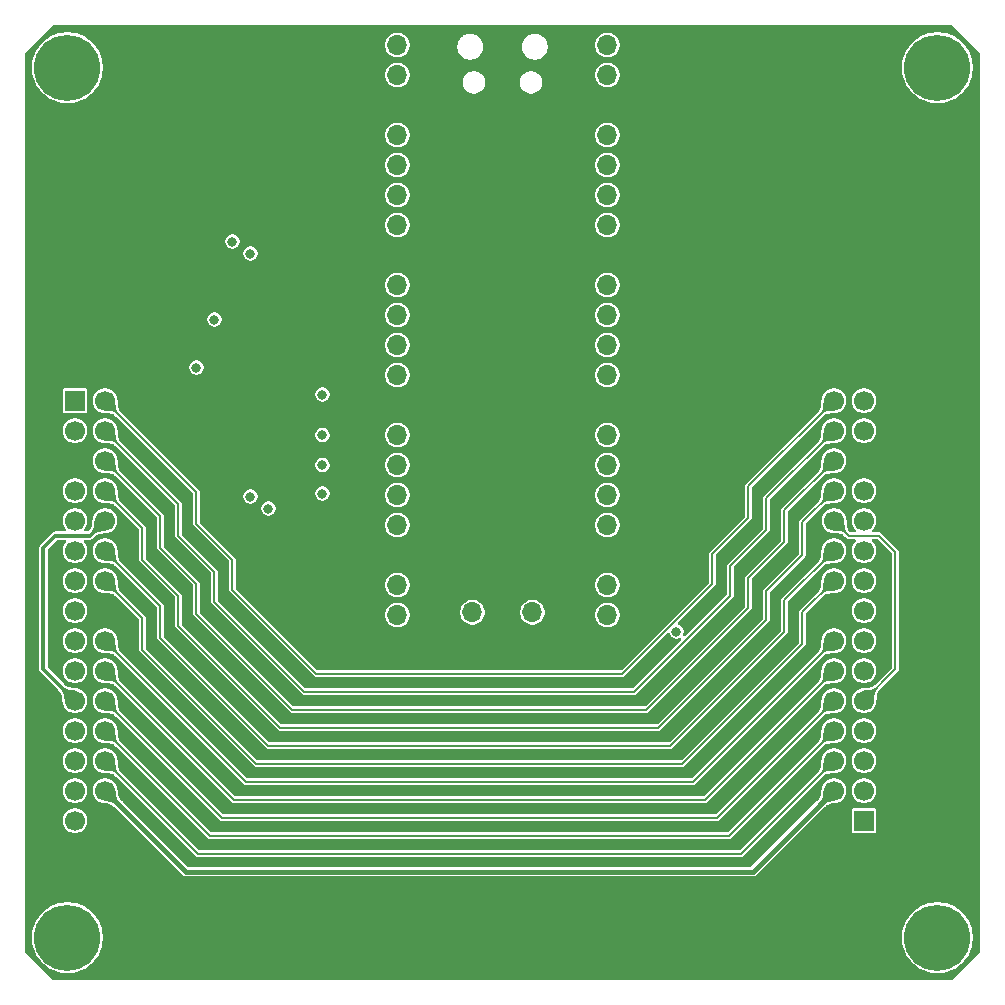
<source format=gbr>
%TF.GenerationSoftware,KiCad,Pcbnew,9.0.7*%
%TF.CreationDate,2026-02-11T09:08:59+09:00*%
%TF.ProjectId,pico-with-ken-interface,7069636f-2d77-4697-9468-2d6b656e2d69,rev?*%
%TF.SameCoordinates,Original*%
%TF.FileFunction,Copper,L3,Inr*%
%TF.FilePolarity,Positive*%
%FSLAX46Y46*%
G04 Gerber Fmt 4.6, Leading zero omitted, Abs format (unit mm)*
G04 Created by KiCad (PCBNEW 9.0.7) date 2026-02-11 09:08:59*
%MOMM*%
%LPD*%
G01*
G04 APERTURE LIST*
%TA.AperFunction,ComponentPad*%
%ADD10C,5.600000*%
%TD*%
%TA.AperFunction,ComponentPad*%
%ADD11O,1.700000X1.700000*%
%TD*%
%TA.AperFunction,ComponentPad*%
%ADD12R,1.700000X1.700000*%
%TD*%
%TA.AperFunction,ComponentPad*%
%ADD13C,1.700000*%
%TD*%
%TA.AperFunction,ViaPad*%
%ADD14C,0.800000*%
%TD*%
%TA.AperFunction,Conductor*%
%ADD15C,0.300000*%
%TD*%
%TA.AperFunction,Conductor*%
%ADD16C,0.150000*%
%TD*%
%TA.AperFunction,Conductor*%
%ADD17C,0.400000*%
%TD*%
G04 APERTURE END LIST*
D10*
%TO.N,unconnected-(H1-Pad1)*%
%TO.C,H1*%
X135890000Y-116840000D03*
%TD*%
%TO.N,unconnected-(H2-Pad1)*%
%TO.C,H2*%
X62230000Y-116840000D03*
%TD*%
%TO.N,unconnected-(H4-Pad1)*%
%TO.C,H4*%
X135890000Y-43180000D03*
%TD*%
%TO.N,unconnected-(H3-Pad1)*%
%TO.C,H3*%
X62230000Y-43180000D03*
%TD*%
D11*
%TO.N,/GPIO0*%
%TO.C,U1*%
X90170000Y-41275000D03*
%TO.N,/GPIO1*%
X90170000Y-43815000D03*
D12*
%TO.N,GND*%
X90170000Y-46355000D03*
D11*
%TO.N,/GPIO2*%
X90170000Y-48895000D03*
%TO.N,/GPIO3*%
X90170000Y-51435000D03*
%TO.N,/GPIO4*%
X90170000Y-53975000D03*
%TO.N,/GPIO5*%
X90170000Y-56515000D03*
D12*
%TO.N,GND*%
X90170000Y-59055000D03*
D11*
%TO.N,/GPIO6*%
X90170000Y-61595000D03*
%TO.N,/GPIO7*%
X90170000Y-64135000D03*
%TO.N,/GPIO8*%
X90170000Y-66675000D03*
%TO.N,/GPIO9*%
X90170000Y-69215000D03*
D12*
%TO.N,GND*%
X90170000Y-71755000D03*
D11*
%TO.N,/GPIO10*%
X90170000Y-74295000D03*
%TO.N,/GPIO11*%
X90170000Y-76835000D03*
%TO.N,/GPIO12*%
X90170000Y-79375000D03*
%TO.N,/GPIO13*%
X90170000Y-81915000D03*
D12*
%TO.N,GND*%
X90170000Y-84455000D03*
D11*
%TO.N,/GPIO14*%
X90170000Y-86995000D03*
%TO.N,/GPIO15*%
X90170000Y-89535000D03*
%TO.N,/GPIO16*%
X107950000Y-89535000D03*
%TO.N,/GPIO17*%
X107950000Y-86995000D03*
D12*
%TO.N,GND*%
X107950000Y-84455000D03*
D11*
%TO.N,/GPIO18*%
X107950000Y-81915000D03*
%TO.N,/GPIO19*%
X107950000Y-79375000D03*
%TO.N,/GPIO20*%
X107950000Y-76835000D03*
%TO.N,/GPIO21*%
X107950000Y-74295000D03*
D12*
%TO.N,GND*%
X107950000Y-71755000D03*
D11*
%TO.N,/GPIO22*%
X107950000Y-69215000D03*
%TO.N,/RUN*%
X107950000Y-66675000D03*
%TO.N,/ADC_A*%
X107950000Y-64135000D03*
%TO.N,/ADC_B*%
X107950000Y-61595000D03*
D12*
%TO.N,GND*%
X107950000Y-59055000D03*
D11*
%TO.N,/GPIO28_ADC2*%
X107950000Y-56515000D03*
%TO.N,/ADC_VREF*%
X107950000Y-53975000D03*
%TO.N,+3V3*%
X107950000Y-51435000D03*
%TO.N,/3V3_EN*%
X107950000Y-48895000D03*
D12*
%TO.N,GND*%
X107950000Y-46355000D03*
D11*
%TO.N,/VSYS*%
X107950000Y-43815000D03*
%TO.N,+5V*%
X107950000Y-41275000D03*
%TO.N,unconnected-(U1-SWCLK-Pad41)*%
X96520000Y-89305000D03*
D12*
%TO.N,GND*%
X99060000Y-89305000D03*
D11*
%TO.N,unconnected-(U1-SWDIO-Pad43)*%
X101600000Y-89305000D03*
%TD*%
D12*
%TO.N,/ADC_A*%
%TO.C,U3*%
X62865000Y-71374000D03*
D13*
%TO.N,/GPIO0*%
X65405000Y-71374000D03*
%TO.N,/ADC_B*%
X62865000Y-73914000D03*
%TO.N,/GPIO1*%
X65405000Y-73914000D03*
%TO.N,GND*%
X62865000Y-76454000D03*
%TO.N,/GPIO20*%
X65405000Y-76454000D03*
%TO.N,/GPIO5*%
X62865000Y-78994000D03*
%TO.N,/GPIO21*%
X65405000Y-78994000D03*
%TO.N,/GPIO4*%
X62865000Y-81534000D03*
%TO.N,+3V3*%
X65405000Y-81534000D03*
%TO.N,/GPIO6*%
X62865000Y-84074000D03*
%TO.N,/GPIO2*%
X65405000Y-84074000D03*
%TO.N,+5V*%
X62865000Y-86614000D03*
%TO.N,/GPIO3*%
X65405000Y-86614000D03*
%TO.N,/GPIO9*%
X62865000Y-89154000D03*
%TO.N,GND*%
X65405000Y-89154000D03*
%TO.N,/GPIO7*%
X62865000Y-91694000D03*
%TO.N,/GPIO19*%
X65405000Y-91694000D03*
%TO.N,/GPIO8*%
X62865000Y-94234000D03*
%TO.N,/GPIO16*%
X65405000Y-94234000D03*
%TO.N,+3V3*%
X62865000Y-96774000D03*
%TO.N,/GPIO18*%
X65405000Y-96774000D03*
%TO.N,/GPIO14*%
X62865000Y-99314000D03*
%TO.N,/GPIO17*%
X65405000Y-99314000D03*
%TO.N,/GPIO15*%
X62865000Y-101854000D03*
%TO.N,/GPIO10*%
X65405000Y-101854000D03*
%TO.N,/GPIO12*%
X62865000Y-104394000D03*
%TO.N,/GPIO11*%
X65405000Y-104394000D03*
%TO.N,/GPIO13*%
X62865000Y-106934000D03*
%TO.N,GND*%
X65405000Y-106934000D03*
%TD*%
D12*
%TO.N,/GPIO13*%
%TO.C,U5*%
X129667000Y-106934000D03*
D13*
%TO.N,GND*%
X127127000Y-106934000D03*
%TO.N,/GPIO12*%
X129667000Y-104394000D03*
%TO.N,/GPIO11*%
X127127000Y-104394000D03*
%TO.N,/GPIO15*%
X129667000Y-101854000D03*
%TO.N,/GPIO10*%
X127127000Y-101854000D03*
%TO.N,/GPIO14*%
X129667000Y-99314000D03*
%TO.N,/GPIO17*%
X127127000Y-99314000D03*
%TO.N,+3V3*%
X129667000Y-96774000D03*
%TO.N,/GPIO18*%
X127127000Y-96774000D03*
%TO.N,/GPIO8*%
X129667000Y-94234000D03*
%TO.N,/GPIO16*%
X127127000Y-94234000D03*
%TO.N,/GPIO7*%
X129667000Y-91694000D03*
%TO.N,/GPIO19*%
X127127000Y-91694000D03*
%TO.N,/GPIO9*%
X129667000Y-89154000D03*
%TO.N,GND*%
X127127000Y-89154000D03*
%TO.N,+5V*%
X129667000Y-86614000D03*
%TO.N,/GPIO3*%
X127127000Y-86614000D03*
%TO.N,/GPIO6*%
X129667000Y-84074000D03*
%TO.N,/GPIO2*%
X127127000Y-84074000D03*
%TO.N,/GPIO4*%
X129667000Y-81534000D03*
%TO.N,+3V3*%
X127127000Y-81534000D03*
%TO.N,/GPIO5*%
X129667000Y-78994000D03*
%TO.N,/GPIO21*%
X127127000Y-78994000D03*
%TO.N,GND*%
X129667000Y-76454000D03*
%TO.N,/GPIO20*%
X127127000Y-76454000D03*
%TO.N,/ADC_B*%
X129667000Y-73914000D03*
%TO.N,/GPIO1*%
X127127000Y-73914000D03*
%TO.N,/ADC_A*%
X129667000Y-71374000D03*
%TO.N,/GPIO0*%
X127127000Y-71374000D03*
%TD*%
D14*
%TO.N,/GPIO10*%
X83820000Y-74295000D03*
%TO.N,/GPIO12*%
X83820000Y-79248000D03*
%TO.N,/GPIO2*%
X76200000Y-57912000D03*
%TO.N,/GPIO7*%
X77724000Y-79502000D03*
%TO.N,/GPIO9*%
X83820000Y-70866000D03*
%TO.N,/GPIO5*%
X73152000Y-68580000D03*
%TO.N,/GPIO4*%
X74676000Y-64516000D03*
%TO.N,/GPIO3*%
X77724000Y-58928000D03*
%TO.N,/GPIO11*%
X83820000Y-76835000D03*
%TO.N,/GPIO8*%
X79248000Y-80518000D03*
%TO.N,/GPIO16*%
X113792000Y-90932000D03*
%TD*%
D15*
%TO.N,+3V3*%
X62865000Y-96774000D02*
X60198000Y-94107000D01*
X60198000Y-94107000D02*
X60198000Y-83820000D01*
X64135000Y-82804000D02*
X65405000Y-81534000D01*
D16*
X130937000Y-82804000D02*
X132334000Y-84201000D01*
D15*
X60198000Y-83820000D02*
X61214000Y-82804000D01*
D16*
X128397000Y-82804000D02*
X130937000Y-82804000D01*
D15*
X61214000Y-82804000D02*
X64135000Y-82804000D01*
D16*
X132334000Y-94107000D02*
X129667000Y-96774000D01*
X132334000Y-84201000D02*
X132334000Y-94107000D01*
X127127000Y-81534000D02*
X128397000Y-82804000D01*
%TO.N,/GPIO10*%
X119253000Y-109728000D02*
X127127000Y-101854000D01*
X73279000Y-109728000D02*
X119253000Y-109728000D01*
X65405000Y-101854000D02*
X73279000Y-109728000D01*
%TO.N,/GPIO2*%
X122936000Y-90932000D02*
X122936000Y-88265000D01*
X70104000Y-88773000D02*
X70104000Y-91440000D01*
X65405000Y-84074000D02*
X70104000Y-88773000D01*
X122936000Y-88265000D02*
X127127000Y-84074000D01*
X70104000Y-91440000D02*
X79248000Y-100584000D01*
X113284000Y-100584000D02*
X122936000Y-90932000D01*
X79248000Y-100584000D02*
X113284000Y-100584000D01*
%TO.N,/GPIO0*%
X76200000Y-87376000D02*
X83312000Y-94488000D01*
X109220000Y-94488000D02*
X116840000Y-86868000D01*
X119888000Y-78613000D02*
X127127000Y-71374000D01*
X65405000Y-71374000D02*
X73152000Y-79121000D01*
X116840000Y-86868000D02*
X116840000Y-84328000D01*
X73152000Y-81788000D02*
X76200000Y-84836000D01*
X116840000Y-84328000D02*
X119888000Y-81280000D01*
X83312000Y-94488000D02*
X109220000Y-94488000D01*
X76200000Y-84836000D02*
X76200000Y-87376000D01*
X73152000Y-79121000D02*
X73152000Y-81788000D01*
X119888000Y-81280000D02*
X119888000Y-78613000D01*
%TO.N,/GPIO18*%
X65405000Y-96774000D02*
X75311000Y-106680000D01*
X117221000Y-106680000D02*
X127127000Y-96774000D01*
X75311000Y-106680000D02*
X117221000Y-106680000D01*
%TO.N,/GPIO19*%
X115189000Y-103632000D02*
X127127000Y-91694000D01*
X77343000Y-103632000D02*
X115189000Y-103632000D01*
X65405000Y-91694000D02*
X77343000Y-103632000D01*
%TO.N,/GPIO17*%
X65405000Y-99314000D02*
X74295000Y-108204000D01*
X118237000Y-108204000D02*
X127127000Y-99314000D01*
X74295000Y-108204000D02*
X118237000Y-108204000D01*
%TO.N,/GPIO20*%
X119888000Y-86360000D02*
X122936000Y-83312000D01*
X122936000Y-80645000D02*
X127127000Y-76454000D01*
X122936000Y-83312000D02*
X122936000Y-80645000D01*
X73152000Y-86868000D02*
X73152000Y-89408000D01*
X70104000Y-83820000D02*
X73152000Y-86868000D01*
X81280000Y-97536000D02*
X111252000Y-97536000D01*
X73152000Y-89408000D02*
X81280000Y-97536000D01*
X119888000Y-88900000D02*
X119888000Y-86360000D01*
X111252000Y-97536000D02*
X119888000Y-88900000D01*
X70104000Y-81153000D02*
X70104000Y-83820000D01*
X65405000Y-76454000D02*
X70104000Y-81153000D01*
%TO.N,/GPIO21*%
X112268000Y-99060000D02*
X121412000Y-89916000D01*
X71628000Y-87884000D02*
X71628000Y-90424000D01*
X124460000Y-84455000D02*
X124460000Y-81661000D01*
X68580000Y-84836000D02*
X71628000Y-87884000D01*
X124460000Y-81661000D02*
X127127000Y-78994000D01*
X65405000Y-78994000D02*
X68580000Y-82169000D01*
X121412000Y-87503000D02*
X124460000Y-84455000D01*
X121412000Y-89916000D02*
X121412000Y-87503000D01*
X80264000Y-99060000D02*
X112268000Y-99060000D01*
X71628000Y-90424000D02*
X80264000Y-99060000D01*
X68580000Y-82169000D02*
X68580000Y-84836000D01*
%TO.N,/GPIO3*%
X65405000Y-86614000D02*
X68580000Y-89789000D01*
X114300000Y-102108000D02*
X124460000Y-91948000D01*
X124460000Y-91948000D02*
X124460000Y-89281000D01*
X68580000Y-92456000D02*
X78232000Y-102108000D01*
X68580000Y-89789000D02*
X68580000Y-92456000D01*
X124460000Y-89281000D02*
X127127000Y-86614000D01*
X78232000Y-102108000D02*
X114300000Y-102108000D01*
D17*
%TO.N,/GPIO11*%
X65405000Y-104394000D02*
X72263000Y-111252000D01*
X72263000Y-111252000D02*
X120269000Y-111252000D01*
X120269000Y-111252000D02*
X127127000Y-104394000D01*
D16*
%TO.N,/GPIO16*%
X65405000Y-94234000D02*
X76327000Y-105156000D01*
X76327000Y-105156000D02*
X116205000Y-105156000D01*
X116205000Y-105156000D02*
X127127000Y-94234000D01*
%TO.N,/GPIO1*%
X110236000Y-96012000D02*
X118364000Y-87884000D01*
X71628000Y-80137000D02*
X71628000Y-82804000D01*
X118364000Y-87884000D02*
X118364000Y-85344000D01*
X74676000Y-85852000D02*
X74676000Y-88392000D01*
X121412000Y-79629000D02*
X127127000Y-73914000D01*
X71628000Y-82804000D02*
X74676000Y-85852000D01*
X82296000Y-96012000D02*
X110236000Y-96012000D01*
X65405000Y-73914000D02*
X71628000Y-80137000D01*
X121412000Y-82296000D02*
X121412000Y-79629000D01*
X118364000Y-85344000D02*
X121412000Y-82296000D01*
X74676000Y-88392000D02*
X82296000Y-96012000D01*
%TD*%
%TA.AperFunction,Conductor*%
%TO.N,GND*%
G36*
X137092627Y-39590185D02*
G01*
X137113269Y-39606819D01*
X139463181Y-41956730D01*
X139496666Y-42018053D01*
X139499500Y-42044411D01*
X139499500Y-117975588D01*
X139479815Y-118042627D01*
X139463181Y-118063269D01*
X137113269Y-120413181D01*
X137051946Y-120446666D01*
X137025588Y-120449500D01*
X61094411Y-120449500D01*
X61027372Y-120429815D01*
X61006730Y-120413181D01*
X58656819Y-118063269D01*
X58623334Y-118001946D01*
X58620500Y-117975588D01*
X58620500Y-116671491D01*
X59229500Y-116671491D01*
X59229500Y-117008508D01*
X59267231Y-117343381D01*
X59267233Y-117343397D01*
X59342223Y-117671953D01*
X59342227Y-117671965D01*
X59453532Y-117990054D01*
X59599752Y-118293683D01*
X59599754Y-118293686D01*
X59779054Y-118579039D01*
X59989175Y-118842523D01*
X60227477Y-119080825D01*
X60490961Y-119290946D01*
X60776314Y-119470246D01*
X61079949Y-119616469D01*
X61318848Y-119700063D01*
X61398034Y-119727772D01*
X61398046Y-119727776D01*
X61726606Y-119802767D01*
X62061492Y-119840499D01*
X62061493Y-119840500D01*
X62061496Y-119840500D01*
X62398507Y-119840500D01*
X62398507Y-119840499D01*
X62733394Y-119802767D01*
X63061954Y-119727776D01*
X63380051Y-119616469D01*
X63683686Y-119470246D01*
X63969039Y-119290946D01*
X64232523Y-119080825D01*
X64470825Y-118842523D01*
X64680946Y-118579039D01*
X64860246Y-118293686D01*
X65006469Y-117990051D01*
X65117776Y-117671954D01*
X65192767Y-117343394D01*
X65230500Y-117008504D01*
X65230500Y-116671496D01*
X65230499Y-116671491D01*
X132889500Y-116671491D01*
X132889500Y-117008508D01*
X132927231Y-117343381D01*
X132927233Y-117343397D01*
X133002223Y-117671953D01*
X133002227Y-117671965D01*
X133113532Y-117990054D01*
X133259752Y-118293683D01*
X133259754Y-118293686D01*
X133439054Y-118579039D01*
X133649175Y-118842523D01*
X133887477Y-119080825D01*
X134150961Y-119290946D01*
X134436314Y-119470246D01*
X134739949Y-119616469D01*
X134978848Y-119700063D01*
X135058034Y-119727772D01*
X135058046Y-119727776D01*
X135386606Y-119802767D01*
X135721492Y-119840499D01*
X135721493Y-119840500D01*
X135721496Y-119840500D01*
X136058507Y-119840500D01*
X136058507Y-119840499D01*
X136393394Y-119802767D01*
X136721954Y-119727776D01*
X137040051Y-119616469D01*
X137343686Y-119470246D01*
X137629039Y-119290946D01*
X137892523Y-119080825D01*
X138130825Y-118842523D01*
X138340946Y-118579039D01*
X138520246Y-118293686D01*
X138666469Y-117990051D01*
X138777776Y-117671954D01*
X138852767Y-117343394D01*
X138890500Y-117008504D01*
X138890500Y-116671496D01*
X138852767Y-116336606D01*
X138777776Y-116008046D01*
X138666469Y-115689949D01*
X138520246Y-115386314D01*
X138340946Y-115100961D01*
X138130825Y-114837477D01*
X137892523Y-114599175D01*
X137629039Y-114389054D01*
X137343686Y-114209754D01*
X137343683Y-114209752D01*
X137040054Y-114063532D01*
X136721965Y-113952227D01*
X136721953Y-113952223D01*
X136393397Y-113877233D01*
X136393381Y-113877231D01*
X136058508Y-113839500D01*
X136058504Y-113839500D01*
X135721496Y-113839500D01*
X135721491Y-113839500D01*
X135386618Y-113877231D01*
X135386602Y-113877233D01*
X135058046Y-113952223D01*
X135058034Y-113952227D01*
X134739945Y-114063532D01*
X134436316Y-114209752D01*
X134150962Y-114389053D01*
X133887477Y-114599174D01*
X133649174Y-114837477D01*
X133439053Y-115100962D01*
X133259752Y-115386316D01*
X133113532Y-115689945D01*
X133002227Y-116008034D01*
X133002223Y-116008046D01*
X132927233Y-116336602D01*
X132927231Y-116336618D01*
X132889500Y-116671491D01*
X65230499Y-116671491D01*
X65192767Y-116336606D01*
X65117776Y-116008046D01*
X65006469Y-115689949D01*
X64860246Y-115386314D01*
X64680946Y-115100961D01*
X64470825Y-114837477D01*
X64232523Y-114599175D01*
X63969039Y-114389054D01*
X63683686Y-114209754D01*
X63683683Y-114209752D01*
X63380054Y-114063532D01*
X63061965Y-113952227D01*
X63061953Y-113952223D01*
X62733397Y-113877233D01*
X62733381Y-113877231D01*
X62398508Y-113839500D01*
X62398504Y-113839500D01*
X62061496Y-113839500D01*
X62061491Y-113839500D01*
X61726618Y-113877231D01*
X61726602Y-113877233D01*
X61398046Y-113952223D01*
X61398034Y-113952227D01*
X61079945Y-114063532D01*
X60776316Y-114209752D01*
X60490962Y-114389053D01*
X60227477Y-114599174D01*
X59989174Y-114837477D01*
X59779053Y-115100962D01*
X59599752Y-115386316D01*
X59453532Y-115689945D01*
X59342227Y-116008034D01*
X59342223Y-116008046D01*
X59267233Y-116336602D01*
X59267231Y-116336618D01*
X59229500Y-116671491D01*
X58620500Y-116671491D01*
X58620500Y-106830530D01*
X61814500Y-106830530D01*
X61814500Y-107037469D01*
X61854868Y-107240412D01*
X61854870Y-107240420D01*
X61934058Y-107431596D01*
X62049024Y-107603657D01*
X62195342Y-107749975D01*
X62195345Y-107749977D01*
X62367402Y-107864941D01*
X62558580Y-107944130D01*
X62703052Y-107972867D01*
X62761530Y-107984499D01*
X62761534Y-107984500D01*
X62761535Y-107984500D01*
X62968466Y-107984500D01*
X62968467Y-107984499D01*
X63171420Y-107944130D01*
X63362598Y-107864941D01*
X63534655Y-107749977D01*
X63680977Y-107603655D01*
X63795941Y-107431598D01*
X63875130Y-107240420D01*
X63915500Y-107037465D01*
X63915500Y-106830535D01*
X63875130Y-106627580D01*
X63795941Y-106436402D01*
X63680977Y-106264345D01*
X63680975Y-106264342D01*
X63534657Y-106118024D01*
X63366655Y-106005770D01*
X63362598Y-106003059D01*
X63283943Y-105970479D01*
X63171420Y-105923870D01*
X63171412Y-105923868D01*
X62968469Y-105883500D01*
X62968465Y-105883500D01*
X62761535Y-105883500D01*
X62761530Y-105883500D01*
X62558587Y-105923868D01*
X62558579Y-105923870D01*
X62367403Y-106003058D01*
X62195342Y-106118024D01*
X62049024Y-106264342D01*
X61934058Y-106436403D01*
X61854870Y-106627579D01*
X61854868Y-106627587D01*
X61814500Y-106830530D01*
X58620500Y-106830530D01*
X58620500Y-104290530D01*
X61814500Y-104290530D01*
X61814500Y-104497469D01*
X61854868Y-104700412D01*
X61854870Y-104700420D01*
X61919775Y-104857115D01*
X61934059Y-104891598D01*
X61991541Y-104977626D01*
X62049024Y-105063657D01*
X62195342Y-105209975D01*
X62195345Y-105209977D01*
X62367402Y-105324941D01*
X62558580Y-105404130D01*
X62761530Y-105444499D01*
X62761534Y-105444500D01*
X62761535Y-105444500D01*
X62968466Y-105444500D01*
X62968467Y-105444499D01*
X63171420Y-105404130D01*
X63362598Y-105324941D01*
X63534655Y-105209977D01*
X63680977Y-105063655D01*
X63795941Y-104891598D01*
X63875130Y-104700420D01*
X63915500Y-104497465D01*
X63915500Y-104290535D01*
X63915499Y-104290530D01*
X64354500Y-104290530D01*
X64354500Y-104497469D01*
X64394868Y-104700412D01*
X64394870Y-104700420D01*
X64459775Y-104857115D01*
X64474059Y-104891598D01*
X64531541Y-104977626D01*
X64589024Y-105063657D01*
X64735342Y-105209975D01*
X64735345Y-105209977D01*
X64907402Y-105324941D01*
X65098580Y-105404130D01*
X65180770Y-105420478D01*
X65200805Y-105426252D01*
X65216569Y-105432272D01*
X65558523Y-105490423D01*
X65558864Y-105490481D01*
X65558869Y-105490484D01*
X65776690Y-105527900D01*
X65787568Y-105530277D01*
X65855360Y-105548316D01*
X65868103Y-105552456D01*
X65927223Y-105575266D01*
X65941169Y-105581666D01*
X66001745Y-105614151D01*
X66013844Y-105621563D01*
X66086782Y-105672223D01*
X66095692Y-105679030D01*
X66181828Y-105751230D01*
X66187326Y-105755838D01*
X66193249Y-105761134D01*
X66304010Y-105866775D01*
X66304012Y-105866776D01*
X66313438Y-105872835D01*
X66334074Y-105889466D01*
X71938179Y-111493571D01*
X71938189Y-111493582D01*
X71942519Y-111497912D01*
X71942520Y-111497913D01*
X72017087Y-111572480D01*
X72108413Y-111625207D01*
X72210273Y-111652501D01*
X72210275Y-111652501D01*
X72323323Y-111652501D01*
X72323339Y-111652500D01*
X120321725Y-111652500D01*
X120321727Y-111652500D01*
X120423588Y-111625207D01*
X120514913Y-111572480D01*
X126023143Y-106064247D01*
X128616500Y-106064247D01*
X128616500Y-107803752D01*
X128628131Y-107862229D01*
X128628132Y-107862230D01*
X128672447Y-107928552D01*
X128738769Y-107972867D01*
X128738770Y-107972868D01*
X128797247Y-107984499D01*
X128797250Y-107984500D01*
X128797252Y-107984500D01*
X130536750Y-107984500D01*
X130536751Y-107984499D01*
X130551568Y-107981552D01*
X130595229Y-107972868D01*
X130595229Y-107972867D01*
X130595231Y-107972867D01*
X130661552Y-107928552D01*
X130705867Y-107862231D01*
X130705867Y-107862229D01*
X130705868Y-107862229D01*
X130717499Y-107803752D01*
X130717500Y-107803750D01*
X130717500Y-106064249D01*
X130717499Y-106064247D01*
X130705868Y-106005770D01*
X130705867Y-106005769D01*
X130661552Y-105939447D01*
X130595230Y-105895132D01*
X130595229Y-105895131D01*
X130536752Y-105883500D01*
X130536748Y-105883500D01*
X128797252Y-105883500D01*
X128797247Y-105883500D01*
X128738770Y-105895131D01*
X128738769Y-105895132D01*
X128672447Y-105939447D01*
X128628132Y-106005769D01*
X128628131Y-106005770D01*
X128616500Y-106064247D01*
X126023143Y-106064247D01*
X126197731Y-105889659D01*
X126219282Y-105872447D01*
X126227557Y-105867232D01*
X126349896Y-105751222D01*
X126356782Y-105745162D01*
X126456208Y-105663988D01*
X126465703Y-105656963D01*
X126527556Y-105615617D01*
X126538757Y-105608955D01*
X126585546Y-105584361D01*
X126603681Y-105576602D01*
X126724684Y-105535886D01*
X126742576Y-105531319D01*
X126973629Y-105490397D01*
X126973945Y-105490343D01*
X127315430Y-105432272D01*
X127318257Y-105431771D01*
X127318566Y-105431714D01*
X127324306Y-105429386D01*
X127330628Y-105426824D01*
X127353021Y-105420121D01*
X127433420Y-105404130D01*
X127624598Y-105324941D01*
X127796655Y-105209977D01*
X127942977Y-105063655D01*
X128057941Y-104891598D01*
X128137130Y-104700420D01*
X128177500Y-104497465D01*
X128177500Y-104290535D01*
X128177499Y-104290530D01*
X128616500Y-104290530D01*
X128616500Y-104497469D01*
X128656868Y-104700412D01*
X128656870Y-104700420D01*
X128721775Y-104857115D01*
X128736059Y-104891598D01*
X128793541Y-104977626D01*
X128851024Y-105063657D01*
X128997342Y-105209975D01*
X128997345Y-105209977D01*
X129169402Y-105324941D01*
X129360580Y-105404130D01*
X129563530Y-105444499D01*
X129563534Y-105444500D01*
X129563535Y-105444500D01*
X129770466Y-105444500D01*
X129770467Y-105444499D01*
X129973420Y-105404130D01*
X130164598Y-105324941D01*
X130336655Y-105209977D01*
X130482977Y-105063655D01*
X130597941Y-104891598D01*
X130677130Y-104700420D01*
X130717500Y-104497465D01*
X130717500Y-104290535D01*
X130677130Y-104087580D01*
X130597941Y-103896402D01*
X130482977Y-103724345D01*
X130482975Y-103724342D01*
X130336657Y-103578024D01*
X130250626Y-103520541D01*
X130164598Y-103463059D01*
X129973420Y-103383870D01*
X129973412Y-103383868D01*
X129770469Y-103343500D01*
X129770465Y-103343500D01*
X129563535Y-103343500D01*
X129563530Y-103343500D01*
X129360587Y-103383868D01*
X129360579Y-103383870D01*
X129169403Y-103463058D01*
X128997342Y-103578024D01*
X128851024Y-103724342D01*
X128736058Y-103896403D01*
X128656870Y-104087579D01*
X128656868Y-104087587D01*
X128616500Y-104290530D01*
X128177499Y-104290530D01*
X128137130Y-104087580D01*
X128057941Y-103896402D01*
X127942977Y-103724345D01*
X127942975Y-103724342D01*
X127796657Y-103578024D01*
X127710626Y-103520541D01*
X127624598Y-103463059D01*
X127433420Y-103383870D01*
X127433412Y-103383868D01*
X127230469Y-103343500D01*
X127230465Y-103343500D01*
X127023535Y-103343500D01*
X127023530Y-103343500D01*
X126820587Y-103383868D01*
X126820579Y-103383870D01*
X126629403Y-103463058D01*
X126457342Y-103578024D01*
X126311024Y-103724342D01*
X126196058Y-103896403D01*
X126116870Y-104087579D01*
X126116868Y-104087587D01*
X126100524Y-104169755D01*
X126094747Y-104189802D01*
X126088727Y-104205564D01*
X126088726Y-104205569D01*
X126074278Y-104290530D01*
X126030513Y-104547880D01*
X126030513Y-104547881D01*
X125993098Y-104765685D01*
X125990718Y-104776577D01*
X125972680Y-104844365D01*
X125968538Y-104857115D01*
X125945739Y-104916206D01*
X125939329Y-104930173D01*
X125906856Y-104990726D01*
X125899422Y-105002860D01*
X125848775Y-105075779D01*
X125841962Y-105084698D01*
X125765144Y-105176344D01*
X125759844Y-105182270D01*
X125654227Y-105293007D01*
X125654226Y-105293007D01*
X125648156Y-105302450D01*
X125631534Y-105323072D01*
X120139426Y-110815181D01*
X120078103Y-110848666D01*
X120051745Y-110851500D01*
X72480254Y-110851500D01*
X72413215Y-110831815D01*
X72392573Y-110815181D01*
X66900663Y-105323270D01*
X66896577Y-105318984D01*
X66889252Y-105310924D01*
X66878232Y-105293442D01*
X66761347Y-105170178D01*
X66760452Y-105169193D01*
X66760338Y-105168960D01*
X66756166Y-105164219D01*
X66691242Y-105084698D01*
X66674995Y-105064797D01*
X66667965Y-105055295D01*
X66626611Y-104993428D01*
X66619941Y-104982213D01*
X66595365Y-104935457D01*
X66587601Y-104917310D01*
X66546893Y-104796331D01*
X66542318Y-104778411D01*
X66540064Y-104765685D01*
X66501436Y-104547588D01*
X66501359Y-104547143D01*
X66443272Y-104205568D01*
X66442771Y-104202742D01*
X66442714Y-104202433D01*
X66437824Y-104190373D01*
X66431121Y-104167972D01*
X66415131Y-104087587D01*
X66415130Y-104087580D01*
X66335941Y-103896402D01*
X66220977Y-103724345D01*
X66220975Y-103724342D01*
X66074657Y-103578024D01*
X65988626Y-103520541D01*
X65902598Y-103463059D01*
X65711420Y-103383870D01*
X65711412Y-103383868D01*
X65508469Y-103343500D01*
X65508465Y-103343500D01*
X65301535Y-103343500D01*
X65301530Y-103343500D01*
X65098587Y-103383868D01*
X65098579Y-103383870D01*
X64907403Y-103463058D01*
X64735342Y-103578024D01*
X64589024Y-103724342D01*
X64474058Y-103896403D01*
X64394870Y-104087579D01*
X64394868Y-104087587D01*
X64354500Y-104290530D01*
X63915499Y-104290530D01*
X63875130Y-104087580D01*
X63795941Y-103896402D01*
X63680977Y-103724345D01*
X63680975Y-103724342D01*
X63534657Y-103578024D01*
X63448626Y-103520541D01*
X63362598Y-103463059D01*
X63171420Y-103383870D01*
X63171412Y-103383868D01*
X62968469Y-103343500D01*
X62968465Y-103343500D01*
X62761535Y-103343500D01*
X62761530Y-103343500D01*
X62558587Y-103383868D01*
X62558579Y-103383870D01*
X62367403Y-103463058D01*
X62195342Y-103578024D01*
X62049024Y-103724342D01*
X61934058Y-103896403D01*
X61854870Y-104087579D01*
X61854868Y-104087587D01*
X61814500Y-104290530D01*
X58620500Y-104290530D01*
X58620500Y-101750530D01*
X61814500Y-101750530D01*
X61814500Y-101957469D01*
X61854868Y-102160412D01*
X61854870Y-102160420D01*
X61929898Y-102341554D01*
X61934059Y-102351598D01*
X61955375Y-102383500D01*
X62049024Y-102523657D01*
X62195342Y-102669975D01*
X62195345Y-102669977D01*
X62367402Y-102784941D01*
X62558580Y-102864130D01*
X62758835Y-102903963D01*
X62761530Y-102904499D01*
X62761534Y-102904500D01*
X62761535Y-102904500D01*
X62968466Y-102904500D01*
X62968467Y-102904499D01*
X63171420Y-102864130D01*
X63362598Y-102784941D01*
X63534655Y-102669977D01*
X63680977Y-102523655D01*
X63795941Y-102351598D01*
X63875130Y-102160420D01*
X63915500Y-101957465D01*
X63915500Y-101750535D01*
X63915499Y-101750530D01*
X64354500Y-101750530D01*
X64354500Y-101957469D01*
X64394868Y-102160412D01*
X64394870Y-102160420D01*
X64469898Y-102341554D01*
X64474059Y-102351598D01*
X64495375Y-102383500D01*
X64589024Y-102523657D01*
X64735342Y-102669975D01*
X64735345Y-102669977D01*
X64907402Y-102784941D01*
X65098580Y-102864130D01*
X65195121Y-102883333D01*
X65221884Y-102892809D01*
X65298837Y-102903963D01*
X65301535Y-102904500D01*
X65301543Y-102904500D01*
X65301826Y-102904528D01*
X65307462Y-102905214D01*
X65505140Y-102933867D01*
X65509445Y-102934491D01*
X65515455Y-102935241D01*
X65517394Y-102935484D01*
X65517399Y-102935484D01*
X65517435Y-102935489D01*
X65518348Y-102935585D01*
X65526409Y-102936273D01*
X65733104Y-102949808D01*
X65734204Y-102949884D01*
X65916600Y-102963465D01*
X65928926Y-102965009D01*
X65985454Y-102974989D01*
X65999524Y-102978330D01*
X66050268Y-102993556D01*
X66065887Y-102999414D01*
X66118428Y-103023268D01*
X66132625Y-103030864D01*
X66196320Y-103070465D01*
X66207471Y-103078278D01*
X66287638Y-103141293D01*
X66295655Y-103148168D01*
X66365489Y-103213417D01*
X66393937Y-103239998D01*
X66402504Y-103245412D01*
X66423932Y-103262548D01*
X73122944Y-109961560D01*
X73201257Y-109993997D01*
X73224200Y-110003500D01*
X73224202Y-110003500D01*
X119307799Y-110003500D01*
X119307800Y-110003500D01*
X119409058Y-109961557D01*
X119486557Y-109884058D01*
X119486556Y-109884058D01*
X119545125Y-109825489D01*
X119545124Y-109825489D01*
X126108568Y-103262046D01*
X126113764Y-103257143D01*
X126121688Y-103250085D01*
X126138317Y-103239735D01*
X126233226Y-103150752D01*
X126234395Y-103149712D01*
X126234686Y-103149573D01*
X126239581Y-103145342D01*
X126317930Y-103082901D01*
X126327708Y-103075857D01*
X126332260Y-103072902D01*
X126383768Y-103039475D01*
X126395434Y-103032775D01*
X126434603Y-103013032D01*
X126454211Y-103005165D01*
X126552863Y-102975060D01*
X126575592Y-102970395D01*
X126727838Y-102953773D01*
X126734786Y-102953212D01*
X126754440Y-102952180D01*
X126794553Y-102950074D01*
X126794575Y-102950072D01*
X126794646Y-102950069D01*
X126796687Y-102949952D01*
X126796863Y-102949941D01*
X126797911Y-102949873D01*
X127022644Y-102934673D01*
X127030717Y-102933966D01*
X127031639Y-102933867D01*
X127039766Y-102932830D01*
X127310744Y-102892751D01*
X127315811Y-102891937D01*
X127316370Y-102891840D01*
X127327868Y-102887248D01*
X127349646Y-102880793D01*
X127433420Y-102864130D01*
X127624598Y-102784941D01*
X127796655Y-102669977D01*
X127942977Y-102523655D01*
X128057941Y-102351598D01*
X128137130Y-102160420D01*
X128177500Y-101957465D01*
X128177500Y-101750535D01*
X128177499Y-101750530D01*
X128616500Y-101750530D01*
X128616500Y-101957469D01*
X128656868Y-102160412D01*
X128656870Y-102160420D01*
X128731898Y-102341554D01*
X128736059Y-102351598D01*
X128757375Y-102383500D01*
X128851024Y-102523657D01*
X128997342Y-102669975D01*
X128997345Y-102669977D01*
X129169402Y-102784941D01*
X129360580Y-102864130D01*
X129560835Y-102903963D01*
X129563530Y-102904499D01*
X129563534Y-102904500D01*
X129563535Y-102904500D01*
X129770466Y-102904500D01*
X129770467Y-102904499D01*
X129973420Y-102864130D01*
X130164598Y-102784941D01*
X130336655Y-102669977D01*
X130482977Y-102523655D01*
X130597941Y-102351598D01*
X130677130Y-102160420D01*
X130717500Y-101957465D01*
X130717500Y-101750535D01*
X130677130Y-101547580D01*
X130597941Y-101356402D01*
X130482977Y-101184345D01*
X130482975Y-101184342D01*
X130336657Y-101038024D01*
X130250626Y-100980541D01*
X130164598Y-100923059D01*
X129973420Y-100843870D01*
X129973412Y-100843868D01*
X129770469Y-100803500D01*
X129770465Y-100803500D01*
X129563535Y-100803500D01*
X129563530Y-100803500D01*
X129360587Y-100843868D01*
X129360579Y-100843870D01*
X129169403Y-100923058D01*
X128997342Y-101038024D01*
X128851024Y-101184342D01*
X128736058Y-101356403D01*
X128656870Y-101547579D01*
X128656868Y-101547587D01*
X128616500Y-101750530D01*
X128177499Y-101750530D01*
X128137130Y-101547580D01*
X128057941Y-101356402D01*
X127942977Y-101184345D01*
X127942975Y-101184342D01*
X127796657Y-101038024D01*
X127710626Y-100980541D01*
X127624598Y-100923059D01*
X127433420Y-100843870D01*
X127433412Y-100843868D01*
X127230469Y-100803500D01*
X127230465Y-100803500D01*
X127023535Y-100803500D01*
X127023530Y-100803500D01*
X126820587Y-100843868D01*
X126820579Y-100843870D01*
X126629403Y-100923058D01*
X126457342Y-101038024D01*
X126311024Y-101184342D01*
X126196058Y-101356403D01*
X126116870Y-101547579D01*
X126116868Y-101547585D01*
X126099410Y-101635348D01*
X126099411Y-101635349D01*
X126097666Y-101644122D01*
X126088192Y-101670880D01*
X126077036Y-101747830D01*
X126076497Y-101750545D01*
X126076468Y-101750848D01*
X126075783Y-101756486D01*
X126046504Y-101958472D01*
X126045507Y-101966447D01*
X126045409Y-101967374D01*
X126044725Y-101975408D01*
X126031190Y-102182085D01*
X126031113Y-102183188D01*
X126017533Y-102365580D01*
X126015987Y-102377930D01*
X126006008Y-102434458D01*
X126002664Y-102448539D01*
X125987442Y-102499268D01*
X125981582Y-102514891D01*
X125957735Y-102567417D01*
X125950134Y-102581627D01*
X125910540Y-102645312D01*
X125902720Y-102656472D01*
X125839708Y-102736633D01*
X125832827Y-102744658D01*
X125740999Y-102842939D01*
X125740997Y-102842942D01*
X125735586Y-102851503D01*
X125718450Y-102872932D01*
X119175204Y-109416181D01*
X119113881Y-109449666D01*
X119087523Y-109452500D01*
X73444478Y-109452500D01*
X73377439Y-109432815D01*
X73356797Y-109416181D01*
X66813067Y-102872452D01*
X66808146Y-102867238D01*
X66801086Y-102859310D01*
X66790736Y-102842684D01*
X66701763Y-102747781D01*
X66700708Y-102746596D01*
X66700570Y-102746305D01*
X66696351Y-102741427D01*
X66633890Y-102663056D01*
X66626863Y-102653300D01*
X66590474Y-102597228D01*
X66583770Y-102585552D01*
X66564034Y-102546398D01*
X66556164Y-102526781D01*
X66526061Y-102428135D01*
X66521396Y-102405414D01*
X66504769Y-102253126D01*
X66504212Y-102246207D01*
X66501076Y-102186479D01*
X66501069Y-102186353D01*
X66500952Y-102184312D01*
X66500941Y-102184136D01*
X66500873Y-102183088D01*
X66500870Y-102183046D01*
X66500859Y-102182873D01*
X66492041Y-102052515D01*
X66485673Y-101958354D01*
X66484966Y-101950281D01*
X66484867Y-101949359D01*
X66483830Y-101941232D01*
X66443751Y-101670255D01*
X66442937Y-101665188D01*
X66442840Y-101664629D01*
X66438247Y-101653127D01*
X66431791Y-101631348D01*
X66415130Y-101547580D01*
X66335941Y-101356402D01*
X66220977Y-101184345D01*
X66220975Y-101184342D01*
X66074657Y-101038024D01*
X65988626Y-100980541D01*
X65902598Y-100923059D01*
X65711420Y-100843870D01*
X65711412Y-100843868D01*
X65508469Y-100803500D01*
X65508465Y-100803500D01*
X65301535Y-100803500D01*
X65301530Y-100803500D01*
X65098587Y-100843868D01*
X65098579Y-100843870D01*
X64907403Y-100923058D01*
X64735342Y-101038024D01*
X64589024Y-101184342D01*
X64474058Y-101356403D01*
X64394870Y-101547579D01*
X64394868Y-101547587D01*
X64354500Y-101750530D01*
X63915499Y-101750530D01*
X63875130Y-101547580D01*
X63795941Y-101356402D01*
X63680977Y-101184345D01*
X63680975Y-101184342D01*
X63534657Y-101038024D01*
X63448626Y-100980541D01*
X63362598Y-100923059D01*
X63171420Y-100843870D01*
X63171412Y-100843868D01*
X62968469Y-100803500D01*
X62968465Y-100803500D01*
X62761535Y-100803500D01*
X62761530Y-100803500D01*
X62558587Y-100843868D01*
X62558579Y-100843870D01*
X62367403Y-100923058D01*
X62195342Y-101038024D01*
X62049024Y-101184342D01*
X61934058Y-101356403D01*
X61854870Y-101547579D01*
X61854868Y-101547587D01*
X61814500Y-101750530D01*
X58620500Y-101750530D01*
X58620500Y-99210530D01*
X61814500Y-99210530D01*
X61814500Y-99417469D01*
X61818069Y-99435410D01*
X61854870Y-99620420D01*
X61934059Y-99811598D01*
X61970009Y-99865401D01*
X62049024Y-99983657D01*
X62195342Y-100129975D01*
X62195345Y-100129977D01*
X62367402Y-100244941D01*
X62558580Y-100324130D01*
X62758835Y-100363963D01*
X62761530Y-100364499D01*
X62761534Y-100364500D01*
X62761535Y-100364500D01*
X62968466Y-100364500D01*
X62968467Y-100364499D01*
X63171420Y-100324130D01*
X63362598Y-100244941D01*
X63534655Y-100129977D01*
X63680977Y-99983655D01*
X63795941Y-99811598D01*
X63875130Y-99620420D01*
X63915500Y-99417465D01*
X63915500Y-99210535D01*
X63915499Y-99210530D01*
X64354500Y-99210530D01*
X64354500Y-99417469D01*
X64358069Y-99435410D01*
X64394870Y-99620420D01*
X64474059Y-99811598D01*
X64510009Y-99865401D01*
X64589024Y-99983657D01*
X64735342Y-100129975D01*
X64735345Y-100129977D01*
X64907402Y-100244941D01*
X65098580Y-100324130D01*
X65195121Y-100343333D01*
X65221884Y-100352809D01*
X65298837Y-100363963D01*
X65301535Y-100364500D01*
X65301543Y-100364500D01*
X65301826Y-100364528D01*
X65307462Y-100365214D01*
X65505140Y-100393867D01*
X65509445Y-100394491D01*
X65515455Y-100395241D01*
X65517394Y-100395484D01*
X65517399Y-100395484D01*
X65517435Y-100395489D01*
X65518348Y-100395585D01*
X65526409Y-100396273D01*
X65733104Y-100409808D01*
X65734204Y-100409884D01*
X65916600Y-100423465D01*
X65928926Y-100425009D01*
X65985454Y-100434989D01*
X65999524Y-100438330D01*
X66050268Y-100453556D01*
X66065887Y-100459414D01*
X66118428Y-100483268D01*
X66132625Y-100490864D01*
X66196320Y-100530465D01*
X66207471Y-100538278D01*
X66287638Y-100601293D01*
X66295655Y-100608168D01*
X66365489Y-100673417D01*
X66393937Y-100699998D01*
X66402504Y-100705412D01*
X66423932Y-100722548D01*
X74138944Y-108437560D01*
X74217257Y-108469997D01*
X74240200Y-108479500D01*
X74240202Y-108479500D01*
X118291799Y-108479500D01*
X118291800Y-108479500D01*
X118393058Y-108437557D01*
X118470557Y-108360058D01*
X118470556Y-108360058D01*
X118529125Y-108301489D01*
X118529124Y-108301489D01*
X126108568Y-100722046D01*
X126113764Y-100717143D01*
X126121688Y-100710085D01*
X126138317Y-100699735D01*
X126233226Y-100610752D01*
X126234395Y-100609712D01*
X126234686Y-100609573D01*
X126239581Y-100605342D01*
X126317930Y-100542901D01*
X126327708Y-100535857D01*
X126332260Y-100532902D01*
X126383768Y-100499475D01*
X126395434Y-100492775D01*
X126434603Y-100473032D01*
X126454211Y-100465165D01*
X126552863Y-100435060D01*
X126575592Y-100430395D01*
X126727838Y-100413773D01*
X126734786Y-100413212D01*
X126754440Y-100412180D01*
X126794553Y-100410074D01*
X126794575Y-100410072D01*
X126794646Y-100410069D01*
X126796687Y-100409952D01*
X126796863Y-100409941D01*
X126797911Y-100409873D01*
X127022644Y-100394673D01*
X127030717Y-100393966D01*
X127031639Y-100393867D01*
X127039766Y-100392830D01*
X127310744Y-100352751D01*
X127315811Y-100351937D01*
X127316370Y-100351840D01*
X127327868Y-100347248D01*
X127349646Y-100340793D01*
X127433420Y-100324130D01*
X127624598Y-100244941D01*
X127796655Y-100129977D01*
X127942977Y-99983655D01*
X128057941Y-99811598D01*
X128137130Y-99620420D01*
X128177500Y-99417465D01*
X128177500Y-99210535D01*
X128177499Y-99210530D01*
X128616500Y-99210530D01*
X128616500Y-99417469D01*
X128620069Y-99435410D01*
X128656870Y-99620420D01*
X128736059Y-99811598D01*
X128772009Y-99865401D01*
X128851024Y-99983657D01*
X128997342Y-100129975D01*
X128997345Y-100129977D01*
X129169402Y-100244941D01*
X129360580Y-100324130D01*
X129560835Y-100363963D01*
X129563530Y-100364499D01*
X129563534Y-100364500D01*
X129563535Y-100364500D01*
X129770466Y-100364500D01*
X129770467Y-100364499D01*
X129973420Y-100324130D01*
X130164598Y-100244941D01*
X130336655Y-100129977D01*
X130482977Y-99983655D01*
X130597941Y-99811598D01*
X130677130Y-99620420D01*
X130717500Y-99417465D01*
X130717500Y-99210535D01*
X130677130Y-99007580D01*
X130597941Y-98816402D01*
X130482977Y-98644345D01*
X130482975Y-98644342D01*
X130336657Y-98498024D01*
X130250626Y-98440541D01*
X130164598Y-98383059D01*
X129973420Y-98303870D01*
X129973412Y-98303868D01*
X129770469Y-98263500D01*
X129770465Y-98263500D01*
X129563535Y-98263500D01*
X129563530Y-98263500D01*
X129360587Y-98303868D01*
X129360579Y-98303870D01*
X129169403Y-98383058D01*
X128997342Y-98498024D01*
X128851024Y-98644342D01*
X128736058Y-98816403D01*
X128656870Y-99007579D01*
X128656868Y-99007587D01*
X128616500Y-99210530D01*
X128177499Y-99210530D01*
X128137130Y-99007580D01*
X128057941Y-98816402D01*
X127942977Y-98644345D01*
X127942975Y-98644342D01*
X127796657Y-98498024D01*
X127710626Y-98440541D01*
X127624598Y-98383059D01*
X127433420Y-98303870D01*
X127433412Y-98303868D01*
X127230469Y-98263500D01*
X127230465Y-98263500D01*
X127023535Y-98263500D01*
X127023530Y-98263500D01*
X126820587Y-98303868D01*
X126820579Y-98303870D01*
X126629403Y-98383058D01*
X126457342Y-98498024D01*
X126311024Y-98644342D01*
X126196058Y-98816403D01*
X126116870Y-99007579D01*
X126116868Y-99007585D01*
X126099410Y-99095348D01*
X126099411Y-99095349D01*
X126097666Y-99104122D01*
X126088192Y-99130880D01*
X126077036Y-99207830D01*
X126076497Y-99210545D01*
X126076468Y-99210848D01*
X126075783Y-99216486D01*
X126046504Y-99418472D01*
X126045507Y-99426447D01*
X126045409Y-99427374D01*
X126044725Y-99435408D01*
X126031190Y-99642085D01*
X126031113Y-99643188D01*
X126017533Y-99825580D01*
X126015987Y-99837930D01*
X126006008Y-99894458D01*
X126002664Y-99908539D01*
X125987442Y-99959268D01*
X125981582Y-99974891D01*
X125957735Y-100027417D01*
X125950134Y-100041627D01*
X125910540Y-100105312D01*
X125902720Y-100116472D01*
X125839708Y-100196633D01*
X125832827Y-100204658D01*
X125740999Y-100302939D01*
X125740997Y-100302942D01*
X125735586Y-100311503D01*
X125718450Y-100332932D01*
X118159204Y-107892181D01*
X118097881Y-107925666D01*
X118071523Y-107928500D01*
X74460478Y-107928500D01*
X74393439Y-107908815D01*
X74372797Y-107892181D01*
X66813067Y-100332452D01*
X66808146Y-100327238D01*
X66801086Y-100319310D01*
X66790736Y-100302684D01*
X66701763Y-100207781D01*
X66700708Y-100206596D01*
X66700570Y-100206305D01*
X66696351Y-100201427D01*
X66633890Y-100123056D01*
X66626863Y-100113300D01*
X66590474Y-100057228D01*
X66583770Y-100045552D01*
X66564034Y-100006398D01*
X66556164Y-99986781D01*
X66526061Y-99888135D01*
X66521396Y-99865414D01*
X66504769Y-99713126D01*
X66504212Y-99706207D01*
X66501076Y-99646479D01*
X66501069Y-99646353D01*
X66500952Y-99644312D01*
X66500941Y-99644136D01*
X66500873Y-99643088D01*
X66500870Y-99643046D01*
X66500859Y-99642873D01*
X66492041Y-99512515D01*
X66485673Y-99418354D01*
X66484966Y-99410281D01*
X66484867Y-99409359D01*
X66483830Y-99401232D01*
X66443751Y-99130255D01*
X66442937Y-99125188D01*
X66442840Y-99124629D01*
X66438247Y-99113127D01*
X66431791Y-99091348D01*
X66415130Y-99007580D01*
X66335941Y-98816402D01*
X66220977Y-98644345D01*
X66220975Y-98644342D01*
X66074657Y-98498024D01*
X65988626Y-98440541D01*
X65902598Y-98383059D01*
X65711420Y-98303870D01*
X65711412Y-98303868D01*
X65508469Y-98263500D01*
X65508465Y-98263500D01*
X65301535Y-98263500D01*
X65301530Y-98263500D01*
X65098587Y-98303868D01*
X65098579Y-98303870D01*
X64907403Y-98383058D01*
X64735342Y-98498024D01*
X64589024Y-98644342D01*
X64474058Y-98816403D01*
X64394870Y-99007579D01*
X64394868Y-99007587D01*
X64354500Y-99210530D01*
X63915499Y-99210530D01*
X63875130Y-99007580D01*
X63795941Y-98816402D01*
X63680977Y-98644345D01*
X63680975Y-98644342D01*
X63534657Y-98498024D01*
X63448626Y-98440541D01*
X63362598Y-98383059D01*
X63171420Y-98303870D01*
X63171412Y-98303868D01*
X62968469Y-98263500D01*
X62968465Y-98263500D01*
X62761535Y-98263500D01*
X62761530Y-98263500D01*
X62558587Y-98303868D01*
X62558579Y-98303870D01*
X62367403Y-98383058D01*
X62195342Y-98498024D01*
X62049024Y-98644342D01*
X61934058Y-98816403D01*
X61854870Y-99007579D01*
X61854868Y-99007587D01*
X61814500Y-99210530D01*
X58620500Y-99210530D01*
X58620500Y-83773856D01*
X59847500Y-83773856D01*
X59847500Y-94153144D01*
X59863405Y-94212500D01*
X59871386Y-94242287D01*
X59871387Y-94242290D01*
X59917527Y-94322208D01*
X59917531Y-94322213D01*
X61404346Y-95809028D01*
X61408809Y-95813730D01*
X61416009Y-95821725D01*
X61426732Y-95838828D01*
X61529396Y-95947636D01*
X61530377Y-95948725D01*
X61530500Y-95948982D01*
X61534630Y-95953706D01*
X61606750Y-96042839D01*
X61613708Y-96052326D01*
X61653525Y-96112393D01*
X61660193Y-96123712D01*
X61682978Y-96167545D01*
X61690834Y-96186258D01*
X61726763Y-96296326D01*
X61731577Y-96316852D01*
X61763906Y-96537787D01*
X61764281Y-96540567D01*
X61780343Y-96670848D01*
X61787457Y-96728554D01*
X61788067Y-96733083D01*
X61788071Y-96733112D01*
X61788143Y-96733608D01*
X61788849Y-96738092D01*
X61826689Y-96962129D01*
X61827318Y-96965676D01*
X61827364Y-96965920D01*
X61827367Y-96965931D01*
X61832187Y-96977790D01*
X61838929Y-97000285D01*
X61854868Y-97080415D01*
X61854870Y-97080420D01*
X61934059Y-97271598D01*
X61970009Y-97325401D01*
X62049024Y-97443657D01*
X62195342Y-97589975D01*
X62195345Y-97589977D01*
X62367402Y-97704941D01*
X62558580Y-97784130D01*
X62758835Y-97823963D01*
X62761530Y-97824499D01*
X62761534Y-97824500D01*
X62761535Y-97824500D01*
X62968466Y-97824500D01*
X62968467Y-97824499D01*
X63171420Y-97784130D01*
X63362598Y-97704941D01*
X63534655Y-97589977D01*
X63680977Y-97443655D01*
X63795941Y-97271598D01*
X63875130Y-97080420D01*
X63915500Y-96877465D01*
X63915500Y-96670535D01*
X63915499Y-96670530D01*
X64354500Y-96670530D01*
X64354500Y-96877469D01*
X64378930Y-97000285D01*
X64394870Y-97080420D01*
X64474059Y-97271598D01*
X64510009Y-97325401D01*
X64589024Y-97443657D01*
X64735342Y-97589975D01*
X64735345Y-97589977D01*
X64907402Y-97704941D01*
X65098580Y-97784130D01*
X65195121Y-97803333D01*
X65221884Y-97812809D01*
X65298837Y-97823963D01*
X65301535Y-97824500D01*
X65301543Y-97824500D01*
X65301826Y-97824528D01*
X65307462Y-97825214D01*
X65505140Y-97853867D01*
X65509445Y-97854491D01*
X65515455Y-97855241D01*
X65517394Y-97855484D01*
X65517399Y-97855484D01*
X65517435Y-97855489D01*
X65518348Y-97855585D01*
X65526409Y-97856273D01*
X65733104Y-97869808D01*
X65734204Y-97869884D01*
X65916600Y-97883465D01*
X65928926Y-97885009D01*
X65985454Y-97894989D01*
X65999524Y-97898330D01*
X66050268Y-97913556D01*
X66065887Y-97919414D01*
X66118428Y-97943268D01*
X66132625Y-97950864D01*
X66196320Y-97990465D01*
X66207471Y-97998278D01*
X66287638Y-98061293D01*
X66295655Y-98068168D01*
X66365489Y-98133417D01*
X66393937Y-98159998D01*
X66402504Y-98165412D01*
X66423932Y-98182548D01*
X75154944Y-106913560D01*
X75233257Y-106945997D01*
X75256200Y-106955500D01*
X75256202Y-106955500D01*
X117275799Y-106955500D01*
X117275800Y-106955500D01*
X117377058Y-106913557D01*
X117454557Y-106836058D01*
X117454556Y-106836058D01*
X117513125Y-106777489D01*
X117513124Y-106777489D01*
X126108568Y-98182046D01*
X126113764Y-98177143D01*
X126121688Y-98170085D01*
X126138317Y-98159735D01*
X126233226Y-98070752D01*
X126234395Y-98069712D01*
X126234686Y-98069573D01*
X126239581Y-98065342D01*
X126317930Y-98002901D01*
X126327708Y-97995857D01*
X126332260Y-97992902D01*
X126383768Y-97959475D01*
X126395434Y-97952775D01*
X126434603Y-97933032D01*
X126454211Y-97925165D01*
X126552863Y-97895060D01*
X126575592Y-97890395D01*
X126727838Y-97873773D01*
X126734786Y-97873212D01*
X126754440Y-97872180D01*
X126794553Y-97870074D01*
X126794575Y-97870072D01*
X126794646Y-97870069D01*
X126796687Y-97869952D01*
X126796863Y-97869941D01*
X126797911Y-97869873D01*
X127022644Y-97854673D01*
X127030717Y-97853966D01*
X127031639Y-97853867D01*
X127039766Y-97852830D01*
X127310744Y-97812751D01*
X127315811Y-97811937D01*
X127316370Y-97811840D01*
X127327868Y-97807248D01*
X127349646Y-97800793D01*
X127433420Y-97784130D01*
X127624598Y-97704941D01*
X127796655Y-97589977D01*
X127942977Y-97443655D01*
X128057941Y-97271598D01*
X128137130Y-97080420D01*
X128177500Y-96877465D01*
X128177500Y-96670535D01*
X128137130Y-96467580D01*
X128057941Y-96276402D01*
X127942977Y-96104345D01*
X127942975Y-96104342D01*
X127796657Y-95958024D01*
X127710626Y-95900541D01*
X127624598Y-95843059D01*
X127566401Y-95818953D01*
X127433420Y-95763870D01*
X127433412Y-95763868D01*
X127230469Y-95723500D01*
X127230465Y-95723500D01*
X127023535Y-95723500D01*
X127023530Y-95723500D01*
X126820587Y-95763868D01*
X126820579Y-95763870D01*
X126629403Y-95843058D01*
X126457342Y-95958024D01*
X126311024Y-96104342D01*
X126196058Y-96276403D01*
X126116870Y-96467579D01*
X126116868Y-96467585D01*
X126099410Y-96555348D01*
X126099411Y-96555349D01*
X126097666Y-96564122D01*
X126088192Y-96590880D01*
X126077036Y-96667830D01*
X126076497Y-96670545D01*
X126076468Y-96670848D01*
X126075783Y-96676486D01*
X126046504Y-96878472D01*
X126045507Y-96886447D01*
X126045409Y-96887374D01*
X126044725Y-96895408D01*
X126031190Y-97102085D01*
X126031113Y-97103188D01*
X126017533Y-97285580D01*
X126015987Y-97297930D01*
X126006008Y-97354458D01*
X126002664Y-97368539D01*
X125987442Y-97419268D01*
X125981582Y-97434891D01*
X125957735Y-97487417D01*
X125950134Y-97501627D01*
X125910540Y-97565312D01*
X125902720Y-97576472D01*
X125839708Y-97656633D01*
X125832827Y-97664658D01*
X125740999Y-97762939D01*
X125740997Y-97762942D01*
X125735586Y-97771503D01*
X125718450Y-97792932D01*
X117143204Y-106368181D01*
X117081881Y-106401666D01*
X117055523Y-106404500D01*
X75476478Y-106404500D01*
X75409439Y-106384815D01*
X75388797Y-106368181D01*
X66813067Y-97792452D01*
X66808146Y-97787238D01*
X66801086Y-97779310D01*
X66790736Y-97762684D01*
X66701763Y-97667781D01*
X66700708Y-97666596D01*
X66700570Y-97666305D01*
X66696351Y-97661427D01*
X66633890Y-97583056D01*
X66626863Y-97573300D01*
X66590474Y-97517228D01*
X66583770Y-97505552D01*
X66564034Y-97466398D01*
X66556164Y-97446781D01*
X66526061Y-97348135D01*
X66521396Y-97325414D01*
X66504769Y-97173126D01*
X66504212Y-97166207D01*
X66501076Y-97106479D01*
X66501069Y-97106353D01*
X66500952Y-97104312D01*
X66500941Y-97104136D01*
X66500873Y-97103088D01*
X66500870Y-97103046D01*
X66500859Y-97102873D01*
X66491000Y-96957115D01*
X66485673Y-96878354D01*
X66484966Y-96870281D01*
X66484867Y-96869359D01*
X66483830Y-96861232D01*
X66443751Y-96590255D01*
X66442937Y-96585188D01*
X66442840Y-96584629D01*
X66438247Y-96573127D01*
X66431791Y-96551348D01*
X66415130Y-96467580D01*
X66335941Y-96276402D01*
X66220977Y-96104345D01*
X66220975Y-96104342D01*
X66074657Y-95958024D01*
X65988626Y-95900541D01*
X65902598Y-95843059D01*
X65844401Y-95818953D01*
X65711420Y-95763870D01*
X65711412Y-95763868D01*
X65508469Y-95723500D01*
X65508465Y-95723500D01*
X65301535Y-95723500D01*
X65301530Y-95723500D01*
X65098587Y-95763868D01*
X65098579Y-95763870D01*
X64907403Y-95843058D01*
X64735342Y-95958024D01*
X64589024Y-96104342D01*
X64474058Y-96276403D01*
X64394870Y-96467579D01*
X64394868Y-96467587D01*
X64354500Y-96670530D01*
X63915499Y-96670530D01*
X63875130Y-96467580D01*
X63795941Y-96276402D01*
X63680977Y-96104345D01*
X63680975Y-96104342D01*
X63534657Y-95958024D01*
X63448626Y-95900541D01*
X63362598Y-95843059D01*
X63304401Y-95818953D01*
X63171420Y-95763870D01*
X63171414Y-95763868D01*
X63086342Y-95746946D01*
X63067816Y-95741739D01*
X63050613Y-95735426D01*
X62721373Y-95683832D01*
X62721361Y-95683830D01*
X62721334Y-95683826D01*
X62717435Y-95683253D01*
X62717367Y-95683243D01*
X62717342Y-95683240D01*
X62717036Y-95683197D01*
X62712784Y-95682660D01*
X62712755Y-95682656D01*
X62712750Y-95682656D01*
X62673589Y-95678118D01*
X62629588Y-95673019D01*
X62627163Y-95672713D01*
X62431922Y-95646176D01*
X62420440Y-95644061D01*
X62358567Y-95629621D01*
X62345390Y-95625765D01*
X62290303Y-95606275D01*
X62275845Y-95600103D01*
X62218810Y-95571352D01*
X62205984Y-95563892D01*
X62137183Y-95518159D01*
X62127429Y-95510964D01*
X62041185Y-95440577D01*
X62034420Y-95434631D01*
X61929983Y-95335893D01*
X61929980Y-95335890D01*
X61920908Y-95330100D01*
X61899937Y-95313255D01*
X60717212Y-94130530D01*
X61814500Y-94130530D01*
X61814500Y-94337469D01*
X61854868Y-94540412D01*
X61854870Y-94540420D01*
X61897798Y-94644058D01*
X61934059Y-94731598D01*
X61955375Y-94763500D01*
X62049024Y-94903657D01*
X62195342Y-95049975D01*
X62195345Y-95049977D01*
X62367402Y-95164941D01*
X62558580Y-95244130D01*
X62758835Y-95283963D01*
X62761530Y-95284499D01*
X62761534Y-95284500D01*
X62761535Y-95284500D01*
X62968466Y-95284500D01*
X62968467Y-95284499D01*
X63171420Y-95244130D01*
X63362598Y-95164941D01*
X63534655Y-95049977D01*
X63680977Y-94903655D01*
X63795941Y-94731598D01*
X63875130Y-94540420D01*
X63915500Y-94337465D01*
X63915500Y-94130535D01*
X63915499Y-94130530D01*
X64354500Y-94130530D01*
X64354500Y-94337469D01*
X64394868Y-94540412D01*
X64394870Y-94540420D01*
X64437798Y-94644058D01*
X64474059Y-94731598D01*
X64495375Y-94763500D01*
X64589024Y-94903657D01*
X64735342Y-95049975D01*
X64735345Y-95049977D01*
X64907402Y-95164941D01*
X65098580Y-95244130D01*
X65195121Y-95263333D01*
X65221884Y-95272809D01*
X65298837Y-95283963D01*
X65301535Y-95284500D01*
X65301543Y-95284500D01*
X65301826Y-95284528D01*
X65307462Y-95285214D01*
X65500918Y-95313255D01*
X65509445Y-95314491D01*
X65515455Y-95315241D01*
X65517394Y-95315484D01*
X65517399Y-95315484D01*
X65517435Y-95315489D01*
X65518348Y-95315585D01*
X65526409Y-95316273D01*
X65733104Y-95329808D01*
X65734204Y-95329884D01*
X65916600Y-95343465D01*
X65928926Y-95345009D01*
X65985454Y-95354989D01*
X65999524Y-95358330D01*
X66050268Y-95373556D01*
X66065887Y-95379414D01*
X66118428Y-95403268D01*
X66132625Y-95410864D01*
X66196320Y-95450465D01*
X66207471Y-95458278D01*
X66287638Y-95521293D01*
X66295655Y-95528168D01*
X66341873Y-95571352D01*
X66393937Y-95619998D01*
X66402504Y-95625412D01*
X66423932Y-95642548D01*
X76170944Y-105389560D01*
X76245583Y-105420475D01*
X76272200Y-105431500D01*
X76272202Y-105431500D01*
X116259799Y-105431500D01*
X116259800Y-105431500D01*
X116361058Y-105389557D01*
X116438557Y-105312058D01*
X116438556Y-105312058D01*
X116497125Y-105253489D01*
X116497124Y-105253489D01*
X126108568Y-95642046D01*
X126113764Y-95637143D01*
X126121688Y-95630085D01*
X126138317Y-95619735D01*
X126233226Y-95530752D01*
X126234395Y-95529712D01*
X126234686Y-95529573D01*
X126239581Y-95525342D01*
X126317930Y-95462901D01*
X126327708Y-95455857D01*
X126332260Y-95452902D01*
X126383768Y-95419475D01*
X126395434Y-95412775D01*
X126434603Y-95393032D01*
X126454211Y-95385165D01*
X126552863Y-95355060D01*
X126575592Y-95350395D01*
X126727838Y-95333773D01*
X126734786Y-95333212D01*
X126754440Y-95332180D01*
X126794553Y-95330074D01*
X126794575Y-95330072D01*
X126794646Y-95330069D01*
X126796687Y-95329952D01*
X126796863Y-95329941D01*
X126797911Y-95329873D01*
X127022644Y-95314673D01*
X127030717Y-95313966D01*
X127031639Y-95313867D01*
X127039766Y-95312830D01*
X127310744Y-95272751D01*
X127315811Y-95271937D01*
X127316370Y-95271840D01*
X127327868Y-95267248D01*
X127349646Y-95260793D01*
X127433420Y-95244130D01*
X127624598Y-95164941D01*
X127796655Y-95049977D01*
X127942977Y-94903655D01*
X128057941Y-94731598D01*
X128137130Y-94540420D01*
X128177500Y-94337465D01*
X128177500Y-94130535D01*
X128177499Y-94130530D01*
X128616500Y-94130530D01*
X128616500Y-94337469D01*
X128656868Y-94540412D01*
X128656870Y-94540420D01*
X128699798Y-94644058D01*
X128736059Y-94731598D01*
X128757375Y-94763500D01*
X128851024Y-94903657D01*
X128997342Y-95049975D01*
X128997345Y-95049977D01*
X129169402Y-95164941D01*
X129360580Y-95244130D01*
X129560835Y-95283963D01*
X129563530Y-95284499D01*
X129563534Y-95284500D01*
X129563535Y-95284500D01*
X129770466Y-95284500D01*
X129770467Y-95284499D01*
X129973420Y-95244130D01*
X130164598Y-95164941D01*
X130336655Y-95049977D01*
X130482977Y-94903655D01*
X130597941Y-94731598D01*
X130677130Y-94540420D01*
X130717500Y-94337465D01*
X130717500Y-94130535D01*
X130677130Y-93927580D01*
X130597941Y-93736402D01*
X130482977Y-93564345D01*
X130482975Y-93564342D01*
X130336657Y-93418024D01*
X130250626Y-93360541D01*
X130164598Y-93303059D01*
X129973420Y-93223870D01*
X129973412Y-93223868D01*
X129770469Y-93183500D01*
X129770465Y-93183500D01*
X129563535Y-93183500D01*
X129563530Y-93183500D01*
X129360587Y-93223868D01*
X129360579Y-93223870D01*
X129169403Y-93303058D01*
X128997342Y-93418024D01*
X128851024Y-93564342D01*
X128736058Y-93736403D01*
X128656870Y-93927579D01*
X128656868Y-93927587D01*
X128616500Y-94130530D01*
X128177499Y-94130530D01*
X128137130Y-93927580D01*
X128057941Y-93736402D01*
X127942977Y-93564345D01*
X127942975Y-93564342D01*
X127796657Y-93418024D01*
X127710626Y-93360541D01*
X127624598Y-93303059D01*
X127433420Y-93223870D01*
X127433412Y-93223868D01*
X127230469Y-93183500D01*
X127230465Y-93183500D01*
X127023535Y-93183500D01*
X127023530Y-93183500D01*
X126820587Y-93223868D01*
X126820579Y-93223870D01*
X126629403Y-93303058D01*
X126457342Y-93418024D01*
X126311024Y-93564342D01*
X126196058Y-93736403D01*
X126116870Y-93927579D01*
X126116868Y-93927585D01*
X126099410Y-94015348D01*
X126099411Y-94015349D01*
X126097666Y-94024122D01*
X126088192Y-94050880D01*
X126077036Y-94127830D01*
X126076497Y-94130545D01*
X126076468Y-94130848D01*
X126075783Y-94136481D01*
X126048861Y-94322212D01*
X126046504Y-94338472D01*
X126045507Y-94346447D01*
X126045409Y-94347374D01*
X126044725Y-94355408D01*
X126031190Y-94562085D01*
X126031113Y-94563188D01*
X126017533Y-94745580D01*
X126015987Y-94757930D01*
X126006008Y-94814458D01*
X126002664Y-94828539D01*
X125987442Y-94879268D01*
X125981582Y-94894891D01*
X125957735Y-94947417D01*
X125950134Y-94961627D01*
X125910540Y-95025312D01*
X125902720Y-95036472D01*
X125839708Y-95116633D01*
X125832827Y-95124658D01*
X125740999Y-95222939D01*
X125740997Y-95222942D01*
X125735586Y-95231503D01*
X125718450Y-95252932D01*
X116127204Y-104844181D01*
X116065881Y-104877666D01*
X116039523Y-104880500D01*
X76492478Y-104880500D01*
X76425439Y-104860815D01*
X76404797Y-104844181D01*
X66813067Y-95252452D01*
X66808146Y-95247238D01*
X66801086Y-95239310D01*
X66790736Y-95222684D01*
X66701763Y-95127781D01*
X66700708Y-95126596D01*
X66700570Y-95126305D01*
X66696351Y-95121427D01*
X66633890Y-95043056D01*
X66626863Y-95033300D01*
X66590474Y-94977228D01*
X66583770Y-94965552D01*
X66564034Y-94926398D01*
X66556164Y-94906781D01*
X66526061Y-94808135D01*
X66521396Y-94785414D01*
X66504769Y-94633126D01*
X66504212Y-94626207D01*
X66501076Y-94566479D01*
X66501069Y-94566353D01*
X66500952Y-94564312D01*
X66500941Y-94564136D01*
X66500873Y-94563088D01*
X66500870Y-94563046D01*
X66500859Y-94562873D01*
X66492041Y-94432515D01*
X66485673Y-94338354D01*
X66484966Y-94330281D01*
X66484867Y-94329359D01*
X66483830Y-94321232D01*
X66443751Y-94050255D01*
X66442937Y-94045188D01*
X66442840Y-94044629D01*
X66438247Y-94033127D01*
X66431791Y-94011348D01*
X66415130Y-93927580D01*
X66335941Y-93736402D01*
X66220977Y-93564345D01*
X66220975Y-93564342D01*
X66074657Y-93418024D01*
X65988626Y-93360541D01*
X65902598Y-93303059D01*
X65711420Y-93223870D01*
X65711412Y-93223868D01*
X65508469Y-93183500D01*
X65508465Y-93183500D01*
X65301535Y-93183500D01*
X65301530Y-93183500D01*
X65098587Y-93223868D01*
X65098579Y-93223870D01*
X64907403Y-93303058D01*
X64735342Y-93418024D01*
X64589024Y-93564342D01*
X64474058Y-93736403D01*
X64394870Y-93927579D01*
X64394868Y-93927587D01*
X64354500Y-94130530D01*
X63915499Y-94130530D01*
X63875130Y-93927580D01*
X63795941Y-93736402D01*
X63680977Y-93564345D01*
X63680975Y-93564342D01*
X63534657Y-93418024D01*
X63448626Y-93360541D01*
X63362598Y-93303059D01*
X63171420Y-93223870D01*
X63171412Y-93223868D01*
X62968469Y-93183500D01*
X62968465Y-93183500D01*
X62761535Y-93183500D01*
X62761530Y-93183500D01*
X62558587Y-93223868D01*
X62558579Y-93223870D01*
X62367403Y-93303058D01*
X62195342Y-93418024D01*
X62049024Y-93564342D01*
X61934058Y-93736403D01*
X61854870Y-93927579D01*
X61854868Y-93927587D01*
X61814500Y-94130530D01*
X60717212Y-94130530D01*
X60584819Y-93998137D01*
X60551334Y-93936814D01*
X60548500Y-93910456D01*
X60548500Y-91590530D01*
X61814500Y-91590530D01*
X61814500Y-91797469D01*
X61854868Y-92000412D01*
X61854870Y-92000420D01*
X61897798Y-92104058D01*
X61934059Y-92191598D01*
X61970009Y-92245401D01*
X62049024Y-92363657D01*
X62195342Y-92509975D01*
X62195345Y-92509977D01*
X62367402Y-92624941D01*
X62558580Y-92704130D01*
X62758835Y-92743963D01*
X62761530Y-92744499D01*
X62761534Y-92744500D01*
X62761535Y-92744500D01*
X62968466Y-92744500D01*
X62968467Y-92744499D01*
X63171420Y-92704130D01*
X63362598Y-92624941D01*
X63534655Y-92509977D01*
X63680977Y-92363655D01*
X63795941Y-92191598D01*
X63875130Y-92000420D01*
X63915500Y-91797465D01*
X63915500Y-91590535D01*
X63915499Y-91590530D01*
X64354500Y-91590530D01*
X64354500Y-91797469D01*
X64394868Y-92000412D01*
X64394870Y-92000420D01*
X64437798Y-92104058D01*
X64474059Y-92191598D01*
X64510009Y-92245401D01*
X64589024Y-92363657D01*
X64735342Y-92509975D01*
X64735345Y-92509977D01*
X64907402Y-92624941D01*
X65098580Y-92704130D01*
X65195121Y-92723333D01*
X65221884Y-92732809D01*
X65298837Y-92743963D01*
X65301535Y-92744500D01*
X65301543Y-92744500D01*
X65301826Y-92744528D01*
X65307462Y-92745214D01*
X65505140Y-92773867D01*
X65509445Y-92774491D01*
X65515455Y-92775241D01*
X65517394Y-92775484D01*
X65517399Y-92775484D01*
X65517435Y-92775489D01*
X65518348Y-92775585D01*
X65526409Y-92776273D01*
X65733104Y-92789808D01*
X65734204Y-92789884D01*
X65916600Y-92803465D01*
X65928926Y-92805009D01*
X65985454Y-92814989D01*
X65999524Y-92818330D01*
X66050268Y-92833556D01*
X66065887Y-92839414D01*
X66118428Y-92863268D01*
X66132625Y-92870864D01*
X66196320Y-92910465D01*
X66207471Y-92918278D01*
X66287638Y-92981293D01*
X66295655Y-92988168D01*
X66322252Y-93013019D01*
X66393937Y-93079998D01*
X66393939Y-93079999D01*
X66402497Y-93085408D01*
X66423934Y-93102549D01*
X77186942Y-103865558D01*
X77186944Y-103865560D01*
X77261407Y-103896402D01*
X77288200Y-103907500D01*
X77288202Y-103907500D01*
X115243799Y-103907500D01*
X115243800Y-103907500D01*
X115345058Y-103865557D01*
X115422557Y-103788058D01*
X115422556Y-103788058D01*
X115481125Y-103729489D01*
X115481124Y-103729489D01*
X126108568Y-93102046D01*
X126113764Y-93097143D01*
X126121688Y-93090085D01*
X126138317Y-93079735D01*
X126233226Y-92990752D01*
X126234395Y-92989712D01*
X126234686Y-92989573D01*
X126239581Y-92985342D01*
X126317930Y-92922901D01*
X126327708Y-92915857D01*
X126332260Y-92912902D01*
X126383768Y-92879475D01*
X126395434Y-92872775D01*
X126434603Y-92853032D01*
X126454211Y-92845165D01*
X126552863Y-92815060D01*
X126575592Y-92810395D01*
X126727838Y-92793773D01*
X126734786Y-92793212D01*
X126754440Y-92792180D01*
X126794553Y-92790074D01*
X126794575Y-92790072D01*
X126794646Y-92790069D01*
X126796687Y-92789952D01*
X126796863Y-92789941D01*
X126797911Y-92789873D01*
X127022644Y-92774673D01*
X127030717Y-92773966D01*
X127031639Y-92773867D01*
X127039766Y-92772830D01*
X127310744Y-92732751D01*
X127315811Y-92731937D01*
X127316370Y-92731840D01*
X127327868Y-92727248D01*
X127349646Y-92720793D01*
X127433420Y-92704130D01*
X127624598Y-92624941D01*
X127796655Y-92509977D01*
X127942977Y-92363655D01*
X128057941Y-92191598D01*
X128137130Y-92000420D01*
X128177500Y-91797465D01*
X128177500Y-91590535D01*
X128177499Y-91590530D01*
X128616500Y-91590530D01*
X128616500Y-91797469D01*
X128656868Y-92000412D01*
X128656870Y-92000420D01*
X128699798Y-92104058D01*
X128736059Y-92191598D01*
X128772009Y-92245401D01*
X128851024Y-92363657D01*
X128997342Y-92509975D01*
X128997345Y-92509977D01*
X129169402Y-92624941D01*
X129360580Y-92704130D01*
X129560835Y-92743963D01*
X129563530Y-92744499D01*
X129563534Y-92744500D01*
X129563535Y-92744500D01*
X129770466Y-92744500D01*
X129770467Y-92744499D01*
X129973420Y-92704130D01*
X130164598Y-92624941D01*
X130336655Y-92509977D01*
X130482977Y-92363655D01*
X130597941Y-92191598D01*
X130677130Y-92000420D01*
X130717500Y-91797465D01*
X130717500Y-91590535D01*
X130677130Y-91387580D01*
X130597941Y-91196402D01*
X130482977Y-91024345D01*
X130482975Y-91024342D01*
X130336657Y-90878024D01*
X130246650Y-90817884D01*
X130164598Y-90763059D01*
X130012882Y-90700216D01*
X129973420Y-90683870D01*
X129973412Y-90683868D01*
X129770469Y-90643500D01*
X129770465Y-90643500D01*
X129563535Y-90643500D01*
X129563530Y-90643500D01*
X129360587Y-90683868D01*
X129360579Y-90683870D01*
X129169403Y-90763058D01*
X128997342Y-90878024D01*
X128851024Y-91024342D01*
X128736058Y-91196403D01*
X128656870Y-91387579D01*
X128656868Y-91387587D01*
X128616500Y-91590530D01*
X128177499Y-91590530D01*
X128137130Y-91387580D01*
X128057941Y-91196402D01*
X127942977Y-91024345D01*
X127942975Y-91024342D01*
X127796657Y-90878024D01*
X127706650Y-90817884D01*
X127624598Y-90763059D01*
X127472882Y-90700216D01*
X127433420Y-90683870D01*
X127433412Y-90683868D01*
X127230469Y-90643500D01*
X127230465Y-90643500D01*
X127023535Y-90643500D01*
X127023530Y-90643500D01*
X126820587Y-90683868D01*
X126820579Y-90683870D01*
X126629403Y-90763058D01*
X126457342Y-90878024D01*
X126311024Y-91024342D01*
X126196058Y-91196403D01*
X126116870Y-91387579D01*
X126116868Y-91387585D01*
X126099410Y-91475348D01*
X126099411Y-91475349D01*
X126097666Y-91484122D01*
X126088192Y-91510880D01*
X126077036Y-91587830D01*
X126076497Y-91590545D01*
X126076468Y-91590848D01*
X126075783Y-91596486D01*
X126046504Y-91798472D01*
X126045507Y-91806447D01*
X126045409Y-91807374D01*
X126044725Y-91815408D01*
X126031190Y-92022085D01*
X126031113Y-92023188D01*
X126017533Y-92205580D01*
X126015987Y-92217930D01*
X126006008Y-92274458D01*
X126002664Y-92288539D01*
X125987442Y-92339268D01*
X125981582Y-92354891D01*
X125957735Y-92407417D01*
X125950134Y-92421627D01*
X125910540Y-92485312D01*
X125902720Y-92496472D01*
X125839708Y-92576633D01*
X125832827Y-92584658D01*
X125740999Y-92682939D01*
X125740997Y-92682942D01*
X125735586Y-92691503D01*
X125718450Y-92712932D01*
X115111204Y-103320181D01*
X115049881Y-103353666D01*
X115023523Y-103356500D01*
X77508478Y-103356500D01*
X77441439Y-103336815D01*
X77420797Y-103320181D01*
X66813067Y-92712452D01*
X66808146Y-92707238D01*
X66801086Y-92699310D01*
X66790736Y-92682684D01*
X66701763Y-92587781D01*
X66700708Y-92586596D01*
X66700570Y-92586305D01*
X66696351Y-92581427D01*
X66633890Y-92503056D01*
X66626863Y-92493300D01*
X66590474Y-92437228D01*
X66583770Y-92425552D01*
X66564034Y-92386398D01*
X66556164Y-92366781D01*
X66526061Y-92268135D01*
X66521396Y-92245414D01*
X66504769Y-92093126D01*
X66504212Y-92086207D01*
X66501076Y-92026479D01*
X66501069Y-92026353D01*
X66500952Y-92024312D01*
X66500941Y-92024136D01*
X66500873Y-92023088D01*
X66500870Y-92023046D01*
X66500859Y-92022873D01*
X66492041Y-91892515D01*
X66485673Y-91798354D01*
X66484966Y-91790281D01*
X66484867Y-91789359D01*
X66483830Y-91781232D01*
X66443751Y-91510255D01*
X66442937Y-91505188D01*
X66442840Y-91504629D01*
X66438247Y-91493127D01*
X66431791Y-91471348D01*
X66415130Y-91387580D01*
X66335941Y-91196402D01*
X66220977Y-91024345D01*
X66220975Y-91024342D01*
X66074657Y-90878024D01*
X65984650Y-90817884D01*
X65902598Y-90763059D01*
X65750882Y-90700216D01*
X65711420Y-90683870D01*
X65711412Y-90683868D01*
X65508469Y-90643500D01*
X65508465Y-90643500D01*
X65301535Y-90643500D01*
X65301530Y-90643500D01*
X65098587Y-90683868D01*
X65098579Y-90683870D01*
X64907403Y-90763058D01*
X64735342Y-90878024D01*
X64589024Y-91024342D01*
X64474058Y-91196403D01*
X64394870Y-91387579D01*
X64394868Y-91387587D01*
X64354500Y-91590530D01*
X63915499Y-91590530D01*
X63875130Y-91387580D01*
X63795941Y-91196402D01*
X63680977Y-91024345D01*
X63680975Y-91024342D01*
X63534657Y-90878024D01*
X63444650Y-90817884D01*
X63362598Y-90763059D01*
X63210882Y-90700216D01*
X63171420Y-90683870D01*
X63171412Y-90683868D01*
X62968469Y-90643500D01*
X62968465Y-90643500D01*
X62761535Y-90643500D01*
X62761530Y-90643500D01*
X62558587Y-90683868D01*
X62558579Y-90683870D01*
X62367403Y-90763058D01*
X62195342Y-90878024D01*
X62049024Y-91024342D01*
X61934058Y-91196403D01*
X61854870Y-91387579D01*
X61854868Y-91387587D01*
X61814500Y-91590530D01*
X60548500Y-91590530D01*
X60548500Y-89050530D01*
X61814500Y-89050530D01*
X61814500Y-89257469D01*
X61854868Y-89460412D01*
X61854870Y-89460420D01*
X61928619Y-89638466D01*
X61934059Y-89651598D01*
X61989252Y-89734200D01*
X62049024Y-89823657D01*
X62195342Y-89969975D01*
X62195345Y-89969977D01*
X62367402Y-90084941D01*
X62558580Y-90164130D01*
X62761530Y-90204499D01*
X62761534Y-90204500D01*
X62761535Y-90204500D01*
X62968466Y-90204500D01*
X62968467Y-90204499D01*
X63171420Y-90164130D01*
X63362598Y-90084941D01*
X63534655Y-89969977D01*
X63680977Y-89823655D01*
X63795941Y-89651598D01*
X63875130Y-89460420D01*
X63915500Y-89257465D01*
X63915500Y-89050535D01*
X63875130Y-88847580D01*
X63795941Y-88656402D01*
X63680977Y-88484345D01*
X63680975Y-88484342D01*
X63534657Y-88338024D01*
X63409653Y-88254500D01*
X63362598Y-88223059D01*
X63331551Y-88210199D01*
X63171420Y-88143870D01*
X63171412Y-88143868D01*
X62968469Y-88103500D01*
X62968465Y-88103500D01*
X62761535Y-88103500D01*
X62761530Y-88103500D01*
X62558587Y-88143868D01*
X62558579Y-88143870D01*
X62367403Y-88223058D01*
X62195342Y-88338024D01*
X62049024Y-88484342D01*
X61934058Y-88656403D01*
X61854870Y-88847579D01*
X61854868Y-88847587D01*
X61814500Y-89050530D01*
X60548500Y-89050530D01*
X60548500Y-86510530D01*
X61814500Y-86510530D01*
X61814500Y-86717469D01*
X61854868Y-86920412D01*
X61854870Y-86920420D01*
X61928619Y-87098466D01*
X61934059Y-87111598D01*
X61970009Y-87165401D01*
X62049024Y-87283657D01*
X62195342Y-87429975D01*
X62195345Y-87429977D01*
X62367402Y-87544941D01*
X62558580Y-87624130D01*
X62758835Y-87663963D01*
X62761530Y-87664499D01*
X62761534Y-87664500D01*
X62761535Y-87664500D01*
X62968466Y-87664500D01*
X62968467Y-87664499D01*
X63171420Y-87624130D01*
X63362598Y-87544941D01*
X63534655Y-87429977D01*
X63680977Y-87283655D01*
X63795941Y-87111598D01*
X63875130Y-86920420D01*
X63915500Y-86717465D01*
X63915500Y-86510535D01*
X63915499Y-86510530D01*
X64354500Y-86510530D01*
X64354500Y-86717469D01*
X64394868Y-86920412D01*
X64394870Y-86920420D01*
X64468619Y-87098466D01*
X64474059Y-87111598D01*
X64510009Y-87165401D01*
X64589024Y-87283657D01*
X64735342Y-87429975D01*
X64735345Y-87429977D01*
X64907402Y-87544941D01*
X65098580Y-87624130D01*
X65195121Y-87643333D01*
X65221884Y-87652809D01*
X65298837Y-87663963D01*
X65301535Y-87664500D01*
X65301543Y-87664500D01*
X65301826Y-87664528D01*
X65307462Y-87665214D01*
X65505140Y-87693867D01*
X65509445Y-87694491D01*
X65515455Y-87695241D01*
X65517394Y-87695484D01*
X65517399Y-87695484D01*
X65517435Y-87695489D01*
X65518348Y-87695585D01*
X65526409Y-87696273D01*
X65733104Y-87709808D01*
X65734204Y-87709884D01*
X65916600Y-87723465D01*
X65928926Y-87725009D01*
X65985454Y-87734989D01*
X65999524Y-87738330D01*
X66050268Y-87753556D01*
X66065887Y-87759414D01*
X66118428Y-87783268D01*
X66132625Y-87790864D01*
X66196320Y-87830465D01*
X66207471Y-87838278D01*
X66287638Y-87901293D01*
X66295655Y-87908168D01*
X66314677Y-87925941D01*
X66393937Y-87999998D01*
X66402503Y-88005411D01*
X66423932Y-88022547D01*
X68268181Y-89866796D01*
X68301666Y-89928119D01*
X68304500Y-89954477D01*
X68304500Y-92510800D01*
X68346443Y-92612058D01*
X78075941Y-102341557D01*
X78075946Y-102341559D01*
X78100184Y-102351599D01*
X78100185Y-102351599D01*
X78177200Y-102383500D01*
X78177201Y-102383500D01*
X114354799Y-102383500D01*
X114354800Y-102383500D01*
X114456058Y-102341557D01*
X114533557Y-102264058D01*
X114533556Y-102264058D01*
X114592125Y-102205489D01*
X114592124Y-102205489D01*
X124693558Y-92104058D01*
X124693558Y-92104056D01*
X124693560Y-92104055D01*
X124725744Y-92026353D01*
X124735500Y-92002800D01*
X124735500Y-91893200D01*
X124735500Y-89446476D01*
X124755185Y-89379437D01*
X124771814Y-89358800D01*
X125080084Y-89050530D01*
X128616500Y-89050530D01*
X128616500Y-89257469D01*
X128656868Y-89460412D01*
X128656870Y-89460420D01*
X128730619Y-89638466D01*
X128736059Y-89651598D01*
X128791252Y-89734200D01*
X128851024Y-89823657D01*
X128997342Y-89969975D01*
X128997345Y-89969977D01*
X129169402Y-90084941D01*
X129360580Y-90164130D01*
X129563530Y-90204499D01*
X129563534Y-90204500D01*
X129563535Y-90204500D01*
X129770466Y-90204500D01*
X129770467Y-90204499D01*
X129973420Y-90164130D01*
X130164598Y-90084941D01*
X130336655Y-89969977D01*
X130482977Y-89823655D01*
X130597941Y-89651598D01*
X130677130Y-89460420D01*
X130717500Y-89257465D01*
X130717500Y-89050535D01*
X130677130Y-88847580D01*
X130597941Y-88656402D01*
X130482977Y-88484345D01*
X130482975Y-88484342D01*
X130336657Y-88338024D01*
X130211653Y-88254500D01*
X130164598Y-88223059D01*
X130133551Y-88210199D01*
X129973420Y-88143870D01*
X129973412Y-88143868D01*
X129770469Y-88103500D01*
X129770465Y-88103500D01*
X129563535Y-88103500D01*
X129563530Y-88103500D01*
X129360587Y-88143868D01*
X129360579Y-88143870D01*
X129169403Y-88223058D01*
X128997342Y-88338024D01*
X128851024Y-88484342D01*
X128736058Y-88656403D01*
X128656870Y-88847579D01*
X128656868Y-88847587D01*
X128616500Y-89050530D01*
X125080084Y-89050530D01*
X126108564Y-88022049D01*
X126113760Y-88017146D01*
X126121687Y-88010085D01*
X126138317Y-87999735D01*
X126233245Y-87910734D01*
X126234394Y-87909712D01*
X126234684Y-87909574D01*
X126239553Y-87905364D01*
X126317936Y-87842895D01*
X126327708Y-87835857D01*
X126332260Y-87832902D01*
X126383768Y-87799475D01*
X126395434Y-87792775D01*
X126434603Y-87773032D01*
X126454211Y-87765165D01*
X126552863Y-87735060D01*
X126575592Y-87730395D01*
X126727838Y-87713773D01*
X126734786Y-87713212D01*
X126754440Y-87712180D01*
X126794553Y-87710074D01*
X126794575Y-87710072D01*
X126794646Y-87710069D01*
X126796687Y-87709952D01*
X126796863Y-87709941D01*
X126797911Y-87709873D01*
X127022644Y-87694673D01*
X127030717Y-87693966D01*
X127031639Y-87693867D01*
X127039766Y-87692830D01*
X127310744Y-87652751D01*
X127315811Y-87651937D01*
X127316370Y-87651840D01*
X127327868Y-87647248D01*
X127349646Y-87640793D01*
X127433420Y-87624130D01*
X127624598Y-87544941D01*
X127796655Y-87429977D01*
X127942977Y-87283655D01*
X128057941Y-87111598D01*
X128137130Y-86920420D01*
X128177500Y-86717465D01*
X128177500Y-86510535D01*
X128177499Y-86510530D01*
X128616500Y-86510530D01*
X128616500Y-86717469D01*
X128656868Y-86920412D01*
X128656870Y-86920420D01*
X128730619Y-87098466D01*
X128736059Y-87111598D01*
X128772009Y-87165401D01*
X128851024Y-87283657D01*
X128997342Y-87429975D01*
X128997345Y-87429977D01*
X129169402Y-87544941D01*
X129360580Y-87624130D01*
X129560835Y-87663963D01*
X129563530Y-87664499D01*
X129563534Y-87664500D01*
X129563535Y-87664500D01*
X129770466Y-87664500D01*
X129770467Y-87664499D01*
X129973420Y-87624130D01*
X130164598Y-87544941D01*
X130336655Y-87429977D01*
X130482977Y-87283655D01*
X130597941Y-87111598D01*
X130677130Y-86920420D01*
X130717500Y-86717465D01*
X130717500Y-86510535D01*
X130677130Y-86307580D01*
X130597941Y-86116402D01*
X130482977Y-85944345D01*
X130482975Y-85944342D01*
X130336657Y-85798024D01*
X130183876Y-85695940D01*
X130164598Y-85683059D01*
X129973420Y-85603870D01*
X129973412Y-85603868D01*
X129770469Y-85563500D01*
X129770465Y-85563500D01*
X129563535Y-85563500D01*
X129563530Y-85563500D01*
X129360587Y-85603868D01*
X129360579Y-85603870D01*
X129169403Y-85683058D01*
X128997342Y-85798024D01*
X128851024Y-85944342D01*
X128736058Y-86116403D01*
X128656870Y-86307579D01*
X128656868Y-86307587D01*
X128616500Y-86510530D01*
X128177499Y-86510530D01*
X128137130Y-86307580D01*
X128057941Y-86116402D01*
X127942977Y-85944345D01*
X127942975Y-85944342D01*
X127796657Y-85798024D01*
X127643876Y-85695940D01*
X127624598Y-85683059D01*
X127433420Y-85603870D01*
X127433412Y-85603868D01*
X127230469Y-85563500D01*
X127230465Y-85563500D01*
X127023535Y-85563500D01*
X127023530Y-85563500D01*
X126820587Y-85603868D01*
X126820579Y-85603870D01*
X126629403Y-85683058D01*
X126457342Y-85798024D01*
X126311024Y-85944342D01*
X126196058Y-86116403D01*
X126116870Y-86307579D01*
X126116868Y-86307585D01*
X126099410Y-86395348D01*
X126099411Y-86395349D01*
X126097666Y-86404122D01*
X126088192Y-86430880D01*
X126077036Y-86507830D01*
X126076497Y-86510545D01*
X126076468Y-86510848D01*
X126075783Y-86516486D01*
X126046504Y-86718472D01*
X126045507Y-86726447D01*
X126045409Y-86727374D01*
X126044725Y-86735408D01*
X126031190Y-86942085D01*
X126031113Y-86943188D01*
X126017533Y-87125580D01*
X126015987Y-87137930D01*
X126006008Y-87194458D01*
X126002664Y-87208539D01*
X125987442Y-87259268D01*
X125981582Y-87274891D01*
X125957735Y-87327417D01*
X125950134Y-87341627D01*
X125910540Y-87405312D01*
X125902720Y-87416472D01*
X125839708Y-87496633D01*
X125832827Y-87504658D01*
X125740999Y-87602938D01*
X125735583Y-87611508D01*
X125718449Y-87632933D01*
X124303942Y-89047443D01*
X124226444Y-89124940D01*
X124184500Y-89226199D01*
X124184500Y-91782522D01*
X124164815Y-91849561D01*
X124148181Y-91870203D01*
X114222204Y-101796181D01*
X114160881Y-101829666D01*
X114134523Y-101832500D01*
X78397478Y-101832500D01*
X78330439Y-101812815D01*
X78309797Y-101796181D01*
X68891819Y-92378203D01*
X68858334Y-92316880D01*
X68855500Y-92290522D01*
X68855500Y-89734201D01*
X68855499Y-89734197D01*
X68821285Y-89651598D01*
X68821285Y-89651597D01*
X68813558Y-89632943D01*
X68813557Y-89632942D01*
X68813557Y-89632941D01*
X66813064Y-87632448D01*
X66808143Y-87627234D01*
X66801086Y-87619310D01*
X66790736Y-87602684D01*
X66701763Y-87507781D01*
X66700708Y-87506596D01*
X66700570Y-87506305D01*
X66696351Y-87501427D01*
X66633890Y-87423056D01*
X66626863Y-87413300D01*
X66590474Y-87357228D01*
X66583770Y-87345552D01*
X66564034Y-87306398D01*
X66556164Y-87286781D01*
X66526061Y-87188135D01*
X66521396Y-87165414D01*
X66504769Y-87013126D01*
X66504212Y-87006207D01*
X66501076Y-86946479D01*
X66501037Y-86945796D01*
X66500952Y-86944312D01*
X66500941Y-86944136D01*
X66500873Y-86943088D01*
X66500870Y-86943046D01*
X66500859Y-86942873D01*
X66492041Y-86812515D01*
X66485673Y-86718354D01*
X66484966Y-86710281D01*
X66484867Y-86709359D01*
X66483830Y-86701232D01*
X66443751Y-86430255D01*
X66442937Y-86425188D01*
X66442840Y-86424629D01*
X66438247Y-86413127D01*
X66431791Y-86391348D01*
X66415130Y-86307580D01*
X66335941Y-86116402D01*
X66220977Y-85944345D01*
X66220975Y-85944342D01*
X66074657Y-85798024D01*
X65921876Y-85695940D01*
X65902598Y-85683059D01*
X65711420Y-85603870D01*
X65711412Y-85603868D01*
X65508469Y-85563500D01*
X65508465Y-85563500D01*
X65301535Y-85563500D01*
X65301530Y-85563500D01*
X65098587Y-85603868D01*
X65098579Y-85603870D01*
X64907403Y-85683058D01*
X64735342Y-85798024D01*
X64589024Y-85944342D01*
X64474058Y-86116403D01*
X64394870Y-86307579D01*
X64394868Y-86307587D01*
X64354500Y-86510530D01*
X63915499Y-86510530D01*
X63875130Y-86307580D01*
X63795941Y-86116402D01*
X63680977Y-85944345D01*
X63680975Y-85944342D01*
X63534657Y-85798024D01*
X63381876Y-85695940D01*
X63362598Y-85683059D01*
X63171420Y-85603870D01*
X63171412Y-85603868D01*
X62968469Y-85563500D01*
X62968465Y-85563500D01*
X62761535Y-85563500D01*
X62761530Y-85563500D01*
X62558587Y-85603868D01*
X62558579Y-85603870D01*
X62367403Y-85683058D01*
X62195342Y-85798024D01*
X62049024Y-85944342D01*
X61934058Y-86116403D01*
X61854870Y-86307579D01*
X61854868Y-86307587D01*
X61814500Y-86510530D01*
X60548500Y-86510530D01*
X60548500Y-84016544D01*
X60568185Y-83949505D01*
X60584819Y-83928863D01*
X61322863Y-83190819D01*
X61384186Y-83157334D01*
X61410544Y-83154500D01*
X61999505Y-83154500D01*
X62066544Y-83174185D01*
X62112299Y-83226989D01*
X62122243Y-83296147D01*
X62093218Y-83359703D01*
X62087186Y-83366181D01*
X62049025Y-83404341D01*
X62049024Y-83404342D01*
X61934058Y-83576403D01*
X61854870Y-83767579D01*
X61854868Y-83767587D01*
X61814500Y-83970530D01*
X61814500Y-84177469D01*
X61854230Y-84377204D01*
X61854870Y-84380420D01*
X61934059Y-84571598D01*
X61954669Y-84602443D01*
X62049024Y-84743657D01*
X62195342Y-84889975D01*
X62195345Y-84889977D01*
X62367402Y-85004941D01*
X62558580Y-85084130D01*
X62758835Y-85123963D01*
X62761530Y-85124499D01*
X62761534Y-85124500D01*
X62761535Y-85124500D01*
X62968466Y-85124500D01*
X62968467Y-85124499D01*
X63171420Y-85084130D01*
X63362598Y-85004941D01*
X63534655Y-84889977D01*
X63680977Y-84743655D01*
X63795941Y-84571598D01*
X63875130Y-84380420D01*
X63915500Y-84177465D01*
X63915500Y-83970535D01*
X63915499Y-83970530D01*
X64354500Y-83970530D01*
X64354500Y-84177469D01*
X64394230Y-84377204D01*
X64394870Y-84380420D01*
X64474059Y-84571598D01*
X64494669Y-84602443D01*
X64589024Y-84743657D01*
X64735342Y-84889975D01*
X64735345Y-84889977D01*
X64907402Y-85004941D01*
X65098580Y-85084130D01*
X65195121Y-85103333D01*
X65221884Y-85112809D01*
X65298837Y-85123963D01*
X65301535Y-85124500D01*
X65301543Y-85124500D01*
X65301826Y-85124528D01*
X65307462Y-85125214D01*
X65505140Y-85153867D01*
X65509445Y-85154491D01*
X65515455Y-85155241D01*
X65517394Y-85155484D01*
X65517399Y-85155484D01*
X65517435Y-85155489D01*
X65518348Y-85155585D01*
X65526409Y-85156273D01*
X65733104Y-85169808D01*
X65734204Y-85169884D01*
X65916600Y-85183465D01*
X65928926Y-85185009D01*
X65985454Y-85194989D01*
X65999524Y-85198330D01*
X66050268Y-85213556D01*
X66065887Y-85219414D01*
X66118428Y-85243268D01*
X66132625Y-85250864D01*
X66196320Y-85290465D01*
X66207471Y-85298278D01*
X66287638Y-85361293D01*
X66295655Y-85368168D01*
X66349813Y-85418770D01*
X66393937Y-85459998D01*
X66402503Y-85465411D01*
X66423932Y-85482547D01*
X69792181Y-88850796D01*
X69825666Y-88912119D01*
X69828500Y-88938477D01*
X69828500Y-91494802D01*
X69863596Y-91579530D01*
X69870442Y-91596057D01*
X69870444Y-91596060D01*
X79091944Y-100817560D01*
X79155465Y-100843870D01*
X79193200Y-100859500D01*
X79193202Y-100859500D01*
X113338799Y-100859500D01*
X113338800Y-100859500D01*
X113440058Y-100817557D01*
X113517557Y-100740058D01*
X113517556Y-100740058D01*
X113576125Y-100681489D01*
X113576124Y-100681489D01*
X123169557Y-91088059D01*
X123201452Y-91011057D01*
X123211500Y-90986800D01*
X123211500Y-88430476D01*
X123231185Y-88363437D01*
X123247814Y-88342800D01*
X126108565Y-85482048D01*
X126113761Y-85477145D01*
X126121686Y-85470086D01*
X126138317Y-85459735D01*
X126233226Y-85370752D01*
X126234395Y-85369712D01*
X126234686Y-85369573D01*
X126239581Y-85365342D01*
X126317930Y-85302901D01*
X126327708Y-85295857D01*
X126332260Y-85292902D01*
X126383768Y-85259475D01*
X126395434Y-85252775D01*
X126434603Y-85233032D01*
X126454211Y-85225165D01*
X126552863Y-85195060D01*
X126575592Y-85190395D01*
X126727838Y-85173773D01*
X126734786Y-85173212D01*
X126754440Y-85172180D01*
X126794553Y-85170074D01*
X126794575Y-85170072D01*
X126794646Y-85170069D01*
X126796687Y-85169952D01*
X126796863Y-85169941D01*
X126797911Y-85169873D01*
X127022644Y-85154673D01*
X127030717Y-85153966D01*
X127031639Y-85153867D01*
X127039766Y-85152830D01*
X127310744Y-85112751D01*
X127315811Y-85111937D01*
X127316370Y-85111840D01*
X127327868Y-85107248D01*
X127349646Y-85100793D01*
X127433420Y-85084130D01*
X127624598Y-85004941D01*
X127796655Y-84889977D01*
X127942977Y-84743655D01*
X128057941Y-84571598D01*
X128137130Y-84380420D01*
X128177500Y-84177465D01*
X128177500Y-83970535D01*
X128137130Y-83767580D01*
X128057941Y-83576402D01*
X127942977Y-83404345D01*
X127942975Y-83404342D01*
X127796657Y-83258024D01*
X127696076Y-83190819D01*
X127624598Y-83143059D01*
X127594553Y-83130614D01*
X127433420Y-83063870D01*
X127433412Y-83063868D01*
X127230469Y-83023500D01*
X127230465Y-83023500D01*
X127023535Y-83023500D01*
X127023530Y-83023500D01*
X126820587Y-83063868D01*
X126820579Y-83063870D01*
X126629403Y-83143058D01*
X126457342Y-83258024D01*
X126311024Y-83404342D01*
X126196058Y-83576403D01*
X126116870Y-83767579D01*
X126116868Y-83767585D01*
X126099410Y-83855348D01*
X126099411Y-83855349D01*
X126097666Y-83864122D01*
X126088192Y-83890880D01*
X126077036Y-83967830D01*
X126076497Y-83970545D01*
X126076468Y-83970848D01*
X126075783Y-83976481D01*
X126061561Y-84074599D01*
X126046504Y-84178472D01*
X126045507Y-84186447D01*
X126045409Y-84187374D01*
X126044725Y-84195408D01*
X126031190Y-84402085D01*
X126031113Y-84403188D01*
X126017533Y-84585580D01*
X126015987Y-84597930D01*
X126006008Y-84654458D01*
X126002664Y-84668539D01*
X125987442Y-84719268D01*
X125981582Y-84734891D01*
X125957735Y-84787417D01*
X125950134Y-84801627D01*
X125910540Y-84865312D01*
X125902720Y-84876472D01*
X125839708Y-84956633D01*
X125832827Y-84964658D01*
X125741000Y-85062938D01*
X125735582Y-85071510D01*
X125718447Y-85092936D01*
X122779942Y-88031443D01*
X122702444Y-88108940D01*
X122660500Y-88210199D01*
X122660500Y-90766522D01*
X122640815Y-90833561D01*
X122624181Y-90854203D01*
X113206204Y-100272181D01*
X113144881Y-100305666D01*
X113118523Y-100308500D01*
X79413478Y-100308500D01*
X79346439Y-100288815D01*
X79325797Y-100272181D01*
X70415819Y-91362203D01*
X70382334Y-91300880D01*
X70379500Y-91274522D01*
X70379500Y-88718201D01*
X70379499Y-88718198D01*
X70361845Y-88675577D01*
X70361844Y-88675575D01*
X70353902Y-88656402D01*
X70337558Y-88616942D01*
X66813066Y-85092451D01*
X66808146Y-85087238D01*
X66801086Y-85079310D01*
X66790736Y-85062684D01*
X66701763Y-84967781D01*
X66700708Y-84966596D01*
X66700570Y-84966305D01*
X66696351Y-84961427D01*
X66633890Y-84883056D01*
X66626863Y-84873300D01*
X66590474Y-84817228D01*
X66583770Y-84805552D01*
X66564034Y-84766398D01*
X66556164Y-84746781D01*
X66526061Y-84648135D01*
X66521396Y-84625414D01*
X66504769Y-84473126D01*
X66504212Y-84466207D01*
X66501076Y-84406479D01*
X66501037Y-84405796D01*
X66500952Y-84404312D01*
X66500941Y-84404136D01*
X66500873Y-84403088D01*
X66500870Y-84403046D01*
X66500859Y-84402873D01*
X66492041Y-84272515D01*
X66485673Y-84178354D01*
X66484966Y-84170281D01*
X66484867Y-84169359D01*
X66483830Y-84161232D01*
X66443751Y-83890255D01*
X66442937Y-83885188D01*
X66442840Y-83884629D01*
X66438247Y-83873127D01*
X66431791Y-83851348D01*
X66415130Y-83767580D01*
X66335941Y-83576402D01*
X66220977Y-83404345D01*
X66220975Y-83404342D01*
X66074657Y-83258024D01*
X65974076Y-83190819D01*
X65902598Y-83143059D01*
X65872553Y-83130614D01*
X65711420Y-83063870D01*
X65711412Y-83063868D01*
X65508469Y-83023500D01*
X65508465Y-83023500D01*
X65301535Y-83023500D01*
X65301530Y-83023500D01*
X65098587Y-83063868D01*
X65098579Y-83063870D01*
X64907403Y-83143058D01*
X64735342Y-83258024D01*
X64589024Y-83404342D01*
X64474058Y-83576403D01*
X64394870Y-83767579D01*
X64394868Y-83767587D01*
X64354500Y-83970530D01*
X63915499Y-83970530D01*
X63875130Y-83767580D01*
X63795941Y-83576402D01*
X63680977Y-83404345D01*
X63680975Y-83404342D01*
X63642814Y-83366181D01*
X63609329Y-83304858D01*
X63614313Y-83235166D01*
X63656185Y-83179233D01*
X63721649Y-83154816D01*
X63730495Y-83154500D01*
X64181142Y-83154500D01*
X64181144Y-83154500D01*
X64270288Y-83130614D01*
X64350212Y-83084470D01*
X64440033Y-82994647D01*
X64444734Y-82990186D01*
X64452727Y-82982987D01*
X64469828Y-82972267D01*
X64578671Y-82869568D01*
X64579722Y-82868622D01*
X64579977Y-82868499D01*
X64584686Y-82864383D01*
X64673849Y-82792238D01*
X64683310Y-82785300D01*
X64743405Y-82745464D01*
X64754708Y-82738804D01*
X64798558Y-82716010D01*
X64817250Y-82708165D01*
X64915915Y-82675959D01*
X64927327Y-82672234D01*
X64947849Y-82667420D01*
X65168823Y-82635085D01*
X65171537Y-82634719D01*
X65326730Y-82615587D01*
X65359477Y-82611550D01*
X65359485Y-82611548D01*
X65359533Y-82611543D01*
X65363947Y-82610950D01*
X65364463Y-82610875D01*
X65369127Y-82610142D01*
X65530442Y-82582896D01*
X65593128Y-82572310D01*
X65593172Y-82572302D01*
X65593185Y-82572300D01*
X65596493Y-82571714D01*
X65596816Y-82571654D01*
X65608707Y-82566823D01*
X65631174Y-82560091D01*
X65711420Y-82544130D01*
X65902598Y-82464941D01*
X66074655Y-82349977D01*
X66220977Y-82203655D01*
X66335941Y-82031598D01*
X66415130Y-81840420D01*
X66455500Y-81637465D01*
X66455500Y-81430535D01*
X66415130Y-81227580D01*
X66335941Y-81036402D01*
X66220977Y-80864345D01*
X66220975Y-80864342D01*
X66074657Y-80718024D01*
X65988626Y-80660541D01*
X65902598Y-80603059D01*
X65888103Y-80597055D01*
X65711420Y-80523870D01*
X65711412Y-80523868D01*
X65508469Y-80483500D01*
X65508465Y-80483500D01*
X65301535Y-80483500D01*
X65301530Y-80483500D01*
X65098587Y-80523868D01*
X65098579Y-80523870D01*
X64907403Y-80603058D01*
X64735342Y-80718024D01*
X64589024Y-80864342D01*
X64474058Y-81036403D01*
X64394870Y-81227579D01*
X64394868Y-81227585D01*
X64377946Y-81312659D01*
X64372736Y-81331192D01*
X64366425Y-81348384D01*
X64314825Y-81677667D01*
X64314241Y-81681647D01*
X64314172Y-81682153D01*
X64313664Y-81686181D01*
X64304020Y-81769403D01*
X64303714Y-81771830D01*
X64277176Y-81967076D01*
X64275061Y-81978557D01*
X64260622Y-82040425D01*
X64256767Y-82053600D01*
X64237272Y-82108704D01*
X64231098Y-82123166D01*
X64202354Y-82180184D01*
X64194896Y-82193007D01*
X64149167Y-82261804D01*
X64141966Y-82271566D01*
X64071578Y-82357811D01*
X64065616Y-82364596D01*
X64018256Y-82414689D01*
X63957895Y-82449880D01*
X63928151Y-82453500D01*
X63730495Y-82453500D01*
X63663456Y-82433815D01*
X63617701Y-82381011D01*
X63607757Y-82311853D01*
X63636782Y-82248297D01*
X63642814Y-82241819D01*
X63680974Y-82203658D01*
X63680975Y-82203657D01*
X63680977Y-82203655D01*
X63795941Y-82031598D01*
X63875130Y-81840420D01*
X63915500Y-81637465D01*
X63915500Y-81430535D01*
X63875130Y-81227580D01*
X63795941Y-81036402D01*
X63680977Y-80864345D01*
X63680975Y-80864342D01*
X63534657Y-80718024D01*
X63448626Y-80660541D01*
X63362598Y-80603059D01*
X63348103Y-80597055D01*
X63171420Y-80523870D01*
X63171412Y-80523868D01*
X62968469Y-80483500D01*
X62968465Y-80483500D01*
X62761535Y-80483500D01*
X62761530Y-80483500D01*
X62558587Y-80523868D01*
X62558579Y-80523870D01*
X62367403Y-80603058D01*
X62195342Y-80718024D01*
X62049024Y-80864342D01*
X61934058Y-81036403D01*
X61854870Y-81227579D01*
X61854868Y-81227587D01*
X61814500Y-81430530D01*
X61814500Y-81637469D01*
X61854868Y-81840412D01*
X61854870Y-81840420D01*
X61928619Y-82018466D01*
X61934059Y-82031598D01*
X61989252Y-82114200D01*
X62049024Y-82203657D01*
X62087186Y-82241819D01*
X62120671Y-82303142D01*
X62115687Y-82372834D01*
X62073815Y-82428767D01*
X62008351Y-82453184D01*
X61999505Y-82453500D01*
X61167856Y-82453500D01*
X61078712Y-82477386D01*
X61078709Y-82477387D01*
X60998791Y-82523527D01*
X60998786Y-82523531D01*
X59917529Y-83604788D01*
X59890021Y-83652435D01*
X59883378Y-83663942D01*
X59871386Y-83684712D01*
X59847500Y-83773856D01*
X58620500Y-83773856D01*
X58620500Y-78890530D01*
X61814500Y-78890530D01*
X61814500Y-79097469D01*
X61854868Y-79300412D01*
X61854870Y-79300420D01*
X61928619Y-79478466D01*
X61934059Y-79491598D01*
X61970009Y-79545401D01*
X62049024Y-79663657D01*
X62195342Y-79809975D01*
X62195345Y-79809977D01*
X62367402Y-79924941D01*
X62558580Y-80004130D01*
X62726218Y-80037475D01*
X62761530Y-80044499D01*
X62761534Y-80044500D01*
X62761535Y-80044500D01*
X62968466Y-80044500D01*
X62968467Y-80044499D01*
X63171420Y-80004130D01*
X63362598Y-79924941D01*
X63534655Y-79809977D01*
X63680977Y-79663655D01*
X63795941Y-79491598D01*
X63875130Y-79300420D01*
X63915500Y-79097465D01*
X63915500Y-78890535D01*
X63915499Y-78890530D01*
X64354500Y-78890530D01*
X64354500Y-79097469D01*
X64394868Y-79300412D01*
X64394870Y-79300420D01*
X64468619Y-79478466D01*
X64474059Y-79491598D01*
X64510009Y-79545401D01*
X64589024Y-79663657D01*
X64735342Y-79809975D01*
X64735345Y-79809977D01*
X64907402Y-79924941D01*
X65098580Y-80004130D01*
X65195121Y-80023333D01*
X65221884Y-80032809D01*
X65298837Y-80043963D01*
X65301535Y-80044500D01*
X65301543Y-80044500D01*
X65301826Y-80044528D01*
X65307462Y-80045214D01*
X65505140Y-80073867D01*
X65509445Y-80074491D01*
X65515455Y-80075241D01*
X65517394Y-80075484D01*
X65517399Y-80075484D01*
X65517435Y-80075489D01*
X65518348Y-80075585D01*
X65526409Y-80076273D01*
X65733104Y-80089808D01*
X65734204Y-80089884D01*
X65916600Y-80103465D01*
X65928926Y-80105009D01*
X65985454Y-80114989D01*
X65999524Y-80118330D01*
X66050268Y-80133556D01*
X66065887Y-80139414D01*
X66118428Y-80163268D01*
X66132625Y-80170864D01*
X66196320Y-80210465D01*
X66207471Y-80218278D01*
X66287638Y-80281293D01*
X66295655Y-80288168D01*
X66314677Y-80305941D01*
X66393937Y-80379998D01*
X66402503Y-80385411D01*
X66423932Y-80402547D01*
X68268181Y-82246796D01*
X68301666Y-82308119D01*
X68304500Y-82334477D01*
X68304500Y-84890800D01*
X68346443Y-84992058D01*
X68346444Y-84992059D01*
X71316181Y-87961796D01*
X71349666Y-88023119D01*
X71352500Y-88049477D01*
X71352500Y-90478800D01*
X71379975Y-90545130D01*
X71394443Y-90580058D01*
X71394444Y-90580060D01*
X80107938Y-99293555D01*
X80107939Y-99293555D01*
X80107941Y-99293557D01*
X80137595Y-99305839D01*
X80137597Y-99305841D01*
X80137598Y-99305841D01*
X80158570Y-99314527D01*
X80209200Y-99335500D01*
X80209203Y-99335500D01*
X112322799Y-99335500D01*
X112322800Y-99335500D01*
X112424058Y-99293557D01*
X112501557Y-99216058D01*
X112501556Y-99216058D01*
X112560125Y-99157489D01*
X112560124Y-99157489D01*
X121645558Y-90072058D01*
X121645558Y-90072056D01*
X121645560Y-90072055D01*
X121685903Y-89974655D01*
X121687500Y-89970800D01*
X121687500Y-89861200D01*
X121687500Y-87668477D01*
X121707185Y-87601438D01*
X121723819Y-87580796D01*
X123188213Y-86116402D01*
X124693557Y-84611058D01*
X124714061Y-84561557D01*
X124735500Y-84509800D01*
X124735500Y-81826476D01*
X124755185Y-81759437D01*
X124771814Y-81738800D01*
X125080084Y-81430530D01*
X126076500Y-81430530D01*
X126076500Y-81637469D01*
X126116868Y-81840412D01*
X126116870Y-81840420D01*
X126190619Y-82018466D01*
X126196059Y-82031598D01*
X126251252Y-82114200D01*
X126311024Y-82203657D01*
X126457342Y-82349975D01*
X126457345Y-82349977D01*
X126629402Y-82464941D01*
X126820580Y-82544130D01*
X126917121Y-82563333D01*
X126943884Y-82572809D01*
X127020837Y-82583963D01*
X127023535Y-82584500D01*
X127023543Y-82584500D01*
X127023826Y-82584528D01*
X127029462Y-82585214D01*
X127211155Y-82611550D01*
X127231445Y-82614491D01*
X127237455Y-82615241D01*
X127239394Y-82615484D01*
X127239399Y-82615484D01*
X127239435Y-82615489D01*
X127240348Y-82615585D01*
X127248409Y-82616273D01*
X127455104Y-82629808D01*
X127456204Y-82629884D01*
X127638600Y-82643465D01*
X127650926Y-82645009D01*
X127707454Y-82654989D01*
X127721524Y-82658330D01*
X127772268Y-82673556D01*
X127787887Y-82679414D01*
X127840428Y-82703268D01*
X127854625Y-82710864D01*
X127918320Y-82750465D01*
X127929471Y-82758278D01*
X128009638Y-82821293D01*
X128017655Y-82828168D01*
X128087489Y-82893417D01*
X128115937Y-82919998D01*
X128124499Y-82925409D01*
X128145927Y-82942543D01*
X128240941Y-83037557D01*
X128270595Y-83049839D01*
X128270597Y-83049841D01*
X128270598Y-83049841D01*
X128291570Y-83058527D01*
X128342200Y-83079500D01*
X128876505Y-83079500D01*
X128943544Y-83099185D01*
X128989299Y-83151989D01*
X128999243Y-83221147D01*
X128970218Y-83284703D01*
X128964186Y-83291181D01*
X128851025Y-83404341D01*
X128851024Y-83404342D01*
X128736058Y-83576403D01*
X128656870Y-83767579D01*
X128656868Y-83767587D01*
X128616500Y-83970530D01*
X128616500Y-84177469D01*
X128656230Y-84377204D01*
X128656870Y-84380420D01*
X128736059Y-84571598D01*
X128756669Y-84602443D01*
X128851024Y-84743657D01*
X128997342Y-84889975D01*
X128997345Y-84889977D01*
X129169402Y-85004941D01*
X129360580Y-85084130D01*
X129560835Y-85123963D01*
X129563530Y-85124499D01*
X129563534Y-85124500D01*
X129563535Y-85124500D01*
X129770466Y-85124500D01*
X129770467Y-85124499D01*
X129973420Y-85084130D01*
X130164598Y-85004941D01*
X130336655Y-84889977D01*
X130482977Y-84743655D01*
X130597941Y-84571598D01*
X130677130Y-84380420D01*
X130717500Y-84177465D01*
X130717500Y-83970535D01*
X130677130Y-83767580D01*
X130597941Y-83576402D01*
X130482977Y-83404345D01*
X130482975Y-83404342D01*
X130369814Y-83291181D01*
X130336329Y-83229858D01*
X130341313Y-83160166D01*
X130383185Y-83104233D01*
X130448649Y-83079816D01*
X130457495Y-83079500D01*
X130771523Y-83079500D01*
X130838562Y-83099185D01*
X130859204Y-83115819D01*
X132022181Y-84278796D01*
X132055666Y-84340119D01*
X132058500Y-84366477D01*
X132058500Y-93941521D01*
X132038815Y-94008560D01*
X132022181Y-94029202D01*
X130685450Y-95365932D01*
X130680237Y-95370853D01*
X130672311Y-95377911D01*
X130655683Y-95388264D01*
X130560771Y-95477244D01*
X130559602Y-95478286D01*
X130559307Y-95478425D01*
X130554417Y-95482655D01*
X130476078Y-95545089D01*
X130466300Y-95552133D01*
X130439152Y-95569752D01*
X130439068Y-95569805D01*
X130410219Y-95588527D01*
X130398533Y-95595237D01*
X130359399Y-95614963D01*
X130339778Y-95622835D01*
X130241147Y-95652934D01*
X130218411Y-95657602D01*
X130066145Y-95674225D01*
X130059194Y-95674786D01*
X129999350Y-95677930D01*
X129999341Y-95677930D01*
X129999294Y-95677933D01*
X129997811Y-95678021D01*
X129996115Y-95678123D01*
X129771376Y-95693324D01*
X129771347Y-95693326D01*
X129771340Y-95693327D01*
X129769135Y-95693520D01*
X129763251Y-95694035D01*
X129762488Y-95694117D01*
X129762373Y-95694130D01*
X129760696Y-95694343D01*
X129754251Y-95695165D01*
X129612621Y-95716112D01*
X129483250Y-95735247D01*
X129477875Y-95736115D01*
X129477863Y-95736117D01*
X129477845Y-95736120D01*
X129477320Y-95736212D01*
X129465907Y-95740779D01*
X129444033Y-95747270D01*
X129360587Y-95763868D01*
X129360579Y-95763870D01*
X129169403Y-95843058D01*
X128997342Y-95958024D01*
X128851024Y-96104342D01*
X128736058Y-96276403D01*
X128656870Y-96467579D01*
X128656868Y-96467587D01*
X128616500Y-96670530D01*
X128616500Y-96877469D01*
X128640930Y-97000285D01*
X128656870Y-97080420D01*
X128736059Y-97271598D01*
X128772009Y-97325401D01*
X128851024Y-97443657D01*
X128997342Y-97589975D01*
X128997345Y-97589977D01*
X129169402Y-97704941D01*
X129360580Y-97784130D01*
X129560835Y-97823963D01*
X129563530Y-97824499D01*
X129563534Y-97824500D01*
X129563535Y-97824500D01*
X129770466Y-97824500D01*
X129770467Y-97824499D01*
X129973420Y-97784130D01*
X130164598Y-97704941D01*
X130336655Y-97589977D01*
X130482977Y-97443655D01*
X130597941Y-97271598D01*
X130677130Y-97080420D01*
X130696333Y-96983876D01*
X130705809Y-96957115D01*
X130716962Y-96880165D01*
X130717500Y-96877465D01*
X130717500Y-96877449D01*
X130717531Y-96877145D01*
X130718216Y-96871524D01*
X130747349Y-96670534D01*
X130747491Y-96669554D01*
X130748489Y-96661564D01*
X130748585Y-96660651D01*
X130749273Y-96652591D01*
X130762809Y-96445879D01*
X130762885Y-96444795D01*
X130772411Y-96316852D01*
X130776465Y-96262397D01*
X130778009Y-96250070D01*
X130787993Y-96193521D01*
X130791331Y-96179463D01*
X130806554Y-96128731D01*
X130812410Y-96113117D01*
X130836273Y-96060558D01*
X130843858Y-96046380D01*
X130883462Y-95982677D01*
X130891260Y-95971549D01*
X130954292Y-95891359D01*
X130961140Y-95883372D01*
X131052998Y-95785062D01*
X131058405Y-95776504D01*
X131075544Y-95755069D01*
X132567558Y-94263058D01*
X132567558Y-94263056D01*
X132567560Y-94263055D01*
X132603543Y-94176181D01*
X132609500Y-94161800D01*
X132609500Y-94052200D01*
X132609500Y-84146200D01*
X132579841Y-84074599D01*
X132567557Y-84044941D01*
X132567555Y-84044939D01*
X132567555Y-84044938D01*
X131093059Y-82570444D01*
X131093058Y-82570443D01*
X130991800Y-82528500D01*
X130457495Y-82528500D01*
X130390456Y-82508815D01*
X130344701Y-82456011D01*
X130334757Y-82386853D01*
X130363782Y-82323297D01*
X130369814Y-82316819D01*
X130482974Y-82203658D01*
X130482975Y-82203657D01*
X130482977Y-82203655D01*
X130597941Y-82031598D01*
X130677130Y-81840420D01*
X130717500Y-81637465D01*
X130717500Y-81430535D01*
X130677130Y-81227580D01*
X130597941Y-81036402D01*
X130482977Y-80864345D01*
X130482975Y-80864342D01*
X130336657Y-80718024D01*
X130250626Y-80660541D01*
X130164598Y-80603059D01*
X130150103Y-80597055D01*
X129973420Y-80523870D01*
X129973412Y-80523868D01*
X129770469Y-80483500D01*
X129770465Y-80483500D01*
X129563535Y-80483500D01*
X129563530Y-80483500D01*
X129360587Y-80523868D01*
X129360579Y-80523870D01*
X129169403Y-80603058D01*
X128997342Y-80718024D01*
X128851024Y-80864342D01*
X128736058Y-81036403D01*
X128656870Y-81227579D01*
X128656868Y-81227587D01*
X128616500Y-81430530D01*
X128616500Y-81637469D01*
X128656868Y-81840412D01*
X128656870Y-81840420D01*
X128730619Y-82018466D01*
X128736059Y-82031598D01*
X128791252Y-82114200D01*
X128851024Y-82203657D01*
X128964186Y-82316819D01*
X128997671Y-82378142D01*
X128992687Y-82447834D01*
X128950815Y-82503767D01*
X128885351Y-82528184D01*
X128876505Y-82528500D01*
X128571908Y-82528500D01*
X128540628Y-82519315D01*
X128509004Y-82511360D01*
X128506376Y-82509257D01*
X128504869Y-82508815D01*
X128481452Y-82489315D01*
X128424825Y-82428914D01*
X128418351Y-82421427D01*
X128355898Y-82343066D01*
X128348863Y-82333300D01*
X128312474Y-82277228D01*
X128305770Y-82265552D01*
X128286034Y-82226398D01*
X128278164Y-82206781D01*
X128248061Y-82108135D01*
X128243396Y-82085414D01*
X128226769Y-81933126D01*
X128226212Y-81926207D01*
X128223076Y-81866479D01*
X128223069Y-81866353D01*
X128222952Y-81864312D01*
X128222941Y-81864136D01*
X128222873Y-81863088D01*
X128222870Y-81863046D01*
X128222859Y-81862873D01*
X128207672Y-81638345D01*
X128206968Y-81630309D01*
X128206966Y-81630281D01*
X128206867Y-81629359D01*
X128205830Y-81621232D01*
X128165751Y-81350255D01*
X128165450Y-81348384D01*
X128164934Y-81345170D01*
X128164915Y-81345066D01*
X128164840Y-81344629D01*
X128160247Y-81333127D01*
X128153791Y-81311348D01*
X128137130Y-81227580D01*
X128057941Y-81036402D01*
X127942977Y-80864345D01*
X127942975Y-80864342D01*
X127796657Y-80718024D01*
X127710626Y-80660541D01*
X127624598Y-80603059D01*
X127610103Y-80597055D01*
X127433420Y-80523870D01*
X127433412Y-80523868D01*
X127230469Y-80483500D01*
X127230465Y-80483500D01*
X127023535Y-80483500D01*
X127023530Y-80483500D01*
X126820587Y-80523868D01*
X126820579Y-80523870D01*
X126629403Y-80603058D01*
X126457342Y-80718024D01*
X126311024Y-80864342D01*
X126196058Y-81036403D01*
X126116870Y-81227579D01*
X126116868Y-81227587D01*
X126076500Y-81430530D01*
X125080084Y-81430530D01*
X126108564Y-80402049D01*
X126113760Y-80397146D01*
X126121687Y-80390085D01*
X126138317Y-80379735D01*
X126233245Y-80290734D01*
X126234394Y-80289712D01*
X126234684Y-80289574D01*
X126239553Y-80285364D01*
X126317936Y-80222895D01*
X126327708Y-80215857D01*
X126332260Y-80212902D01*
X126383768Y-80179475D01*
X126395434Y-80172775D01*
X126434603Y-80153032D01*
X126454211Y-80145165D01*
X126552863Y-80115060D01*
X126575592Y-80110395D01*
X126727838Y-80093773D01*
X126734786Y-80093212D01*
X126754440Y-80092180D01*
X126794553Y-80090074D01*
X126794575Y-80090072D01*
X126794646Y-80090069D01*
X126796687Y-80089952D01*
X126796863Y-80089941D01*
X126797911Y-80089873D01*
X127022644Y-80074673D01*
X127030717Y-80073966D01*
X127031639Y-80073867D01*
X127039766Y-80072830D01*
X127310744Y-80032751D01*
X127315811Y-80031937D01*
X127316370Y-80031840D01*
X127327868Y-80027248D01*
X127349646Y-80020793D01*
X127433420Y-80004130D01*
X127624598Y-79924941D01*
X127796655Y-79809977D01*
X127942977Y-79663655D01*
X128057941Y-79491598D01*
X128137130Y-79300420D01*
X128177500Y-79097465D01*
X128177500Y-78890535D01*
X128177499Y-78890530D01*
X128616500Y-78890530D01*
X128616500Y-79097469D01*
X128656868Y-79300412D01*
X128656870Y-79300420D01*
X128730619Y-79478466D01*
X128736059Y-79491598D01*
X128772009Y-79545401D01*
X128851024Y-79663657D01*
X128997342Y-79809975D01*
X128997345Y-79809977D01*
X129169402Y-79924941D01*
X129360580Y-80004130D01*
X129528218Y-80037475D01*
X129563530Y-80044499D01*
X129563534Y-80044500D01*
X129563535Y-80044500D01*
X129770466Y-80044500D01*
X129770467Y-80044499D01*
X129973420Y-80004130D01*
X130164598Y-79924941D01*
X130336655Y-79809977D01*
X130482977Y-79663655D01*
X130597941Y-79491598D01*
X130677130Y-79300420D01*
X130717500Y-79097465D01*
X130717500Y-78890535D01*
X130677130Y-78687580D01*
X130597941Y-78496402D01*
X130482977Y-78324345D01*
X130482975Y-78324342D01*
X130336657Y-78178024D01*
X130250626Y-78120541D01*
X130164598Y-78063059D01*
X129973420Y-77983870D01*
X129973412Y-77983868D01*
X129770469Y-77943500D01*
X129770465Y-77943500D01*
X129563535Y-77943500D01*
X129563530Y-77943500D01*
X129360587Y-77983868D01*
X129360579Y-77983870D01*
X129169403Y-78063058D01*
X128997342Y-78178024D01*
X128851024Y-78324342D01*
X128736058Y-78496403D01*
X128656870Y-78687579D01*
X128656868Y-78687587D01*
X128616500Y-78890530D01*
X128177499Y-78890530D01*
X128137130Y-78687580D01*
X128057941Y-78496402D01*
X127942977Y-78324345D01*
X127942975Y-78324342D01*
X127796657Y-78178024D01*
X127710626Y-78120541D01*
X127624598Y-78063059D01*
X127433420Y-77983870D01*
X127433412Y-77983868D01*
X127230469Y-77943500D01*
X127230465Y-77943500D01*
X127023535Y-77943500D01*
X127023530Y-77943500D01*
X126820587Y-77983868D01*
X126820579Y-77983870D01*
X126629403Y-78063058D01*
X126457342Y-78178024D01*
X126311024Y-78324342D01*
X126196058Y-78496403D01*
X126116870Y-78687579D01*
X126116868Y-78687585D01*
X126099410Y-78775348D01*
X126099411Y-78775349D01*
X126097666Y-78784122D01*
X126088192Y-78810880D01*
X126077036Y-78887830D01*
X126076497Y-78890545D01*
X126076468Y-78890848D01*
X126075783Y-78896486D01*
X126046504Y-79098472D01*
X126045507Y-79106447D01*
X126045409Y-79107374D01*
X126044725Y-79115408D01*
X126031190Y-79322085D01*
X126031113Y-79323188D01*
X126017533Y-79505580D01*
X126015987Y-79517930D01*
X126006008Y-79574458D01*
X126002664Y-79588539D01*
X125987442Y-79639268D01*
X125981582Y-79654891D01*
X125957735Y-79707417D01*
X125950134Y-79721627D01*
X125910540Y-79785312D01*
X125902720Y-79796472D01*
X125839708Y-79876633D01*
X125832827Y-79884658D01*
X125740999Y-79982938D01*
X125735583Y-79991508D01*
X125718449Y-80012933D01*
X124303942Y-81427443D01*
X124226444Y-81504940D01*
X124184500Y-81606199D01*
X124184500Y-84289523D01*
X124164815Y-84356562D01*
X124148181Y-84377204D01*
X121178444Y-87346940D01*
X121136500Y-87448199D01*
X121136500Y-89750522D01*
X121116815Y-89817561D01*
X121100181Y-89838203D01*
X112190204Y-98748181D01*
X112128881Y-98781666D01*
X112102523Y-98784500D01*
X80429478Y-98784500D01*
X80362439Y-98764815D01*
X80341797Y-98748181D01*
X71939819Y-90346203D01*
X71906334Y-90284880D01*
X71903500Y-90258522D01*
X71903500Y-87829201D01*
X71903500Y-87829200D01*
X71861557Y-87727942D01*
X71784058Y-87650443D01*
X68891819Y-84758204D01*
X68858334Y-84696881D01*
X68855500Y-84670523D01*
X68855500Y-82114201D01*
X68855499Y-82114197D01*
X68821285Y-82031598D01*
X68821285Y-82031597D01*
X68813558Y-82012943D01*
X68813557Y-82012942D01*
X68813557Y-82012941D01*
X66813064Y-80012448D01*
X66808143Y-80007234D01*
X66801086Y-79999310D01*
X66790736Y-79982684D01*
X66701763Y-79887781D01*
X66700708Y-79886596D01*
X66700570Y-79886305D01*
X66696351Y-79881427D01*
X66633890Y-79803056D01*
X66626863Y-79793300D01*
X66590474Y-79737228D01*
X66583770Y-79725552D01*
X66564034Y-79686398D01*
X66556164Y-79666781D01*
X66526061Y-79568135D01*
X66521396Y-79545414D01*
X66504769Y-79393126D01*
X66504212Y-79386207D01*
X66501076Y-79326479D01*
X66501069Y-79326353D01*
X66500952Y-79324312D01*
X66500941Y-79324136D01*
X66500873Y-79323088D01*
X66500870Y-79323046D01*
X66500859Y-79322873D01*
X66488036Y-79133290D01*
X66485673Y-79098354D01*
X66484966Y-79090281D01*
X66484867Y-79089359D01*
X66483830Y-79081232D01*
X66443751Y-78810255D01*
X66442937Y-78805188D01*
X66442840Y-78804629D01*
X66438247Y-78793127D01*
X66431791Y-78771348D01*
X66415130Y-78687580D01*
X66335941Y-78496402D01*
X66220977Y-78324345D01*
X66220975Y-78324342D01*
X66074657Y-78178024D01*
X65988626Y-78120541D01*
X65902598Y-78063059D01*
X65711420Y-77983870D01*
X65711412Y-77983868D01*
X65508469Y-77943500D01*
X65508465Y-77943500D01*
X65301535Y-77943500D01*
X65301530Y-77943500D01*
X65098587Y-77983868D01*
X65098579Y-77983870D01*
X64907403Y-78063058D01*
X64735342Y-78178024D01*
X64589024Y-78324342D01*
X64474058Y-78496403D01*
X64394870Y-78687579D01*
X64394868Y-78687587D01*
X64354500Y-78890530D01*
X63915499Y-78890530D01*
X63875130Y-78687580D01*
X63795941Y-78496402D01*
X63680977Y-78324345D01*
X63680975Y-78324342D01*
X63534657Y-78178024D01*
X63448626Y-78120541D01*
X63362598Y-78063059D01*
X63171420Y-77983870D01*
X63171412Y-77983868D01*
X62968469Y-77943500D01*
X62968465Y-77943500D01*
X62761535Y-77943500D01*
X62761530Y-77943500D01*
X62558587Y-77983868D01*
X62558579Y-77983870D01*
X62367403Y-78063058D01*
X62195342Y-78178024D01*
X62049024Y-78324342D01*
X61934058Y-78496403D01*
X61854870Y-78687579D01*
X61854868Y-78687587D01*
X61814500Y-78890530D01*
X58620500Y-78890530D01*
X58620500Y-76350530D01*
X64354500Y-76350530D01*
X64354500Y-76557469D01*
X64394868Y-76760412D01*
X64394870Y-76760420D01*
X64468619Y-76938466D01*
X64474059Y-76951598D01*
X64510009Y-77005401D01*
X64589024Y-77123657D01*
X64735342Y-77269975D01*
X64735345Y-77269977D01*
X64907402Y-77384941D01*
X65098580Y-77464130D01*
X65195121Y-77483333D01*
X65221884Y-77492809D01*
X65298837Y-77503963D01*
X65301535Y-77504500D01*
X65301543Y-77504500D01*
X65301826Y-77504528D01*
X65307462Y-77505214D01*
X65505140Y-77533867D01*
X65509445Y-77534491D01*
X65515455Y-77535241D01*
X65517394Y-77535484D01*
X65517399Y-77535484D01*
X65517435Y-77535489D01*
X65518348Y-77535585D01*
X65526409Y-77536273D01*
X65733104Y-77549808D01*
X65734204Y-77549884D01*
X65916600Y-77563465D01*
X65928926Y-77565009D01*
X65985454Y-77574989D01*
X65999524Y-77578330D01*
X66050268Y-77593556D01*
X66065887Y-77599414D01*
X66118428Y-77623268D01*
X66132625Y-77630864D01*
X66196320Y-77670465D01*
X66207471Y-77678278D01*
X66287638Y-77741293D01*
X66295655Y-77748168D01*
X66314677Y-77765941D01*
X66393937Y-77839998D01*
X66402503Y-77845411D01*
X66423932Y-77862547D01*
X69792181Y-81230796D01*
X69825666Y-81292119D01*
X69828500Y-81318477D01*
X69828500Y-83874800D01*
X69849501Y-83925500D01*
X69870443Y-83976058D01*
X69870444Y-83976059D01*
X72840181Y-86945796D01*
X72873666Y-87007119D01*
X72876500Y-87033477D01*
X72876500Y-89462800D01*
X72897501Y-89513500D01*
X72918443Y-89564058D01*
X81123942Y-97769557D01*
X81225200Y-97811500D01*
X81225201Y-97811500D01*
X111306799Y-97811500D01*
X111306800Y-97811500D01*
X111408058Y-97769557D01*
X111485557Y-97692058D01*
X111485556Y-97692058D01*
X111544125Y-97633489D01*
X111544124Y-97633489D01*
X120121557Y-89056059D01*
X120151770Y-88983118D01*
X120163500Y-88954800D01*
X120163500Y-86525477D01*
X120183185Y-86458438D01*
X120199819Y-86437796D01*
X121680982Y-84956633D01*
X123169557Y-83468058D01*
X123195948Y-83404345D01*
X123195950Y-83404342D01*
X123211499Y-83366802D01*
X123211500Y-83366800D01*
X123211500Y-80810476D01*
X123231185Y-80743437D01*
X123247814Y-80722800D01*
X126108565Y-77862048D01*
X126113761Y-77857145D01*
X126121686Y-77850086D01*
X126138317Y-77839735D01*
X126233226Y-77750752D01*
X126234395Y-77749712D01*
X126234686Y-77749573D01*
X126239581Y-77745342D01*
X126317930Y-77682901D01*
X126327708Y-77675857D01*
X126332260Y-77672902D01*
X126383768Y-77639475D01*
X126395434Y-77632775D01*
X126434603Y-77613032D01*
X126454211Y-77605165D01*
X126552863Y-77575060D01*
X126575592Y-77570395D01*
X126727838Y-77553773D01*
X126734786Y-77553212D01*
X126754440Y-77552180D01*
X126794553Y-77550074D01*
X126794575Y-77550072D01*
X126794646Y-77550069D01*
X126796687Y-77549952D01*
X126796863Y-77549941D01*
X126797911Y-77549873D01*
X127022644Y-77534673D01*
X127030717Y-77533966D01*
X127031639Y-77533867D01*
X127039766Y-77532830D01*
X127310744Y-77492751D01*
X127315811Y-77491937D01*
X127316370Y-77491840D01*
X127327868Y-77487248D01*
X127349646Y-77480793D01*
X127433420Y-77464130D01*
X127624598Y-77384941D01*
X127796655Y-77269977D01*
X127942977Y-77123655D01*
X128057941Y-76951598D01*
X128137130Y-76760420D01*
X128177500Y-76557465D01*
X128177500Y-76350535D01*
X128137130Y-76147580D01*
X128057941Y-75956402D01*
X127942977Y-75784345D01*
X127942975Y-75784342D01*
X127796657Y-75638024D01*
X127710626Y-75580541D01*
X127624598Y-75523059D01*
X127433420Y-75443870D01*
X127433412Y-75443868D01*
X127230469Y-75403500D01*
X127230465Y-75403500D01*
X127023535Y-75403500D01*
X127023530Y-75403500D01*
X126820587Y-75443868D01*
X126820579Y-75443870D01*
X126629403Y-75523058D01*
X126457342Y-75638024D01*
X126311024Y-75784342D01*
X126196058Y-75956403D01*
X126116870Y-76147579D01*
X126116868Y-76147585D01*
X126099410Y-76235348D01*
X126099411Y-76235349D01*
X126097666Y-76244122D01*
X126088192Y-76270880D01*
X126077036Y-76347830D01*
X126076497Y-76350545D01*
X126076468Y-76350848D01*
X126075783Y-76356486D01*
X126046504Y-76558472D01*
X126045507Y-76566447D01*
X126045409Y-76567374D01*
X126044725Y-76575408D01*
X126031190Y-76782085D01*
X126031113Y-76783188D01*
X126017533Y-76965580D01*
X126015987Y-76977930D01*
X126006008Y-77034458D01*
X126002664Y-77048539D01*
X125987442Y-77099268D01*
X125981582Y-77114891D01*
X125957735Y-77167417D01*
X125950134Y-77181627D01*
X125910540Y-77245312D01*
X125902720Y-77256472D01*
X125839708Y-77336633D01*
X125832827Y-77344658D01*
X125741000Y-77442938D01*
X125735582Y-77451510D01*
X125718447Y-77472936D01*
X122779942Y-80411443D01*
X122702444Y-80488940D01*
X122660500Y-80590199D01*
X122660500Y-83146523D01*
X122640815Y-83213562D01*
X122624181Y-83234204D01*
X119654444Y-86203940D01*
X119612500Y-86305199D01*
X119612500Y-88734522D01*
X119592815Y-88801561D01*
X119576181Y-88822203D01*
X111174204Y-97224181D01*
X111112881Y-97257666D01*
X111086523Y-97260500D01*
X81445477Y-97260500D01*
X81378438Y-97240815D01*
X81357796Y-97224181D01*
X73463819Y-89330204D01*
X73430334Y-89268881D01*
X73427500Y-89242523D01*
X73427500Y-86813201D01*
X73427500Y-86813200D01*
X73385557Y-86711942D01*
X73308058Y-86634443D01*
X70415819Y-83742204D01*
X70382334Y-83680881D01*
X70379500Y-83654523D01*
X70379500Y-81098201D01*
X70379499Y-81098198D01*
X70361845Y-81055577D01*
X70361844Y-81055575D01*
X70353902Y-81036402D01*
X70337558Y-80996942D01*
X66813066Y-77472451D01*
X66808146Y-77467238D01*
X66801086Y-77459310D01*
X66790736Y-77442684D01*
X66701763Y-77347781D01*
X66700708Y-77346596D01*
X66700570Y-77346305D01*
X66696351Y-77341427D01*
X66633890Y-77263056D01*
X66626863Y-77253300D01*
X66590474Y-77197228D01*
X66583770Y-77185552D01*
X66564034Y-77146398D01*
X66556164Y-77126781D01*
X66526061Y-77028135D01*
X66521396Y-77005414D01*
X66504769Y-76853126D01*
X66504212Y-76846207D01*
X66501076Y-76786479D01*
X66501069Y-76786353D01*
X66500952Y-76784312D01*
X66500941Y-76784136D01*
X66500873Y-76783088D01*
X66500870Y-76783046D01*
X66500859Y-76782873D01*
X66488707Y-76603209D01*
X66485673Y-76558354D01*
X66484966Y-76550281D01*
X66484867Y-76549359D01*
X66483830Y-76541232D01*
X66443751Y-76270255D01*
X66442937Y-76265188D01*
X66442840Y-76264629D01*
X66438247Y-76253127D01*
X66431791Y-76231348D01*
X66415130Y-76147580D01*
X66335941Y-75956402D01*
X66220977Y-75784345D01*
X66220975Y-75784342D01*
X66074657Y-75638024D01*
X65988626Y-75580541D01*
X65902598Y-75523059D01*
X65711420Y-75443870D01*
X65711412Y-75443868D01*
X65508469Y-75403500D01*
X65508465Y-75403500D01*
X65301535Y-75403500D01*
X65301530Y-75403500D01*
X65098587Y-75443868D01*
X65098579Y-75443870D01*
X64907403Y-75523058D01*
X64735342Y-75638024D01*
X64589024Y-75784342D01*
X64474058Y-75956403D01*
X64394870Y-76147579D01*
X64394868Y-76147587D01*
X64354500Y-76350530D01*
X58620500Y-76350530D01*
X58620500Y-73810530D01*
X61814500Y-73810530D01*
X61814500Y-74017469D01*
X61854868Y-74220412D01*
X61854870Y-74220420D01*
X61928619Y-74398466D01*
X61934059Y-74411598D01*
X61970009Y-74465401D01*
X62049024Y-74583657D01*
X62195342Y-74729975D01*
X62195345Y-74729977D01*
X62367402Y-74844941D01*
X62558580Y-74924130D01*
X62758835Y-74963963D01*
X62761530Y-74964499D01*
X62761534Y-74964500D01*
X62761535Y-74964500D01*
X62968466Y-74964500D01*
X62968467Y-74964499D01*
X63171420Y-74924130D01*
X63362598Y-74844941D01*
X63534655Y-74729977D01*
X63680977Y-74583655D01*
X63795941Y-74411598D01*
X63875130Y-74220420D01*
X63915500Y-74017465D01*
X63915500Y-73810535D01*
X63875130Y-73607580D01*
X63795941Y-73416402D01*
X63680977Y-73244345D01*
X63680975Y-73244342D01*
X63534657Y-73098024D01*
X63448626Y-73040541D01*
X63362598Y-72983059D01*
X63171420Y-72903870D01*
X63171412Y-72903868D01*
X62968469Y-72863500D01*
X62968465Y-72863500D01*
X62761535Y-72863500D01*
X62761530Y-72863500D01*
X62558587Y-72903868D01*
X62558579Y-72903870D01*
X62367403Y-72983058D01*
X62195342Y-73098024D01*
X62049024Y-73244342D01*
X61934058Y-73416403D01*
X61854870Y-73607579D01*
X61854868Y-73607587D01*
X61814500Y-73810530D01*
X58620500Y-73810530D01*
X58620500Y-70504247D01*
X61814500Y-70504247D01*
X61814500Y-72243752D01*
X61826131Y-72302229D01*
X61826132Y-72302230D01*
X61870447Y-72368552D01*
X61936769Y-72412867D01*
X61936770Y-72412868D01*
X61995247Y-72424499D01*
X61995250Y-72424500D01*
X61995252Y-72424500D01*
X63734750Y-72424500D01*
X63734751Y-72424499D01*
X63749568Y-72421552D01*
X63793229Y-72412868D01*
X63793229Y-72412867D01*
X63793231Y-72412867D01*
X63859552Y-72368552D01*
X63903867Y-72302231D01*
X63903867Y-72302229D01*
X63903868Y-72302229D01*
X63915499Y-72243752D01*
X63915500Y-72243750D01*
X63915500Y-71270530D01*
X64354500Y-71270530D01*
X64354500Y-71477469D01*
X64358069Y-71495410D01*
X64394870Y-71680420D01*
X64474059Y-71871598D01*
X64510009Y-71925401D01*
X64589024Y-72043657D01*
X64735342Y-72189975D01*
X64735345Y-72189977D01*
X64907402Y-72304941D01*
X65098580Y-72384130D01*
X65195121Y-72403333D01*
X65221884Y-72412809D01*
X65298837Y-72423963D01*
X65301535Y-72424500D01*
X65301543Y-72424500D01*
X65301826Y-72424528D01*
X65307462Y-72425214D01*
X65505140Y-72453867D01*
X65509445Y-72454491D01*
X65515455Y-72455241D01*
X65517394Y-72455484D01*
X65517399Y-72455484D01*
X65517435Y-72455489D01*
X65518348Y-72455585D01*
X65526409Y-72456273D01*
X65733104Y-72469808D01*
X65734204Y-72469884D01*
X65916600Y-72483465D01*
X65928926Y-72485009D01*
X65985454Y-72494989D01*
X65999524Y-72498330D01*
X66050268Y-72513556D01*
X66065887Y-72519414D01*
X66118428Y-72543268D01*
X66132625Y-72550864D01*
X66196320Y-72590465D01*
X66207471Y-72598278D01*
X66287638Y-72661293D01*
X66295655Y-72668168D01*
X66365489Y-72733417D01*
X66393937Y-72759998D01*
X66402504Y-72765412D01*
X66423932Y-72782548D01*
X72840181Y-79198796D01*
X72873666Y-79260119D01*
X72876500Y-79286477D01*
X72876500Y-81842800D01*
X72897501Y-81893500D01*
X72918443Y-81944058D01*
X72918444Y-81944059D01*
X75888181Y-84913796D01*
X75921666Y-84975119D01*
X75924500Y-85001477D01*
X75924500Y-87430800D01*
X75966443Y-87532058D01*
X83078443Y-94644058D01*
X83155942Y-94721557D01*
X83257200Y-94763500D01*
X83257201Y-94763500D01*
X109274799Y-94763500D01*
X109274800Y-94763500D01*
X109376058Y-94721557D01*
X109453557Y-94644058D01*
X109453556Y-94644058D01*
X109512125Y-94585489D01*
X109512124Y-94585489D01*
X113017457Y-91080157D01*
X113078778Y-91046674D01*
X113148470Y-91051658D01*
X113204403Y-91093530D01*
X113224911Y-91135747D01*
X113232423Y-91163783D01*
X113232426Y-91163790D01*
X113311475Y-91300709D01*
X113311479Y-91300714D01*
X113311480Y-91300716D01*
X113423284Y-91412520D01*
X113423286Y-91412521D01*
X113423290Y-91412524D01*
X113559012Y-91490882D01*
X113560216Y-91491577D01*
X113712943Y-91532500D01*
X113712945Y-91532500D01*
X113871055Y-91532500D01*
X113871057Y-91532500D01*
X114023784Y-91491577D01*
X114023792Y-91491572D01*
X114031294Y-91488466D01*
X114032294Y-91490882D01*
X114087578Y-91477459D01*
X114153609Y-91500298D01*
X114196811Y-91555211D01*
X114203466Y-91624763D01*
X114171462Y-91686872D01*
X114169383Y-91689001D01*
X110158204Y-95700181D01*
X110096881Y-95733666D01*
X110070523Y-95736500D01*
X82461478Y-95736500D01*
X82394439Y-95716815D01*
X82373797Y-95700181D01*
X74987819Y-88314203D01*
X74954334Y-88252880D01*
X74951500Y-88226522D01*
X74951500Y-85797201D01*
X74951500Y-85797200D01*
X74909557Y-85695942D01*
X74832058Y-85618443D01*
X71939819Y-82726204D01*
X71906334Y-82664881D01*
X71903500Y-82638523D01*
X71903500Y-80082201D01*
X71903500Y-80082200D01*
X71861557Y-79980942D01*
X71784058Y-79903443D01*
X66813067Y-74932452D01*
X66808146Y-74927238D01*
X66801086Y-74919310D01*
X66790736Y-74902684D01*
X66701763Y-74807781D01*
X66700708Y-74806596D01*
X66700570Y-74806305D01*
X66696351Y-74801427D01*
X66633890Y-74723056D01*
X66626863Y-74713300D01*
X66590474Y-74657228D01*
X66583770Y-74645552D01*
X66564034Y-74606398D01*
X66556164Y-74586781D01*
X66526061Y-74488135D01*
X66521396Y-74465414D01*
X66504769Y-74313126D01*
X66504212Y-74306207D01*
X66501076Y-74246479D01*
X66501069Y-74246353D01*
X66500952Y-74244312D01*
X66500941Y-74244136D01*
X66500873Y-74243088D01*
X66500870Y-74243046D01*
X66500859Y-74242873D01*
X66488707Y-74063209D01*
X66485673Y-74018354D01*
X66484966Y-74010281D01*
X66484867Y-74009359D01*
X66483830Y-74001232D01*
X66443751Y-73730255D01*
X66442937Y-73725188D01*
X66442840Y-73724629D01*
X66438247Y-73713127D01*
X66431791Y-73691348D01*
X66415130Y-73607580D01*
X66335941Y-73416402D01*
X66220977Y-73244345D01*
X66220975Y-73244342D01*
X66074657Y-73098024D01*
X65988626Y-73040541D01*
X65902598Y-72983059D01*
X65711420Y-72903870D01*
X65711412Y-72903868D01*
X65508469Y-72863500D01*
X65508465Y-72863500D01*
X65301535Y-72863500D01*
X65301530Y-72863500D01*
X65098587Y-72903868D01*
X65098579Y-72903870D01*
X64907403Y-72983058D01*
X64735342Y-73098024D01*
X64589024Y-73244342D01*
X64474058Y-73416403D01*
X64394870Y-73607579D01*
X64394868Y-73607587D01*
X64354500Y-73810530D01*
X64354500Y-74017469D01*
X64394868Y-74220412D01*
X64394870Y-74220420D01*
X64468619Y-74398466D01*
X64474059Y-74411598D01*
X64510009Y-74465401D01*
X64589024Y-74583657D01*
X64735342Y-74729975D01*
X64735345Y-74729977D01*
X64907402Y-74844941D01*
X65098580Y-74924130D01*
X65195121Y-74943333D01*
X65221884Y-74952809D01*
X65298837Y-74963963D01*
X65301535Y-74964500D01*
X65301543Y-74964500D01*
X65301826Y-74964528D01*
X65307462Y-74965214D01*
X65505140Y-74993867D01*
X65509445Y-74994491D01*
X65515455Y-74995241D01*
X65517394Y-74995484D01*
X65517399Y-74995484D01*
X65517435Y-74995489D01*
X65518348Y-74995585D01*
X65526409Y-74996273D01*
X65733104Y-75009808D01*
X65734204Y-75009884D01*
X65916600Y-75023465D01*
X65928926Y-75025009D01*
X65985454Y-75034989D01*
X65999524Y-75038330D01*
X66050268Y-75053556D01*
X66065887Y-75059414D01*
X66118428Y-75083268D01*
X66132625Y-75090864D01*
X66196320Y-75130465D01*
X66207471Y-75138278D01*
X66287638Y-75201293D01*
X66295655Y-75208168D01*
X66314677Y-75225941D01*
X66393937Y-75299998D01*
X66393939Y-75299999D01*
X66402497Y-75305408D01*
X66423934Y-75322549D01*
X71316181Y-80214796D01*
X71349666Y-80276119D01*
X71352500Y-80302477D01*
X71352500Y-82858800D01*
X71379975Y-82925130D01*
X71380089Y-82925405D01*
X71394444Y-82960060D01*
X74364181Y-85929796D01*
X74397666Y-85991119D01*
X74400500Y-86017477D01*
X74400500Y-88446802D01*
X74417940Y-88488905D01*
X74417941Y-88488905D01*
X74442443Y-88548058D01*
X82139941Y-96245557D01*
X82155702Y-96252085D01*
X82165640Y-96256202D01*
X82165643Y-96256203D01*
X82214407Y-96276402D01*
X82241200Y-96287500D01*
X82241201Y-96287500D01*
X110290799Y-96287500D01*
X110290800Y-96287500D01*
X110392058Y-96245557D01*
X110469557Y-96168058D01*
X118597557Y-88040058D01*
X118639500Y-87938800D01*
X118639500Y-87829200D01*
X118639500Y-85509477D01*
X118659185Y-85442438D01*
X118675819Y-85421796D01*
X120148110Y-83949505D01*
X121645557Y-82452058D01*
X121648688Y-82444499D01*
X121687500Y-82350800D01*
X121687500Y-79794477D01*
X121707185Y-79727438D01*
X121723819Y-79706796D01*
X123897785Y-77532830D01*
X126108568Y-75322046D01*
X126113764Y-75317143D01*
X126121688Y-75310085D01*
X126138317Y-75299735D01*
X126233226Y-75210752D01*
X126234395Y-75209712D01*
X126234686Y-75209573D01*
X126239581Y-75205342D01*
X126317930Y-75142901D01*
X126327708Y-75135857D01*
X126332260Y-75132902D01*
X126383768Y-75099475D01*
X126395434Y-75092775D01*
X126434603Y-75073032D01*
X126454211Y-75065165D01*
X126552863Y-75035060D01*
X126575592Y-75030395D01*
X126727838Y-75013773D01*
X126734786Y-75013212D01*
X126754440Y-75012180D01*
X126794553Y-75010074D01*
X126794575Y-75010072D01*
X126794646Y-75010069D01*
X126796687Y-75009952D01*
X126796863Y-75009941D01*
X126797911Y-75009873D01*
X127022644Y-74994673D01*
X127030717Y-74993966D01*
X127031639Y-74993867D01*
X127039766Y-74992830D01*
X127310744Y-74952751D01*
X127315811Y-74951937D01*
X127316370Y-74951840D01*
X127327868Y-74947248D01*
X127349646Y-74940793D01*
X127433420Y-74924130D01*
X127624598Y-74844941D01*
X127796655Y-74729977D01*
X127942977Y-74583655D01*
X128057941Y-74411598D01*
X128137130Y-74220420D01*
X128177500Y-74017465D01*
X128177500Y-73810535D01*
X128177499Y-73810530D01*
X128616500Y-73810530D01*
X128616500Y-74017469D01*
X128656868Y-74220412D01*
X128656870Y-74220420D01*
X128730619Y-74398466D01*
X128736059Y-74411598D01*
X128772009Y-74465401D01*
X128851024Y-74583657D01*
X128997342Y-74729975D01*
X128997345Y-74729977D01*
X129169402Y-74844941D01*
X129360580Y-74924130D01*
X129560835Y-74963963D01*
X129563530Y-74964499D01*
X129563534Y-74964500D01*
X129563535Y-74964500D01*
X129770466Y-74964500D01*
X129770467Y-74964499D01*
X129973420Y-74924130D01*
X130164598Y-74844941D01*
X130336655Y-74729977D01*
X130482977Y-74583655D01*
X130597941Y-74411598D01*
X130677130Y-74220420D01*
X130717500Y-74017465D01*
X130717500Y-73810535D01*
X130677130Y-73607580D01*
X130597941Y-73416402D01*
X130482977Y-73244345D01*
X130482975Y-73244342D01*
X130336657Y-73098024D01*
X130250626Y-73040541D01*
X130164598Y-72983059D01*
X129973420Y-72903870D01*
X129973412Y-72903868D01*
X129770469Y-72863500D01*
X129770465Y-72863500D01*
X129563535Y-72863500D01*
X129563530Y-72863500D01*
X129360587Y-72903868D01*
X129360579Y-72903870D01*
X129169403Y-72983058D01*
X128997342Y-73098024D01*
X128851024Y-73244342D01*
X128736058Y-73416403D01*
X128656870Y-73607579D01*
X128656868Y-73607587D01*
X128616500Y-73810530D01*
X128177499Y-73810530D01*
X128137130Y-73607580D01*
X128057941Y-73416402D01*
X127942977Y-73244345D01*
X127942975Y-73244342D01*
X127796657Y-73098024D01*
X127710626Y-73040541D01*
X127624598Y-72983059D01*
X127433420Y-72903870D01*
X127433412Y-72903868D01*
X127230469Y-72863500D01*
X127230465Y-72863500D01*
X127023535Y-72863500D01*
X127023530Y-72863500D01*
X126820587Y-72903868D01*
X126820579Y-72903870D01*
X126629403Y-72983058D01*
X126457342Y-73098024D01*
X126311024Y-73244342D01*
X126196058Y-73416403D01*
X126116870Y-73607579D01*
X126116868Y-73607585D01*
X126099410Y-73695348D01*
X126099411Y-73695349D01*
X126097666Y-73704122D01*
X126088192Y-73730880D01*
X126077036Y-73807830D01*
X126076497Y-73810545D01*
X126076468Y-73810848D01*
X126075783Y-73816486D01*
X126046504Y-74018472D01*
X126045507Y-74026447D01*
X126045409Y-74027374D01*
X126044725Y-74035408D01*
X126031190Y-74242085D01*
X126031113Y-74243188D01*
X126017533Y-74425580D01*
X126015987Y-74437930D01*
X126006008Y-74494458D01*
X126002664Y-74508539D01*
X125987442Y-74559268D01*
X125981582Y-74574891D01*
X125957735Y-74627417D01*
X125950134Y-74641627D01*
X125910540Y-74705312D01*
X125902720Y-74716472D01*
X125839708Y-74796633D01*
X125832827Y-74804658D01*
X125740999Y-74902939D01*
X125740997Y-74902942D01*
X125735586Y-74911503D01*
X125718450Y-74932932D01*
X121255942Y-79395443D01*
X121178444Y-79472940D01*
X121178443Y-79472941D01*
X121178443Y-79472942D01*
X121170716Y-79491596D01*
X121136500Y-79574199D01*
X121136500Y-82130523D01*
X121116815Y-82197562D01*
X121100181Y-82218204D01*
X118130444Y-85187940D01*
X118130443Y-85187941D01*
X118130443Y-85187942D01*
X118127494Y-85195061D01*
X118088500Y-85289199D01*
X118088500Y-87718523D01*
X118068815Y-87785562D01*
X118052181Y-87806204D01*
X114549001Y-91309383D01*
X114487678Y-91342868D01*
X114417986Y-91337884D01*
X114362053Y-91296012D01*
X114337636Y-91230548D01*
X114350355Y-91172076D01*
X114348466Y-91171294D01*
X114351572Y-91163792D01*
X114351577Y-91163784D01*
X114392500Y-91011057D01*
X114392500Y-90852943D01*
X114351577Y-90700216D01*
X114342139Y-90683868D01*
X114272524Y-90563290D01*
X114272518Y-90563282D01*
X114160717Y-90451481D01*
X114160709Y-90451475D01*
X114023790Y-90372426D01*
X114023785Y-90372423D01*
X114013706Y-90369722D01*
X113995745Y-90364910D01*
X113936087Y-90328546D01*
X113905558Y-90265699D01*
X113913853Y-90196323D01*
X113940157Y-90157458D01*
X117073557Y-87024059D01*
X117085841Y-86994400D01*
X117115500Y-86922800D01*
X117115500Y-84493477D01*
X117135185Y-84426438D01*
X117151819Y-84405796D01*
X118632486Y-82925129D01*
X120121557Y-81436058D01*
X120125126Y-81427443D01*
X120128404Y-81419530D01*
X120159197Y-81345188D01*
X120163500Y-81334800D01*
X120163500Y-78778476D01*
X120183185Y-78711437D01*
X120199814Y-78690800D01*
X126108565Y-72782048D01*
X126113761Y-72777145D01*
X126121686Y-72770086D01*
X126138317Y-72759735D01*
X126233226Y-72670752D01*
X126234395Y-72669712D01*
X126234686Y-72669573D01*
X126239581Y-72665342D01*
X126317930Y-72602901D01*
X126327708Y-72595857D01*
X126332260Y-72592902D01*
X126383768Y-72559475D01*
X126395434Y-72552775D01*
X126434603Y-72533032D01*
X126454211Y-72525165D01*
X126552863Y-72495060D01*
X126575592Y-72490395D01*
X126727838Y-72473773D01*
X126734786Y-72473212D01*
X126754440Y-72472180D01*
X126794553Y-72470074D01*
X126794575Y-72470072D01*
X126794646Y-72470069D01*
X126796687Y-72469952D01*
X126796863Y-72469941D01*
X126797911Y-72469873D01*
X127022644Y-72454673D01*
X127030717Y-72453966D01*
X127031639Y-72453867D01*
X127039766Y-72452830D01*
X127310744Y-72412751D01*
X127315811Y-72411937D01*
X127316370Y-72411840D01*
X127327868Y-72407248D01*
X127349646Y-72400793D01*
X127433420Y-72384130D01*
X127624598Y-72304941D01*
X127796655Y-72189977D01*
X127942977Y-72043655D01*
X128057941Y-71871598D01*
X128137130Y-71680420D01*
X128177500Y-71477465D01*
X128177500Y-71270535D01*
X128177499Y-71270530D01*
X128616500Y-71270530D01*
X128616500Y-71477469D01*
X128620069Y-71495410D01*
X128656870Y-71680420D01*
X128736059Y-71871598D01*
X128772009Y-71925401D01*
X128851024Y-72043657D01*
X128997342Y-72189975D01*
X128997345Y-72189977D01*
X129169402Y-72304941D01*
X129360580Y-72384130D01*
X129505052Y-72412867D01*
X129563530Y-72424499D01*
X129563534Y-72424500D01*
X129563535Y-72424500D01*
X129770466Y-72424500D01*
X129770467Y-72424499D01*
X129973420Y-72384130D01*
X130164598Y-72304941D01*
X130336655Y-72189977D01*
X130482977Y-72043655D01*
X130597941Y-71871598D01*
X130677130Y-71680420D01*
X130717500Y-71477465D01*
X130717500Y-71270535D01*
X130677130Y-71067580D01*
X130597941Y-70876402D01*
X130482977Y-70704345D01*
X130482975Y-70704342D01*
X130336657Y-70558024D01*
X130168655Y-70445770D01*
X130164598Y-70443059D01*
X129973420Y-70363870D01*
X129973412Y-70363868D01*
X129770469Y-70323500D01*
X129770465Y-70323500D01*
X129563535Y-70323500D01*
X129563530Y-70323500D01*
X129360587Y-70363868D01*
X129360579Y-70363870D01*
X129169403Y-70443058D01*
X128997342Y-70558024D01*
X128851024Y-70704342D01*
X128736058Y-70876403D01*
X128656870Y-71067579D01*
X128656868Y-71067587D01*
X128616500Y-71270530D01*
X128177499Y-71270530D01*
X128137130Y-71067580D01*
X128057941Y-70876402D01*
X127942977Y-70704345D01*
X127942975Y-70704342D01*
X127796657Y-70558024D01*
X127628655Y-70445770D01*
X127624598Y-70443059D01*
X127433420Y-70363870D01*
X127433412Y-70363868D01*
X127230469Y-70323500D01*
X127230465Y-70323500D01*
X127023535Y-70323500D01*
X127023530Y-70323500D01*
X126820587Y-70363868D01*
X126820579Y-70363870D01*
X126629403Y-70443058D01*
X126457342Y-70558024D01*
X126311024Y-70704342D01*
X126196058Y-70876403D01*
X126116870Y-71067579D01*
X126116868Y-71067585D01*
X126099410Y-71155348D01*
X126099411Y-71155349D01*
X126097666Y-71164122D01*
X126088192Y-71190880D01*
X126077036Y-71267830D01*
X126076497Y-71270545D01*
X126076468Y-71270848D01*
X126075783Y-71276481D01*
X126048239Y-71466500D01*
X126046504Y-71478472D01*
X126045507Y-71486447D01*
X126045409Y-71487374D01*
X126044725Y-71495408D01*
X126031190Y-71702085D01*
X126031113Y-71703188D01*
X126017533Y-71885580D01*
X126015987Y-71897930D01*
X126006008Y-71954458D01*
X126002664Y-71968539D01*
X125987442Y-72019268D01*
X125981582Y-72034891D01*
X125957735Y-72087417D01*
X125950134Y-72101627D01*
X125910540Y-72165312D01*
X125902720Y-72176472D01*
X125839708Y-72256633D01*
X125832827Y-72264658D01*
X125741000Y-72362938D01*
X125735582Y-72371510D01*
X125718447Y-72392936D01*
X119731942Y-78379443D01*
X119654444Y-78456940D01*
X119612500Y-78558199D01*
X119612500Y-81114523D01*
X119592815Y-81181562D01*
X119576181Y-81202204D01*
X116606444Y-84171940D01*
X116564500Y-84273199D01*
X116564500Y-86702522D01*
X116544815Y-86769561D01*
X116528181Y-86790203D01*
X109142204Y-94176181D01*
X109080881Y-94209666D01*
X109054523Y-94212500D01*
X83477477Y-94212500D01*
X83410438Y-94192815D01*
X83389796Y-94176181D01*
X78645145Y-89431530D01*
X89119500Y-89431530D01*
X89119500Y-89638469D01*
X89159868Y-89841412D01*
X89159870Y-89841420D01*
X89213462Y-89970803D01*
X89239059Y-90032598D01*
X89265425Y-90072058D01*
X89354024Y-90204657D01*
X89500342Y-90350975D01*
X89500345Y-90350977D01*
X89672402Y-90465941D01*
X89863580Y-90545130D01*
X90039176Y-90580058D01*
X90066530Y-90585499D01*
X90066534Y-90585500D01*
X90066535Y-90585500D01*
X90273466Y-90585500D01*
X90273467Y-90585499D01*
X90476420Y-90545130D01*
X90667598Y-90465941D01*
X90839655Y-90350977D01*
X90985977Y-90204655D01*
X91100941Y-90032598D01*
X91180130Y-89841420D01*
X91220500Y-89638465D01*
X91220500Y-89431535D01*
X91180130Y-89228580D01*
X91168925Y-89201530D01*
X95469500Y-89201530D01*
X95469500Y-89408469D01*
X95509868Y-89611412D01*
X95509870Y-89611420D01*
X95518783Y-89632939D01*
X95589059Y-89802598D01*
X95646541Y-89888626D01*
X95704024Y-89974657D01*
X95850342Y-90120975D01*
X95850345Y-90120977D01*
X96022402Y-90235941D01*
X96213580Y-90315130D01*
X96369796Y-90346203D01*
X96416530Y-90355499D01*
X96416534Y-90355500D01*
X96416535Y-90355500D01*
X96623466Y-90355500D01*
X96623467Y-90355499D01*
X96826420Y-90315130D01*
X97017598Y-90235941D01*
X97189655Y-90120977D01*
X97335977Y-89974655D01*
X97450941Y-89802598D01*
X97530130Y-89611420D01*
X97570500Y-89408465D01*
X97570500Y-89201535D01*
X97570499Y-89201530D01*
X100549500Y-89201530D01*
X100549500Y-89408469D01*
X100589868Y-89611412D01*
X100589870Y-89611420D01*
X100598783Y-89632939D01*
X100669059Y-89802598D01*
X100726541Y-89888626D01*
X100784024Y-89974657D01*
X100930342Y-90120975D01*
X100930345Y-90120977D01*
X101102402Y-90235941D01*
X101293580Y-90315130D01*
X101449796Y-90346203D01*
X101496530Y-90355499D01*
X101496534Y-90355500D01*
X101496535Y-90355500D01*
X101703466Y-90355500D01*
X101703467Y-90355499D01*
X101906420Y-90315130D01*
X102097598Y-90235941D01*
X102269655Y-90120977D01*
X102415977Y-89974655D01*
X102530941Y-89802598D01*
X102610130Y-89611420D01*
X102645912Y-89431530D01*
X106899500Y-89431530D01*
X106899500Y-89638469D01*
X106939868Y-89841412D01*
X106939870Y-89841420D01*
X106993462Y-89970803D01*
X107019059Y-90032598D01*
X107045425Y-90072058D01*
X107134024Y-90204657D01*
X107280342Y-90350975D01*
X107280345Y-90350977D01*
X107452402Y-90465941D01*
X107643580Y-90545130D01*
X107819176Y-90580058D01*
X107846530Y-90585499D01*
X107846534Y-90585500D01*
X107846535Y-90585500D01*
X108053466Y-90585500D01*
X108053467Y-90585499D01*
X108256420Y-90545130D01*
X108447598Y-90465941D01*
X108619655Y-90350977D01*
X108765977Y-90204655D01*
X108880941Y-90032598D01*
X108960130Y-89841420D01*
X109000500Y-89638465D01*
X109000500Y-89431535D01*
X108960130Y-89228580D01*
X108880941Y-89037402D01*
X108765977Y-88865345D01*
X108765975Y-88865342D01*
X108619657Y-88719024D01*
X108494421Y-88635345D01*
X108447598Y-88604059D01*
X108312400Y-88548058D01*
X108256420Y-88524870D01*
X108256412Y-88524868D01*
X108053469Y-88484500D01*
X108053465Y-88484500D01*
X107846535Y-88484500D01*
X107846530Y-88484500D01*
X107643587Y-88524868D01*
X107643579Y-88524870D01*
X107452403Y-88604058D01*
X107280342Y-88719024D01*
X107134024Y-88865342D01*
X107019058Y-89037403D01*
X106939870Y-89228579D01*
X106939868Y-89228587D01*
X106899500Y-89431530D01*
X102645912Y-89431530D01*
X102650500Y-89408465D01*
X102650500Y-89201535D01*
X102610130Y-88998580D01*
X102530941Y-88807402D01*
X102415977Y-88635345D01*
X102415975Y-88635342D01*
X102269657Y-88489024D01*
X102182033Y-88430476D01*
X102097598Y-88374059D01*
X102071954Y-88363437D01*
X101906420Y-88294870D01*
X101906412Y-88294868D01*
X101703469Y-88254500D01*
X101703465Y-88254500D01*
X101496535Y-88254500D01*
X101496530Y-88254500D01*
X101293587Y-88294868D01*
X101293579Y-88294870D01*
X101102403Y-88374058D01*
X100930342Y-88489024D01*
X100784024Y-88635342D01*
X100669058Y-88807403D01*
X100589870Y-88998579D01*
X100589868Y-88998587D01*
X100549500Y-89201530D01*
X97570499Y-89201530D01*
X97530130Y-88998580D01*
X97450941Y-88807402D01*
X97335977Y-88635345D01*
X97335975Y-88635342D01*
X97189657Y-88489024D01*
X97102033Y-88430476D01*
X97017598Y-88374059D01*
X96991954Y-88363437D01*
X96826420Y-88294870D01*
X96826412Y-88294868D01*
X96623469Y-88254500D01*
X96623465Y-88254500D01*
X96416535Y-88254500D01*
X96416530Y-88254500D01*
X96213587Y-88294868D01*
X96213579Y-88294870D01*
X96022403Y-88374058D01*
X95850342Y-88489024D01*
X95704024Y-88635342D01*
X95589058Y-88807403D01*
X95509870Y-88998579D01*
X95509868Y-88998587D01*
X95469500Y-89201530D01*
X91168925Y-89201530D01*
X91100941Y-89037402D01*
X90985977Y-88865345D01*
X90985975Y-88865342D01*
X90839657Y-88719024D01*
X90714421Y-88635345D01*
X90667598Y-88604059D01*
X90532400Y-88548058D01*
X90476420Y-88524870D01*
X90476412Y-88524868D01*
X90273469Y-88484500D01*
X90273465Y-88484500D01*
X90066535Y-88484500D01*
X90066530Y-88484500D01*
X89863587Y-88524868D01*
X89863579Y-88524870D01*
X89672403Y-88604058D01*
X89500342Y-88719024D01*
X89354024Y-88865342D01*
X89239058Y-89037403D01*
X89159870Y-89228579D01*
X89159868Y-89228587D01*
X89119500Y-89431530D01*
X78645145Y-89431530D01*
X76511819Y-87298204D01*
X76478334Y-87236881D01*
X76475500Y-87210523D01*
X76475500Y-86891530D01*
X89119500Y-86891530D01*
X89119500Y-87098469D01*
X89159868Y-87301412D01*
X89159870Y-87301420D01*
X89213119Y-87429975D01*
X89239059Y-87492598D01*
X89248218Y-87506305D01*
X89354024Y-87664657D01*
X89500342Y-87810975D01*
X89500345Y-87810977D01*
X89672402Y-87925941D01*
X89863580Y-88005130D01*
X90039176Y-88040058D01*
X90066530Y-88045499D01*
X90066534Y-88045500D01*
X90066535Y-88045500D01*
X90273466Y-88045500D01*
X90273467Y-88045499D01*
X90476420Y-88005130D01*
X90667598Y-87925941D01*
X90839655Y-87810977D01*
X90985977Y-87664655D01*
X91100941Y-87492598D01*
X91180130Y-87301420D01*
X91220500Y-87098465D01*
X91220500Y-86891535D01*
X91220499Y-86891530D01*
X106899500Y-86891530D01*
X106899500Y-87098469D01*
X106939868Y-87301412D01*
X106939870Y-87301420D01*
X106993119Y-87429975D01*
X107019059Y-87492598D01*
X107028218Y-87506305D01*
X107134024Y-87664657D01*
X107280342Y-87810975D01*
X107280345Y-87810977D01*
X107452402Y-87925941D01*
X107643580Y-88005130D01*
X107819176Y-88040058D01*
X107846530Y-88045499D01*
X107846534Y-88045500D01*
X107846535Y-88045500D01*
X108053466Y-88045500D01*
X108053467Y-88045499D01*
X108256420Y-88005130D01*
X108447598Y-87925941D01*
X108619655Y-87810977D01*
X108765977Y-87664655D01*
X108880941Y-87492598D01*
X108960130Y-87301420D01*
X109000500Y-87098465D01*
X109000500Y-86891535D01*
X108960130Y-86688580D01*
X108880941Y-86497402D01*
X108765977Y-86325345D01*
X108765975Y-86325342D01*
X108619657Y-86179024D01*
X108525935Y-86116402D01*
X108447598Y-86064059D01*
X108256420Y-85984870D01*
X108256412Y-85984868D01*
X108053469Y-85944500D01*
X108053465Y-85944500D01*
X107846535Y-85944500D01*
X107846530Y-85944500D01*
X107643587Y-85984868D01*
X107643579Y-85984870D01*
X107452403Y-86064058D01*
X107280342Y-86179024D01*
X107134024Y-86325342D01*
X107019058Y-86497403D01*
X106939870Y-86688579D01*
X106939868Y-86688587D01*
X106899500Y-86891530D01*
X91220499Y-86891530D01*
X91180130Y-86688580D01*
X91100941Y-86497402D01*
X90985977Y-86325345D01*
X90985975Y-86325342D01*
X90839657Y-86179024D01*
X90745935Y-86116402D01*
X90667598Y-86064059D01*
X90476420Y-85984870D01*
X90476412Y-85984868D01*
X90273469Y-85944500D01*
X90273465Y-85944500D01*
X90066535Y-85944500D01*
X90066530Y-85944500D01*
X89863587Y-85984868D01*
X89863579Y-85984870D01*
X89672403Y-86064058D01*
X89500342Y-86179024D01*
X89354024Y-86325342D01*
X89239058Y-86497403D01*
X89159870Y-86688579D01*
X89159868Y-86688587D01*
X89119500Y-86891530D01*
X76475500Y-86891530D01*
X76475500Y-84781201D01*
X76475500Y-84781200D01*
X76433557Y-84679942D01*
X76356058Y-84602443D01*
X73565145Y-81811530D01*
X89119500Y-81811530D01*
X89119500Y-82018469D01*
X89159868Y-82221412D01*
X89159870Y-82221420D01*
X89213119Y-82349975D01*
X89239059Y-82412598D01*
X89274033Y-82464941D01*
X89354024Y-82584657D01*
X89500342Y-82730975D01*
X89500345Y-82730977D01*
X89672402Y-82845941D01*
X89863580Y-82925130D01*
X90039176Y-82960058D01*
X90066530Y-82965499D01*
X90066534Y-82965500D01*
X90066535Y-82965500D01*
X90273466Y-82965500D01*
X90273467Y-82965499D01*
X90476420Y-82925130D01*
X90667598Y-82845941D01*
X90839655Y-82730977D01*
X90985977Y-82584655D01*
X91100941Y-82412598D01*
X91180130Y-82221420D01*
X91220500Y-82018465D01*
X91220500Y-81811535D01*
X91220499Y-81811530D01*
X106899500Y-81811530D01*
X106899500Y-82018469D01*
X106939868Y-82221412D01*
X106939870Y-82221420D01*
X106993119Y-82349975D01*
X107019059Y-82412598D01*
X107054033Y-82464941D01*
X107134024Y-82584657D01*
X107280342Y-82730975D01*
X107280345Y-82730977D01*
X107452402Y-82845941D01*
X107643580Y-82925130D01*
X107819176Y-82960058D01*
X107846530Y-82965499D01*
X107846534Y-82965500D01*
X107846535Y-82965500D01*
X108053466Y-82965500D01*
X108053467Y-82965499D01*
X108256420Y-82925130D01*
X108447598Y-82845941D01*
X108619655Y-82730977D01*
X108765977Y-82584655D01*
X108880941Y-82412598D01*
X108960130Y-82221420D01*
X109000500Y-82018465D01*
X109000500Y-81811535D01*
X108960130Y-81608580D01*
X108880941Y-81417402D01*
X108765977Y-81245345D01*
X108765975Y-81245342D01*
X108619657Y-81099024D01*
X108525935Y-81036402D01*
X108447598Y-80984059D01*
X108256420Y-80904870D01*
X108256412Y-80904868D01*
X108053469Y-80864500D01*
X108053465Y-80864500D01*
X107846535Y-80864500D01*
X107846530Y-80864500D01*
X107643587Y-80904868D01*
X107643579Y-80904870D01*
X107452403Y-80984058D01*
X107280342Y-81099024D01*
X107134024Y-81245342D01*
X107019058Y-81417403D01*
X106939870Y-81608579D01*
X106939868Y-81608587D01*
X106899500Y-81811530D01*
X91220499Y-81811530D01*
X91180130Y-81608580D01*
X91100941Y-81417402D01*
X90985977Y-81245345D01*
X90985975Y-81245342D01*
X90839657Y-81099024D01*
X90745935Y-81036402D01*
X90667598Y-80984059D01*
X90476420Y-80904870D01*
X90476412Y-80904868D01*
X90273469Y-80864500D01*
X90273465Y-80864500D01*
X90066535Y-80864500D01*
X90066530Y-80864500D01*
X89863587Y-80904868D01*
X89863579Y-80904870D01*
X89672403Y-80984058D01*
X89500342Y-81099024D01*
X89354024Y-81245342D01*
X89239058Y-81417403D01*
X89159870Y-81608579D01*
X89159868Y-81608587D01*
X89119500Y-81811530D01*
X73565145Y-81811530D01*
X73463819Y-81710204D01*
X73430334Y-81648881D01*
X73427500Y-81622523D01*
X73427500Y-80438943D01*
X78647500Y-80438943D01*
X78647500Y-80597057D01*
X78686723Y-80743437D01*
X78688423Y-80749783D01*
X78688426Y-80749790D01*
X78767475Y-80886709D01*
X78767479Y-80886714D01*
X78767480Y-80886716D01*
X78879284Y-80998520D01*
X78879286Y-80998521D01*
X78879290Y-80998524D01*
X79016209Y-81077573D01*
X79016216Y-81077577D01*
X79168943Y-81118500D01*
X79168945Y-81118500D01*
X79327055Y-81118500D01*
X79327057Y-81118500D01*
X79479784Y-81077577D01*
X79616716Y-80998520D01*
X79728520Y-80886716D01*
X79807577Y-80749784D01*
X79848500Y-80597057D01*
X79848500Y-80438943D01*
X79807577Y-80286216D01*
X79768852Y-80219142D01*
X79728524Y-80149290D01*
X79728518Y-80149282D01*
X79616717Y-80037481D01*
X79616709Y-80037475D01*
X79479790Y-79958426D01*
X79479786Y-79958424D01*
X79479784Y-79958423D01*
X79327057Y-79917500D01*
X79168943Y-79917500D01*
X79016216Y-79958423D01*
X79016209Y-79958426D01*
X78879290Y-80037475D01*
X78879282Y-80037481D01*
X78767481Y-80149282D01*
X78767475Y-80149290D01*
X78688426Y-80286209D01*
X78688423Y-80286216D01*
X78647500Y-80438943D01*
X73427500Y-80438943D01*
X73427500Y-79422943D01*
X77123500Y-79422943D01*
X77123500Y-79581057D01*
X77162216Y-79725545D01*
X77164423Y-79733783D01*
X77164426Y-79733790D01*
X77243475Y-79870709D01*
X77243479Y-79870714D01*
X77243480Y-79870716D01*
X77355284Y-79982520D01*
X77355286Y-79982521D01*
X77355290Y-79982524D01*
X77450478Y-80037480D01*
X77492216Y-80061577D01*
X77644943Y-80102500D01*
X77644945Y-80102500D01*
X77803055Y-80102500D01*
X77803057Y-80102500D01*
X77955784Y-80061577D01*
X78092716Y-79982520D01*
X78204520Y-79870716D01*
X78283577Y-79733784D01*
X78324500Y-79581057D01*
X78324500Y-79422943D01*
X78283577Y-79270216D01*
X78263312Y-79235115D01*
X78256211Y-79222815D01*
X78225108Y-79168943D01*
X83219500Y-79168943D01*
X83219500Y-79327057D01*
X83237214Y-79393164D01*
X83260423Y-79479783D01*
X83260426Y-79479790D01*
X83339475Y-79616709D01*
X83339479Y-79616714D01*
X83339480Y-79616716D01*
X83451284Y-79728520D01*
X83451286Y-79728521D01*
X83451290Y-79728524D01*
X83563473Y-79793292D01*
X83588216Y-79807577D01*
X83740943Y-79848500D01*
X83740945Y-79848500D01*
X83899055Y-79848500D01*
X83899057Y-79848500D01*
X84051784Y-79807577D01*
X84188716Y-79728520D01*
X84300520Y-79616716D01*
X84379577Y-79479784D01*
X84420500Y-79327057D01*
X84420500Y-79271530D01*
X89119500Y-79271530D01*
X89119500Y-79478469D01*
X89159868Y-79681412D01*
X89159870Y-79681420D01*
X89238276Y-79870709D01*
X89239059Y-79872598D01*
X89274033Y-79924941D01*
X89354024Y-80044657D01*
X89500342Y-80190975D01*
X89500345Y-80190977D01*
X89672402Y-80305941D01*
X89863580Y-80385130D01*
X90066530Y-80425499D01*
X90066534Y-80425500D01*
X90066535Y-80425500D01*
X90273466Y-80425500D01*
X90273467Y-80425499D01*
X90476420Y-80385130D01*
X90667598Y-80305941D01*
X90839655Y-80190977D01*
X90985977Y-80044655D01*
X91100941Y-79872598D01*
X91180130Y-79681420D01*
X91220500Y-79478465D01*
X91220500Y-79271535D01*
X91220499Y-79271530D01*
X106899500Y-79271530D01*
X106899500Y-79478469D01*
X106939868Y-79681412D01*
X106939870Y-79681420D01*
X107018276Y-79870709D01*
X107019059Y-79872598D01*
X107054033Y-79924941D01*
X107134024Y-80044657D01*
X107280342Y-80190975D01*
X107280345Y-80190977D01*
X107452402Y-80305941D01*
X107643580Y-80385130D01*
X107846530Y-80425499D01*
X107846534Y-80425500D01*
X107846535Y-80425500D01*
X108053466Y-80425500D01*
X108053467Y-80425499D01*
X108256420Y-80385130D01*
X108447598Y-80305941D01*
X108619655Y-80190977D01*
X108765977Y-80044655D01*
X108880941Y-79872598D01*
X108960130Y-79681420D01*
X109000500Y-79478465D01*
X109000500Y-79271535D01*
X108960130Y-79068580D01*
X108880941Y-78877402D01*
X108765977Y-78705345D01*
X108765975Y-78705342D01*
X108619657Y-78559024D01*
X108466876Y-78456940D01*
X108447598Y-78444059D01*
X108256420Y-78364870D01*
X108256412Y-78364868D01*
X108053469Y-78324500D01*
X108053465Y-78324500D01*
X107846535Y-78324500D01*
X107846530Y-78324500D01*
X107643587Y-78364868D01*
X107643579Y-78364870D01*
X107452403Y-78444058D01*
X107280342Y-78559024D01*
X107134024Y-78705342D01*
X107019058Y-78877403D01*
X106939870Y-79068579D01*
X106939868Y-79068587D01*
X106899500Y-79271530D01*
X91220499Y-79271530D01*
X91180130Y-79068580D01*
X91100941Y-78877402D01*
X90985977Y-78705345D01*
X90985975Y-78705342D01*
X90839657Y-78559024D01*
X90686876Y-78456940D01*
X90667598Y-78444059D01*
X90476420Y-78364870D01*
X90476412Y-78364868D01*
X90273469Y-78324500D01*
X90273465Y-78324500D01*
X90066535Y-78324500D01*
X90066530Y-78324500D01*
X89863587Y-78364868D01*
X89863579Y-78364870D01*
X89672403Y-78444058D01*
X89500342Y-78559024D01*
X89354024Y-78705342D01*
X89239058Y-78877403D01*
X89159870Y-79068579D01*
X89159868Y-79068587D01*
X89119500Y-79271530D01*
X84420500Y-79271530D01*
X84420500Y-79168943D01*
X84379577Y-79016216D01*
X84336973Y-78942423D01*
X84300524Y-78879290D01*
X84300518Y-78879282D01*
X84188717Y-78767481D01*
X84188709Y-78767475D01*
X84051790Y-78688426D01*
X84051786Y-78688424D01*
X84051784Y-78688423D01*
X83899057Y-78647500D01*
X83740943Y-78647500D01*
X83588216Y-78688423D01*
X83588209Y-78688426D01*
X83451290Y-78767475D01*
X83451282Y-78767481D01*
X83339481Y-78879282D01*
X83339475Y-78879290D01*
X83260426Y-79016209D01*
X83260423Y-79016216D01*
X83219500Y-79168943D01*
X78225108Y-79168943D01*
X78204524Y-79133290D01*
X78204518Y-79133282D01*
X78092717Y-79021481D01*
X78092709Y-79021475D01*
X77955790Y-78942426D01*
X77955786Y-78942424D01*
X77955784Y-78942423D01*
X77803057Y-78901500D01*
X77644943Y-78901500D01*
X77492216Y-78942423D01*
X77492209Y-78942426D01*
X77355290Y-79021475D01*
X77355282Y-79021481D01*
X77243481Y-79133282D01*
X77243475Y-79133290D01*
X77164426Y-79270209D01*
X77164423Y-79270216D01*
X77123500Y-79422943D01*
X73427500Y-79422943D01*
X73427500Y-79066201D01*
X73427499Y-79066197D01*
X73394996Y-78987729D01*
X73385557Y-78964942D01*
X73385557Y-78964941D01*
X71176558Y-76755943D01*
X83219500Y-76755943D01*
X83219500Y-76914057D01*
X83255535Y-77048539D01*
X83260423Y-77066783D01*
X83260426Y-77066790D01*
X83339475Y-77203709D01*
X83339479Y-77203714D01*
X83339480Y-77203716D01*
X83451284Y-77315520D01*
X83451286Y-77315521D01*
X83451290Y-77315524D01*
X83571526Y-77384941D01*
X83588216Y-77394577D01*
X83740943Y-77435500D01*
X83740945Y-77435500D01*
X83899055Y-77435500D01*
X83899057Y-77435500D01*
X84051784Y-77394577D01*
X84188716Y-77315520D01*
X84300520Y-77203716D01*
X84379577Y-77066784D01*
X84420500Y-76914057D01*
X84420500Y-76755943D01*
X84413959Y-76731530D01*
X89119500Y-76731530D01*
X89119500Y-76938469D01*
X89159868Y-77141412D01*
X89159870Y-77141420D01*
X89213119Y-77269975D01*
X89239059Y-77332598D01*
X89248218Y-77346305D01*
X89354024Y-77504657D01*
X89500342Y-77650975D01*
X89500345Y-77650977D01*
X89672402Y-77765941D01*
X89863580Y-77845130D01*
X90066530Y-77885499D01*
X90066534Y-77885500D01*
X90066535Y-77885500D01*
X90273466Y-77885500D01*
X90273467Y-77885499D01*
X90476420Y-77845130D01*
X90667598Y-77765941D01*
X90839655Y-77650977D01*
X90985977Y-77504655D01*
X91100941Y-77332598D01*
X91180130Y-77141420D01*
X91220500Y-76938465D01*
X91220500Y-76731535D01*
X91220499Y-76731530D01*
X106899500Y-76731530D01*
X106899500Y-76938469D01*
X106939868Y-77141412D01*
X106939870Y-77141420D01*
X106993119Y-77269975D01*
X107019059Y-77332598D01*
X107028218Y-77346305D01*
X107134024Y-77504657D01*
X107280342Y-77650975D01*
X107280345Y-77650977D01*
X107452402Y-77765941D01*
X107643580Y-77845130D01*
X107846530Y-77885499D01*
X107846534Y-77885500D01*
X107846535Y-77885500D01*
X108053466Y-77885500D01*
X108053467Y-77885499D01*
X108256420Y-77845130D01*
X108447598Y-77765941D01*
X108619655Y-77650977D01*
X108765977Y-77504655D01*
X108880941Y-77332598D01*
X108960130Y-77141420D01*
X109000500Y-76938465D01*
X109000500Y-76731535D01*
X108960130Y-76528580D01*
X108880941Y-76337402D01*
X108765977Y-76165345D01*
X108765975Y-76165342D01*
X108619657Y-76019024D01*
X108525935Y-75956402D01*
X108447598Y-75904059D01*
X108256420Y-75824870D01*
X108256412Y-75824868D01*
X108053469Y-75784500D01*
X108053465Y-75784500D01*
X107846535Y-75784500D01*
X107846530Y-75784500D01*
X107643587Y-75824868D01*
X107643579Y-75824870D01*
X107452403Y-75904058D01*
X107280342Y-76019024D01*
X107134024Y-76165342D01*
X107019058Y-76337403D01*
X106939870Y-76528579D01*
X106939868Y-76528587D01*
X106899500Y-76731530D01*
X91220499Y-76731530D01*
X91180130Y-76528580D01*
X91100941Y-76337402D01*
X90985977Y-76165345D01*
X90985975Y-76165342D01*
X90839657Y-76019024D01*
X90745935Y-75956402D01*
X90667598Y-75904059D01*
X90476420Y-75824870D01*
X90476412Y-75824868D01*
X90273469Y-75784500D01*
X90273465Y-75784500D01*
X90066535Y-75784500D01*
X90066530Y-75784500D01*
X89863587Y-75824868D01*
X89863579Y-75824870D01*
X89672403Y-75904058D01*
X89500342Y-76019024D01*
X89354024Y-76165342D01*
X89239058Y-76337403D01*
X89159870Y-76528579D01*
X89159868Y-76528587D01*
X89119500Y-76731530D01*
X84413959Y-76731530D01*
X84379577Y-76603216D01*
X84353165Y-76557469D01*
X84300524Y-76466290D01*
X84300518Y-76466282D01*
X84188717Y-76354481D01*
X84188709Y-76354475D01*
X84051790Y-76275426D01*
X84051786Y-76275424D01*
X84051784Y-76275423D01*
X83899057Y-76234500D01*
X83740943Y-76234500D01*
X83588216Y-76275423D01*
X83588209Y-76275426D01*
X83451290Y-76354475D01*
X83451282Y-76354481D01*
X83339481Y-76466282D01*
X83339475Y-76466290D01*
X83260426Y-76603209D01*
X83260423Y-76603216D01*
X83219500Y-76755943D01*
X71176558Y-76755943D01*
X70058639Y-75638024D01*
X68716112Y-74295497D01*
X68636558Y-74215943D01*
X83219500Y-74215943D01*
X83219500Y-74374057D01*
X83255535Y-74508539D01*
X83260423Y-74526783D01*
X83260426Y-74526790D01*
X83339475Y-74663709D01*
X83339479Y-74663714D01*
X83339480Y-74663716D01*
X83451284Y-74775520D01*
X83451286Y-74775521D01*
X83451290Y-74775524D01*
X83571526Y-74844941D01*
X83588216Y-74854577D01*
X83740943Y-74895500D01*
X83740945Y-74895500D01*
X83899055Y-74895500D01*
X83899057Y-74895500D01*
X84051784Y-74854577D01*
X84188716Y-74775520D01*
X84300520Y-74663716D01*
X84379577Y-74526784D01*
X84420500Y-74374057D01*
X84420500Y-74215943D01*
X84413959Y-74191530D01*
X89119500Y-74191530D01*
X89119500Y-74398469D01*
X89159868Y-74601412D01*
X89159870Y-74601420D01*
X89213119Y-74729975D01*
X89239059Y-74792598D01*
X89248218Y-74806305D01*
X89354024Y-74964657D01*
X89500342Y-75110975D01*
X89500345Y-75110977D01*
X89672402Y-75225941D01*
X89863580Y-75305130D01*
X90066530Y-75345499D01*
X90066534Y-75345500D01*
X90066535Y-75345500D01*
X90273466Y-75345500D01*
X90273467Y-75345499D01*
X90476420Y-75305130D01*
X90667598Y-75225941D01*
X90839655Y-75110977D01*
X90985977Y-74964655D01*
X91100941Y-74792598D01*
X91180130Y-74601420D01*
X91220500Y-74398465D01*
X91220500Y-74191535D01*
X91220499Y-74191530D01*
X106899500Y-74191530D01*
X106899500Y-74398469D01*
X106939868Y-74601412D01*
X106939870Y-74601420D01*
X106993119Y-74729975D01*
X107019059Y-74792598D01*
X107028218Y-74806305D01*
X107134024Y-74964657D01*
X107280342Y-75110975D01*
X107280345Y-75110977D01*
X107452402Y-75225941D01*
X107643580Y-75305130D01*
X107846530Y-75345499D01*
X107846534Y-75345500D01*
X107846535Y-75345500D01*
X108053466Y-75345500D01*
X108053467Y-75345499D01*
X108256420Y-75305130D01*
X108447598Y-75225941D01*
X108619655Y-75110977D01*
X108765977Y-74964655D01*
X108880941Y-74792598D01*
X108960130Y-74601420D01*
X109000500Y-74398465D01*
X109000500Y-74191535D01*
X108960130Y-73988580D01*
X108880941Y-73797402D01*
X108765977Y-73625345D01*
X108765975Y-73625342D01*
X108619657Y-73479024D01*
X108525935Y-73416402D01*
X108447598Y-73364059D01*
X108256420Y-73284870D01*
X108256412Y-73284868D01*
X108053469Y-73244500D01*
X108053465Y-73244500D01*
X107846535Y-73244500D01*
X107846530Y-73244500D01*
X107643587Y-73284868D01*
X107643579Y-73284870D01*
X107452403Y-73364058D01*
X107280342Y-73479024D01*
X107134024Y-73625342D01*
X107019058Y-73797403D01*
X106939870Y-73988579D01*
X106939868Y-73988587D01*
X106899500Y-74191530D01*
X91220499Y-74191530D01*
X91180130Y-73988580D01*
X91100941Y-73797402D01*
X90985977Y-73625345D01*
X90985975Y-73625342D01*
X90839657Y-73479024D01*
X90745935Y-73416402D01*
X90667598Y-73364059D01*
X90476420Y-73284870D01*
X90476412Y-73284868D01*
X90273469Y-73244500D01*
X90273465Y-73244500D01*
X90066535Y-73244500D01*
X90066530Y-73244500D01*
X89863587Y-73284868D01*
X89863579Y-73284870D01*
X89672403Y-73364058D01*
X89500342Y-73479024D01*
X89354024Y-73625342D01*
X89239058Y-73797403D01*
X89159870Y-73988579D01*
X89159868Y-73988587D01*
X89119500Y-74191530D01*
X84413959Y-74191530D01*
X84379577Y-74063216D01*
X84353165Y-74017469D01*
X84300524Y-73926290D01*
X84300518Y-73926282D01*
X84188717Y-73814481D01*
X84188709Y-73814475D01*
X84051790Y-73735426D01*
X84051786Y-73735424D01*
X84051784Y-73735423D01*
X83899057Y-73694500D01*
X83740943Y-73694500D01*
X83588216Y-73735423D01*
X83588209Y-73735426D01*
X83451290Y-73814475D01*
X83451282Y-73814481D01*
X83339481Y-73926282D01*
X83339475Y-73926290D01*
X83260426Y-74063209D01*
X83260423Y-74063216D01*
X83219500Y-74215943D01*
X68636558Y-74215943D01*
X66813067Y-72392452D01*
X66808146Y-72387238D01*
X66801086Y-72379310D01*
X66790736Y-72362684D01*
X66701763Y-72267781D01*
X66700708Y-72266596D01*
X66700570Y-72266305D01*
X66696351Y-72261427D01*
X66633890Y-72183056D01*
X66626863Y-72173300D01*
X66590474Y-72117228D01*
X66583770Y-72105552D01*
X66564034Y-72066398D01*
X66556164Y-72046781D01*
X66526061Y-71948135D01*
X66521396Y-71925414D01*
X66504769Y-71773126D01*
X66504212Y-71766207D01*
X66501076Y-71706479D01*
X66501069Y-71706353D01*
X66500952Y-71704312D01*
X66500941Y-71704136D01*
X66500873Y-71703088D01*
X66500870Y-71703046D01*
X66500859Y-71702873D01*
X66492041Y-71572515D01*
X66485673Y-71478354D01*
X66484966Y-71470281D01*
X66484867Y-71469359D01*
X66483830Y-71461232D01*
X66443751Y-71190255D01*
X66442937Y-71185188D01*
X66442840Y-71184629D01*
X66438247Y-71173127D01*
X66431791Y-71151348D01*
X66415130Y-71067580D01*
X66335941Y-70876402D01*
X66316766Y-70847705D01*
X66316766Y-70847703D01*
X66276168Y-70786943D01*
X83219500Y-70786943D01*
X83219500Y-70945056D01*
X83260423Y-71097783D01*
X83260426Y-71097790D01*
X83339475Y-71234709D01*
X83339479Y-71234714D01*
X83339480Y-71234716D01*
X83451284Y-71346520D01*
X83451286Y-71346521D01*
X83451290Y-71346524D01*
X83588209Y-71425573D01*
X83588216Y-71425577D01*
X83740943Y-71466500D01*
X83740945Y-71466500D01*
X83899055Y-71466500D01*
X83899057Y-71466500D01*
X84051784Y-71425577D01*
X84188716Y-71346520D01*
X84300520Y-71234716D01*
X84379577Y-71097784D01*
X84420500Y-70945057D01*
X84420500Y-70786943D01*
X84379577Y-70634216D01*
X84335588Y-70558024D01*
X84300524Y-70497290D01*
X84300518Y-70497282D01*
X84188717Y-70385481D01*
X84188709Y-70385475D01*
X84051790Y-70306426D01*
X84051786Y-70306424D01*
X84051784Y-70306423D01*
X83899057Y-70265500D01*
X83740943Y-70265500D01*
X83588216Y-70306423D01*
X83588209Y-70306426D01*
X83451290Y-70385475D01*
X83451282Y-70385481D01*
X83339481Y-70497282D01*
X83339475Y-70497290D01*
X83260426Y-70634209D01*
X83260423Y-70634216D01*
X83219500Y-70786943D01*
X66276168Y-70786943D01*
X66220980Y-70704349D01*
X66220974Y-70704341D01*
X66074657Y-70558024D01*
X65906655Y-70445770D01*
X65902598Y-70443059D01*
X65711420Y-70363870D01*
X65711412Y-70363868D01*
X65508469Y-70323500D01*
X65508465Y-70323500D01*
X65301535Y-70323500D01*
X65301530Y-70323500D01*
X65098587Y-70363868D01*
X65098579Y-70363870D01*
X64907403Y-70443058D01*
X64735342Y-70558024D01*
X64589024Y-70704342D01*
X64474058Y-70876403D01*
X64394870Y-71067579D01*
X64394868Y-71067587D01*
X64354500Y-71270530D01*
X63915500Y-71270530D01*
X63915500Y-70504249D01*
X63915499Y-70504247D01*
X63903868Y-70445770D01*
X63903867Y-70445769D01*
X63859552Y-70379447D01*
X63793230Y-70335132D01*
X63793229Y-70335131D01*
X63734752Y-70323500D01*
X63734748Y-70323500D01*
X61995252Y-70323500D01*
X61995247Y-70323500D01*
X61936770Y-70335131D01*
X61936769Y-70335132D01*
X61870447Y-70379447D01*
X61826132Y-70445769D01*
X61826131Y-70445770D01*
X61814500Y-70504247D01*
X58620500Y-70504247D01*
X58620500Y-68500943D01*
X72551500Y-68500943D01*
X72551500Y-68659057D01*
X72567134Y-68717402D01*
X72592423Y-68811783D01*
X72592426Y-68811790D01*
X72671475Y-68948709D01*
X72671479Y-68948714D01*
X72671480Y-68948716D01*
X72783284Y-69060520D01*
X72783286Y-69060521D01*
X72783290Y-69060524D01*
X72871645Y-69111535D01*
X72920216Y-69139577D01*
X73072943Y-69180500D01*
X73072945Y-69180500D01*
X73231055Y-69180500D01*
X73231057Y-69180500D01*
X73383784Y-69139577D01*
X73432363Y-69111530D01*
X89119500Y-69111530D01*
X89119500Y-69318469D01*
X89159868Y-69521412D01*
X89159870Y-69521420D01*
X89239058Y-69712596D01*
X89354024Y-69884657D01*
X89500342Y-70030975D01*
X89500345Y-70030977D01*
X89672402Y-70145941D01*
X89863580Y-70225130D01*
X90066530Y-70265499D01*
X90066534Y-70265500D01*
X90066535Y-70265500D01*
X90273466Y-70265500D01*
X90273467Y-70265499D01*
X90476420Y-70225130D01*
X90667598Y-70145941D01*
X90839655Y-70030977D01*
X90985977Y-69884655D01*
X91100941Y-69712598D01*
X91180130Y-69521420D01*
X91220500Y-69318465D01*
X91220500Y-69111535D01*
X91220499Y-69111530D01*
X106899500Y-69111530D01*
X106899500Y-69318469D01*
X106939868Y-69521412D01*
X106939870Y-69521420D01*
X107019058Y-69712596D01*
X107134024Y-69884657D01*
X107280342Y-70030975D01*
X107280345Y-70030977D01*
X107452402Y-70145941D01*
X107643580Y-70225130D01*
X107846530Y-70265499D01*
X107846534Y-70265500D01*
X107846535Y-70265500D01*
X108053466Y-70265500D01*
X108053467Y-70265499D01*
X108256420Y-70225130D01*
X108447598Y-70145941D01*
X108619655Y-70030977D01*
X108765977Y-69884655D01*
X108880941Y-69712598D01*
X108960130Y-69521420D01*
X109000500Y-69318465D01*
X109000500Y-69111535D01*
X108960130Y-68908580D01*
X108880941Y-68717402D01*
X108765977Y-68545345D01*
X108765975Y-68545342D01*
X108619657Y-68399024D01*
X108533626Y-68341541D01*
X108447598Y-68284059D01*
X108256420Y-68204870D01*
X108256412Y-68204868D01*
X108053469Y-68164500D01*
X108053465Y-68164500D01*
X107846535Y-68164500D01*
X107846530Y-68164500D01*
X107643587Y-68204868D01*
X107643579Y-68204870D01*
X107452403Y-68284058D01*
X107280342Y-68399024D01*
X107134024Y-68545342D01*
X107019058Y-68717403D01*
X106939870Y-68908579D01*
X106939868Y-68908587D01*
X106899500Y-69111530D01*
X91220499Y-69111530D01*
X91180130Y-68908580D01*
X91100941Y-68717402D01*
X90985977Y-68545345D01*
X90985975Y-68545342D01*
X90839657Y-68399024D01*
X90753626Y-68341541D01*
X90667598Y-68284059D01*
X90476420Y-68204870D01*
X90476412Y-68204868D01*
X90273469Y-68164500D01*
X90273465Y-68164500D01*
X90066535Y-68164500D01*
X90066530Y-68164500D01*
X89863587Y-68204868D01*
X89863579Y-68204870D01*
X89672403Y-68284058D01*
X89500342Y-68399024D01*
X89354024Y-68545342D01*
X89239058Y-68717403D01*
X89159870Y-68908579D01*
X89159868Y-68908587D01*
X89119500Y-69111530D01*
X73432363Y-69111530D01*
X73520716Y-69060520D01*
X73632520Y-68948716D01*
X73711577Y-68811784D01*
X73752500Y-68659057D01*
X73752500Y-68500943D01*
X73711577Y-68348216D01*
X73711573Y-68348209D01*
X73632524Y-68211290D01*
X73632518Y-68211282D01*
X73520717Y-68099481D01*
X73520709Y-68099475D01*
X73383790Y-68020426D01*
X73383786Y-68020424D01*
X73383784Y-68020423D01*
X73231057Y-67979500D01*
X73072943Y-67979500D01*
X72920216Y-68020423D01*
X72920209Y-68020426D01*
X72783290Y-68099475D01*
X72783282Y-68099481D01*
X72671481Y-68211282D01*
X72671475Y-68211290D01*
X72592426Y-68348209D01*
X72592423Y-68348216D01*
X72551500Y-68500943D01*
X58620500Y-68500943D01*
X58620500Y-66571530D01*
X89119500Y-66571530D01*
X89119500Y-66778469D01*
X89159868Y-66981412D01*
X89159870Y-66981420D01*
X89239058Y-67172596D01*
X89354024Y-67344657D01*
X89500342Y-67490975D01*
X89500345Y-67490977D01*
X89672402Y-67605941D01*
X89863580Y-67685130D01*
X90066530Y-67725499D01*
X90066534Y-67725500D01*
X90066535Y-67725500D01*
X90273466Y-67725500D01*
X90273467Y-67725499D01*
X90476420Y-67685130D01*
X90667598Y-67605941D01*
X90839655Y-67490977D01*
X90985977Y-67344655D01*
X91100941Y-67172598D01*
X91180130Y-66981420D01*
X91220500Y-66778465D01*
X91220500Y-66571535D01*
X91220499Y-66571530D01*
X106899500Y-66571530D01*
X106899500Y-66778469D01*
X106939868Y-66981412D01*
X106939870Y-66981420D01*
X107019058Y-67172596D01*
X107134024Y-67344657D01*
X107280342Y-67490975D01*
X107280345Y-67490977D01*
X107452402Y-67605941D01*
X107643580Y-67685130D01*
X107846530Y-67725499D01*
X107846534Y-67725500D01*
X107846535Y-67725500D01*
X108053466Y-67725500D01*
X108053467Y-67725499D01*
X108256420Y-67685130D01*
X108447598Y-67605941D01*
X108619655Y-67490977D01*
X108765977Y-67344655D01*
X108880941Y-67172598D01*
X108960130Y-66981420D01*
X109000500Y-66778465D01*
X109000500Y-66571535D01*
X108960130Y-66368580D01*
X108880941Y-66177402D01*
X108765977Y-66005345D01*
X108765975Y-66005342D01*
X108619657Y-65859024D01*
X108533626Y-65801541D01*
X108447598Y-65744059D01*
X108256420Y-65664870D01*
X108256412Y-65664868D01*
X108053469Y-65624500D01*
X108053465Y-65624500D01*
X107846535Y-65624500D01*
X107846530Y-65624500D01*
X107643587Y-65664868D01*
X107643579Y-65664870D01*
X107452403Y-65744058D01*
X107280342Y-65859024D01*
X107134024Y-66005342D01*
X107019058Y-66177403D01*
X106939870Y-66368579D01*
X106939868Y-66368587D01*
X106899500Y-66571530D01*
X91220499Y-66571530D01*
X91180130Y-66368580D01*
X91100941Y-66177402D01*
X90985977Y-66005345D01*
X90985975Y-66005342D01*
X90839657Y-65859024D01*
X90753626Y-65801541D01*
X90667598Y-65744059D01*
X90476420Y-65664870D01*
X90476412Y-65664868D01*
X90273469Y-65624500D01*
X90273465Y-65624500D01*
X90066535Y-65624500D01*
X90066530Y-65624500D01*
X89863587Y-65664868D01*
X89863579Y-65664870D01*
X89672403Y-65744058D01*
X89500342Y-65859024D01*
X89354024Y-66005342D01*
X89239058Y-66177403D01*
X89159870Y-66368579D01*
X89159868Y-66368587D01*
X89119500Y-66571530D01*
X58620500Y-66571530D01*
X58620500Y-64436943D01*
X74075500Y-64436943D01*
X74075500Y-64595056D01*
X74116423Y-64747783D01*
X74116426Y-64747790D01*
X74195475Y-64884709D01*
X74195479Y-64884714D01*
X74195480Y-64884716D01*
X74307284Y-64996520D01*
X74307286Y-64996521D01*
X74307290Y-64996524D01*
X74427526Y-65065941D01*
X74444216Y-65075577D01*
X74596943Y-65116500D01*
X74596945Y-65116500D01*
X74755055Y-65116500D01*
X74755057Y-65116500D01*
X74907784Y-65075577D01*
X75044716Y-64996520D01*
X75156520Y-64884716D01*
X75235577Y-64747784D01*
X75276500Y-64595057D01*
X75276500Y-64436943D01*
X75235577Y-64284216D01*
X75209165Y-64238469D01*
X75156524Y-64147290D01*
X75156518Y-64147282D01*
X75044717Y-64035481D01*
X75044709Y-64035475D01*
X75037876Y-64031530D01*
X89119500Y-64031530D01*
X89119500Y-64238469D01*
X89159868Y-64441412D01*
X89159870Y-64441420D01*
X89239058Y-64632596D01*
X89354024Y-64804657D01*
X89500342Y-64950975D01*
X89500345Y-64950977D01*
X89672402Y-65065941D01*
X89863580Y-65145130D01*
X90066530Y-65185499D01*
X90066534Y-65185500D01*
X90066535Y-65185500D01*
X90273466Y-65185500D01*
X90273467Y-65185499D01*
X90476420Y-65145130D01*
X90667598Y-65065941D01*
X90839655Y-64950977D01*
X90985977Y-64804655D01*
X91100941Y-64632598D01*
X91180130Y-64441420D01*
X91220500Y-64238465D01*
X91220500Y-64031535D01*
X91220499Y-64031530D01*
X106899500Y-64031530D01*
X106899500Y-64238469D01*
X106939868Y-64441412D01*
X106939870Y-64441420D01*
X107019058Y-64632596D01*
X107134024Y-64804657D01*
X107280342Y-64950975D01*
X107280345Y-64950977D01*
X107452402Y-65065941D01*
X107643580Y-65145130D01*
X107846530Y-65185499D01*
X107846534Y-65185500D01*
X107846535Y-65185500D01*
X108053466Y-65185500D01*
X108053467Y-65185499D01*
X108256420Y-65145130D01*
X108447598Y-65065941D01*
X108619655Y-64950977D01*
X108765977Y-64804655D01*
X108880941Y-64632598D01*
X108960130Y-64441420D01*
X109000500Y-64238465D01*
X109000500Y-64031535D01*
X108960130Y-63828580D01*
X108880941Y-63637402D01*
X108765977Y-63465345D01*
X108765975Y-63465342D01*
X108619657Y-63319024D01*
X108533626Y-63261541D01*
X108447598Y-63204059D01*
X108256420Y-63124870D01*
X108256412Y-63124868D01*
X108053469Y-63084500D01*
X108053465Y-63084500D01*
X107846535Y-63084500D01*
X107846530Y-63084500D01*
X107643587Y-63124868D01*
X107643579Y-63124870D01*
X107452403Y-63204058D01*
X107280342Y-63319024D01*
X107134024Y-63465342D01*
X107019058Y-63637403D01*
X106939870Y-63828579D01*
X106939868Y-63828587D01*
X106899500Y-64031530D01*
X91220499Y-64031530D01*
X91180130Y-63828580D01*
X91100941Y-63637402D01*
X90985977Y-63465345D01*
X90985975Y-63465342D01*
X90839657Y-63319024D01*
X90753626Y-63261541D01*
X90667598Y-63204059D01*
X90476420Y-63124870D01*
X90476412Y-63124868D01*
X90273469Y-63084500D01*
X90273465Y-63084500D01*
X90066535Y-63084500D01*
X90066530Y-63084500D01*
X89863587Y-63124868D01*
X89863579Y-63124870D01*
X89672403Y-63204058D01*
X89500342Y-63319024D01*
X89354024Y-63465342D01*
X89239058Y-63637403D01*
X89159870Y-63828579D01*
X89159868Y-63828587D01*
X89119500Y-64031530D01*
X75037876Y-64031530D01*
X74907790Y-63956426D01*
X74907786Y-63956424D01*
X74907784Y-63956423D01*
X74755057Y-63915500D01*
X74596943Y-63915500D01*
X74444216Y-63956423D01*
X74444209Y-63956426D01*
X74307290Y-64035475D01*
X74307282Y-64035481D01*
X74195481Y-64147282D01*
X74195475Y-64147290D01*
X74116426Y-64284209D01*
X74116423Y-64284216D01*
X74075500Y-64436943D01*
X58620500Y-64436943D01*
X58620500Y-61491530D01*
X89119500Y-61491530D01*
X89119500Y-61698469D01*
X89159868Y-61901412D01*
X89159870Y-61901420D01*
X89239058Y-62092596D01*
X89354024Y-62264657D01*
X89500342Y-62410975D01*
X89500345Y-62410977D01*
X89672402Y-62525941D01*
X89863580Y-62605130D01*
X90066530Y-62645499D01*
X90066534Y-62645500D01*
X90066535Y-62645500D01*
X90273466Y-62645500D01*
X90273467Y-62645499D01*
X90476420Y-62605130D01*
X90667598Y-62525941D01*
X90839655Y-62410977D01*
X90985977Y-62264655D01*
X91100941Y-62092598D01*
X91180130Y-61901420D01*
X91220500Y-61698465D01*
X91220500Y-61491535D01*
X91220499Y-61491530D01*
X106899500Y-61491530D01*
X106899500Y-61698469D01*
X106939868Y-61901412D01*
X106939870Y-61901420D01*
X107019058Y-62092596D01*
X107134024Y-62264657D01*
X107280342Y-62410975D01*
X107280345Y-62410977D01*
X107452402Y-62525941D01*
X107643580Y-62605130D01*
X107846530Y-62645499D01*
X107846534Y-62645500D01*
X107846535Y-62645500D01*
X108053466Y-62645500D01*
X108053467Y-62645499D01*
X108256420Y-62605130D01*
X108447598Y-62525941D01*
X108619655Y-62410977D01*
X108765977Y-62264655D01*
X108880941Y-62092598D01*
X108960130Y-61901420D01*
X109000500Y-61698465D01*
X109000500Y-61491535D01*
X108960130Y-61288580D01*
X108880941Y-61097402D01*
X108765977Y-60925345D01*
X108765975Y-60925342D01*
X108619657Y-60779024D01*
X108533626Y-60721541D01*
X108447598Y-60664059D01*
X108256420Y-60584870D01*
X108256412Y-60584868D01*
X108053469Y-60544500D01*
X108053465Y-60544500D01*
X107846535Y-60544500D01*
X107846530Y-60544500D01*
X107643587Y-60584868D01*
X107643579Y-60584870D01*
X107452403Y-60664058D01*
X107280342Y-60779024D01*
X107134024Y-60925342D01*
X107019058Y-61097403D01*
X106939870Y-61288579D01*
X106939868Y-61288587D01*
X106899500Y-61491530D01*
X91220499Y-61491530D01*
X91180130Y-61288580D01*
X91100941Y-61097402D01*
X90985977Y-60925345D01*
X90985975Y-60925342D01*
X90839657Y-60779024D01*
X90753626Y-60721541D01*
X90667598Y-60664059D01*
X90476420Y-60584870D01*
X90476412Y-60584868D01*
X90273469Y-60544500D01*
X90273465Y-60544500D01*
X90066535Y-60544500D01*
X90066530Y-60544500D01*
X89863587Y-60584868D01*
X89863579Y-60584870D01*
X89672403Y-60664058D01*
X89500342Y-60779024D01*
X89354024Y-60925342D01*
X89239058Y-61097403D01*
X89159870Y-61288579D01*
X89159868Y-61288587D01*
X89119500Y-61491530D01*
X58620500Y-61491530D01*
X58620500Y-58848943D01*
X77123500Y-58848943D01*
X77123500Y-59007056D01*
X77164423Y-59159783D01*
X77164426Y-59159790D01*
X77243475Y-59296709D01*
X77243479Y-59296714D01*
X77243480Y-59296716D01*
X77355284Y-59408520D01*
X77355286Y-59408521D01*
X77355290Y-59408524D01*
X77492209Y-59487573D01*
X77492216Y-59487577D01*
X77644943Y-59528500D01*
X77644945Y-59528500D01*
X77803055Y-59528500D01*
X77803057Y-59528500D01*
X77955784Y-59487577D01*
X78092716Y-59408520D01*
X78204520Y-59296716D01*
X78283577Y-59159784D01*
X78324500Y-59007057D01*
X78324500Y-58848943D01*
X78283577Y-58696216D01*
X78283573Y-58696209D01*
X78204524Y-58559290D01*
X78204518Y-58559282D01*
X78092717Y-58447481D01*
X78092709Y-58447475D01*
X77955790Y-58368426D01*
X77955786Y-58368424D01*
X77955784Y-58368423D01*
X77803057Y-58327500D01*
X77644943Y-58327500D01*
X77492216Y-58368423D01*
X77492209Y-58368426D01*
X77355290Y-58447475D01*
X77355282Y-58447481D01*
X77243481Y-58559282D01*
X77243475Y-58559290D01*
X77164426Y-58696209D01*
X77164423Y-58696216D01*
X77123500Y-58848943D01*
X58620500Y-58848943D01*
X58620500Y-57832943D01*
X75599500Y-57832943D01*
X75599500Y-57991056D01*
X75640423Y-58143783D01*
X75640426Y-58143790D01*
X75719475Y-58280709D01*
X75719479Y-58280714D01*
X75719480Y-58280716D01*
X75831284Y-58392520D01*
X75831286Y-58392521D01*
X75831290Y-58392524D01*
X75926478Y-58447480D01*
X75968216Y-58471577D01*
X76120943Y-58512500D01*
X76120945Y-58512500D01*
X76279055Y-58512500D01*
X76279057Y-58512500D01*
X76431784Y-58471577D01*
X76568716Y-58392520D01*
X76680520Y-58280716D01*
X76759577Y-58143784D01*
X76800500Y-57991057D01*
X76800500Y-57832943D01*
X76759577Y-57680216D01*
X76759573Y-57680209D01*
X76680524Y-57543290D01*
X76680518Y-57543282D01*
X76568717Y-57431481D01*
X76568709Y-57431475D01*
X76431790Y-57352426D01*
X76431786Y-57352424D01*
X76431784Y-57352423D01*
X76279057Y-57311500D01*
X76120943Y-57311500D01*
X75968216Y-57352423D01*
X75968209Y-57352426D01*
X75831290Y-57431475D01*
X75831282Y-57431481D01*
X75719481Y-57543282D01*
X75719475Y-57543290D01*
X75640426Y-57680209D01*
X75640423Y-57680216D01*
X75599500Y-57832943D01*
X58620500Y-57832943D01*
X58620500Y-56411530D01*
X89119500Y-56411530D01*
X89119500Y-56618469D01*
X89159868Y-56821412D01*
X89159870Y-56821420D01*
X89239058Y-57012596D01*
X89354024Y-57184657D01*
X89500342Y-57330975D01*
X89500345Y-57330977D01*
X89672402Y-57445941D01*
X89863580Y-57525130D01*
X90066530Y-57565499D01*
X90066534Y-57565500D01*
X90066535Y-57565500D01*
X90273466Y-57565500D01*
X90273467Y-57565499D01*
X90476420Y-57525130D01*
X90667598Y-57445941D01*
X90839655Y-57330977D01*
X90985977Y-57184655D01*
X91100941Y-57012598D01*
X91180130Y-56821420D01*
X91220500Y-56618465D01*
X91220500Y-56411535D01*
X91220499Y-56411530D01*
X106899500Y-56411530D01*
X106899500Y-56618469D01*
X106939868Y-56821412D01*
X106939870Y-56821420D01*
X107019058Y-57012596D01*
X107134024Y-57184657D01*
X107280342Y-57330975D01*
X107280345Y-57330977D01*
X107452402Y-57445941D01*
X107643580Y-57525130D01*
X107846530Y-57565499D01*
X107846534Y-57565500D01*
X107846535Y-57565500D01*
X108053466Y-57565500D01*
X108053467Y-57565499D01*
X108256420Y-57525130D01*
X108447598Y-57445941D01*
X108619655Y-57330977D01*
X108765977Y-57184655D01*
X108880941Y-57012598D01*
X108960130Y-56821420D01*
X109000500Y-56618465D01*
X109000500Y-56411535D01*
X108960130Y-56208580D01*
X108880941Y-56017402D01*
X108765977Y-55845345D01*
X108765975Y-55845342D01*
X108619657Y-55699024D01*
X108533626Y-55641541D01*
X108447598Y-55584059D01*
X108256420Y-55504870D01*
X108256412Y-55504868D01*
X108053469Y-55464500D01*
X108053465Y-55464500D01*
X107846535Y-55464500D01*
X107846530Y-55464500D01*
X107643587Y-55504868D01*
X107643579Y-55504870D01*
X107452403Y-55584058D01*
X107280342Y-55699024D01*
X107134024Y-55845342D01*
X107019058Y-56017403D01*
X106939870Y-56208579D01*
X106939868Y-56208587D01*
X106899500Y-56411530D01*
X91220499Y-56411530D01*
X91180130Y-56208580D01*
X91100941Y-56017402D01*
X90985977Y-55845345D01*
X90985975Y-55845342D01*
X90839657Y-55699024D01*
X90753626Y-55641541D01*
X90667598Y-55584059D01*
X90476420Y-55504870D01*
X90476412Y-55504868D01*
X90273469Y-55464500D01*
X90273465Y-55464500D01*
X90066535Y-55464500D01*
X90066530Y-55464500D01*
X89863587Y-55504868D01*
X89863579Y-55504870D01*
X89672403Y-55584058D01*
X89500342Y-55699024D01*
X89354024Y-55845342D01*
X89239058Y-56017403D01*
X89159870Y-56208579D01*
X89159868Y-56208587D01*
X89119500Y-56411530D01*
X58620500Y-56411530D01*
X58620500Y-53871530D01*
X89119500Y-53871530D01*
X89119500Y-54078469D01*
X89159868Y-54281412D01*
X89159870Y-54281420D01*
X89239058Y-54472596D01*
X89354024Y-54644657D01*
X89500342Y-54790975D01*
X89500345Y-54790977D01*
X89672402Y-54905941D01*
X89863580Y-54985130D01*
X90066530Y-55025499D01*
X90066534Y-55025500D01*
X90066535Y-55025500D01*
X90273466Y-55025500D01*
X90273467Y-55025499D01*
X90476420Y-54985130D01*
X90667598Y-54905941D01*
X90839655Y-54790977D01*
X90985977Y-54644655D01*
X91100941Y-54472598D01*
X91180130Y-54281420D01*
X91220500Y-54078465D01*
X91220500Y-53871535D01*
X91220499Y-53871530D01*
X106899500Y-53871530D01*
X106899500Y-54078469D01*
X106939868Y-54281412D01*
X106939870Y-54281420D01*
X107019058Y-54472596D01*
X107134024Y-54644657D01*
X107280342Y-54790975D01*
X107280345Y-54790977D01*
X107452402Y-54905941D01*
X107643580Y-54985130D01*
X107846530Y-55025499D01*
X107846534Y-55025500D01*
X107846535Y-55025500D01*
X108053466Y-55025500D01*
X108053467Y-55025499D01*
X108256420Y-54985130D01*
X108447598Y-54905941D01*
X108619655Y-54790977D01*
X108765977Y-54644655D01*
X108880941Y-54472598D01*
X108960130Y-54281420D01*
X109000500Y-54078465D01*
X109000500Y-53871535D01*
X108960130Y-53668580D01*
X108880941Y-53477402D01*
X108765977Y-53305345D01*
X108765975Y-53305342D01*
X108619657Y-53159024D01*
X108533626Y-53101541D01*
X108447598Y-53044059D01*
X108256420Y-52964870D01*
X108256412Y-52964868D01*
X108053469Y-52924500D01*
X108053465Y-52924500D01*
X107846535Y-52924500D01*
X107846530Y-52924500D01*
X107643587Y-52964868D01*
X107643579Y-52964870D01*
X107452403Y-53044058D01*
X107280342Y-53159024D01*
X107134024Y-53305342D01*
X107019058Y-53477403D01*
X106939870Y-53668579D01*
X106939868Y-53668587D01*
X106899500Y-53871530D01*
X91220499Y-53871530D01*
X91180130Y-53668580D01*
X91100941Y-53477402D01*
X90985977Y-53305345D01*
X90985975Y-53305342D01*
X90839657Y-53159024D01*
X90753626Y-53101541D01*
X90667598Y-53044059D01*
X90476420Y-52964870D01*
X90476412Y-52964868D01*
X90273469Y-52924500D01*
X90273465Y-52924500D01*
X90066535Y-52924500D01*
X90066530Y-52924500D01*
X89863587Y-52964868D01*
X89863579Y-52964870D01*
X89672403Y-53044058D01*
X89500342Y-53159024D01*
X89354024Y-53305342D01*
X89239058Y-53477403D01*
X89159870Y-53668579D01*
X89159868Y-53668587D01*
X89119500Y-53871530D01*
X58620500Y-53871530D01*
X58620500Y-51331530D01*
X89119500Y-51331530D01*
X89119500Y-51538469D01*
X89159868Y-51741412D01*
X89159870Y-51741420D01*
X89239058Y-51932596D01*
X89354024Y-52104657D01*
X89500342Y-52250975D01*
X89500345Y-52250977D01*
X89672402Y-52365941D01*
X89863580Y-52445130D01*
X90066530Y-52485499D01*
X90066534Y-52485500D01*
X90066535Y-52485500D01*
X90273466Y-52485500D01*
X90273467Y-52485499D01*
X90476420Y-52445130D01*
X90667598Y-52365941D01*
X90839655Y-52250977D01*
X90985977Y-52104655D01*
X91100941Y-51932598D01*
X91180130Y-51741420D01*
X91220500Y-51538465D01*
X91220500Y-51331535D01*
X91220499Y-51331530D01*
X106899500Y-51331530D01*
X106899500Y-51538469D01*
X106939868Y-51741412D01*
X106939870Y-51741420D01*
X107019058Y-51932596D01*
X107134024Y-52104657D01*
X107280342Y-52250975D01*
X107280345Y-52250977D01*
X107452402Y-52365941D01*
X107643580Y-52445130D01*
X107846530Y-52485499D01*
X107846534Y-52485500D01*
X107846535Y-52485500D01*
X108053466Y-52485500D01*
X108053467Y-52485499D01*
X108256420Y-52445130D01*
X108447598Y-52365941D01*
X108619655Y-52250977D01*
X108765977Y-52104655D01*
X108880941Y-51932598D01*
X108960130Y-51741420D01*
X109000500Y-51538465D01*
X109000500Y-51331535D01*
X108960130Y-51128580D01*
X108880941Y-50937402D01*
X108765977Y-50765345D01*
X108765975Y-50765342D01*
X108619657Y-50619024D01*
X108533626Y-50561541D01*
X108447598Y-50504059D01*
X108256420Y-50424870D01*
X108256412Y-50424868D01*
X108053469Y-50384500D01*
X108053465Y-50384500D01*
X107846535Y-50384500D01*
X107846530Y-50384500D01*
X107643587Y-50424868D01*
X107643579Y-50424870D01*
X107452403Y-50504058D01*
X107280342Y-50619024D01*
X107134024Y-50765342D01*
X107019058Y-50937403D01*
X106939870Y-51128579D01*
X106939868Y-51128587D01*
X106899500Y-51331530D01*
X91220499Y-51331530D01*
X91180130Y-51128580D01*
X91100941Y-50937402D01*
X90985977Y-50765345D01*
X90985975Y-50765342D01*
X90839657Y-50619024D01*
X90753626Y-50561541D01*
X90667598Y-50504059D01*
X90476420Y-50424870D01*
X90476412Y-50424868D01*
X90273469Y-50384500D01*
X90273465Y-50384500D01*
X90066535Y-50384500D01*
X90066530Y-50384500D01*
X89863587Y-50424868D01*
X89863579Y-50424870D01*
X89672403Y-50504058D01*
X89500342Y-50619024D01*
X89354024Y-50765342D01*
X89239058Y-50937403D01*
X89159870Y-51128579D01*
X89159868Y-51128587D01*
X89119500Y-51331530D01*
X58620500Y-51331530D01*
X58620500Y-48791530D01*
X89119500Y-48791530D01*
X89119500Y-48998469D01*
X89159868Y-49201412D01*
X89159870Y-49201420D01*
X89239058Y-49392596D01*
X89354024Y-49564657D01*
X89500342Y-49710975D01*
X89500345Y-49710977D01*
X89672402Y-49825941D01*
X89863580Y-49905130D01*
X90066530Y-49945499D01*
X90066534Y-49945500D01*
X90066535Y-49945500D01*
X90273466Y-49945500D01*
X90273467Y-49945499D01*
X90476420Y-49905130D01*
X90667598Y-49825941D01*
X90839655Y-49710977D01*
X90985977Y-49564655D01*
X91100941Y-49392598D01*
X91180130Y-49201420D01*
X91220500Y-48998465D01*
X91220500Y-48791535D01*
X91220499Y-48791530D01*
X106899500Y-48791530D01*
X106899500Y-48998469D01*
X106939868Y-49201412D01*
X106939870Y-49201420D01*
X107019058Y-49392596D01*
X107134024Y-49564657D01*
X107280342Y-49710975D01*
X107280345Y-49710977D01*
X107452402Y-49825941D01*
X107643580Y-49905130D01*
X107846530Y-49945499D01*
X107846534Y-49945500D01*
X107846535Y-49945500D01*
X108053466Y-49945500D01*
X108053467Y-49945499D01*
X108256420Y-49905130D01*
X108447598Y-49825941D01*
X108619655Y-49710977D01*
X108765977Y-49564655D01*
X108880941Y-49392598D01*
X108960130Y-49201420D01*
X109000500Y-48998465D01*
X109000500Y-48791535D01*
X108960130Y-48588580D01*
X108880941Y-48397402D01*
X108765977Y-48225345D01*
X108765975Y-48225342D01*
X108619657Y-48079024D01*
X108533626Y-48021541D01*
X108447598Y-47964059D01*
X108256420Y-47884870D01*
X108256412Y-47884868D01*
X108053469Y-47844500D01*
X108053465Y-47844500D01*
X107846535Y-47844500D01*
X107846530Y-47844500D01*
X107643587Y-47884868D01*
X107643579Y-47884870D01*
X107452403Y-47964058D01*
X107280342Y-48079024D01*
X107134024Y-48225342D01*
X107019058Y-48397403D01*
X106939870Y-48588579D01*
X106939868Y-48588587D01*
X106899500Y-48791530D01*
X91220499Y-48791530D01*
X91180130Y-48588580D01*
X91100941Y-48397402D01*
X90985977Y-48225345D01*
X90985975Y-48225342D01*
X90839657Y-48079024D01*
X90753626Y-48021541D01*
X90667598Y-47964059D01*
X90476420Y-47884870D01*
X90476412Y-47884868D01*
X90273469Y-47844500D01*
X90273465Y-47844500D01*
X90066535Y-47844500D01*
X90066530Y-47844500D01*
X89863587Y-47884868D01*
X89863579Y-47884870D01*
X89672403Y-47964058D01*
X89500342Y-48079024D01*
X89354024Y-48225342D01*
X89239058Y-48397403D01*
X89159870Y-48588579D01*
X89159868Y-48588587D01*
X89119500Y-48791530D01*
X58620500Y-48791530D01*
X58620500Y-43011491D01*
X59229500Y-43011491D01*
X59229500Y-43348508D01*
X59267231Y-43683381D01*
X59267233Y-43683397D01*
X59342223Y-44011953D01*
X59342227Y-44011965D01*
X59453532Y-44330054D01*
X59599752Y-44633683D01*
X59599754Y-44633686D01*
X59779054Y-44919039D01*
X59935811Y-45115606D01*
X59981821Y-45173302D01*
X59989175Y-45182523D01*
X60227477Y-45420825D01*
X60490961Y-45630946D01*
X60776314Y-45810246D01*
X61079949Y-45956469D01*
X61318848Y-46040063D01*
X61398034Y-46067772D01*
X61398046Y-46067776D01*
X61726606Y-46142767D01*
X62061492Y-46180499D01*
X62061493Y-46180500D01*
X62061496Y-46180500D01*
X62398507Y-46180500D01*
X62398507Y-46180499D01*
X62733394Y-46142767D01*
X63061954Y-46067776D01*
X63380051Y-45956469D01*
X63683686Y-45810246D01*
X63969039Y-45630946D01*
X64232523Y-45420825D01*
X64470825Y-45182523D01*
X64680946Y-44919039D01*
X64860246Y-44633686D01*
X65006469Y-44330051D01*
X65117776Y-44011954D01*
X65186345Y-43711530D01*
X89119500Y-43711530D01*
X89119500Y-43918469D01*
X89138098Y-44011965D01*
X89159870Y-44121420D01*
X89239059Y-44312598D01*
X89258293Y-44341384D01*
X89354024Y-44484657D01*
X89500342Y-44630975D01*
X89500345Y-44630977D01*
X89672402Y-44745941D01*
X89863580Y-44825130D01*
X90066530Y-44865499D01*
X90066534Y-44865500D01*
X90066535Y-44865500D01*
X90273466Y-44865500D01*
X90273467Y-44865499D01*
X90476420Y-44825130D01*
X90667598Y-44745941D01*
X90839655Y-44630977D01*
X90985977Y-44484655D01*
X91081710Y-44341379D01*
X95684500Y-44341379D01*
X95684500Y-44528620D01*
X95721025Y-44712243D01*
X95721027Y-44712251D01*
X95792676Y-44885228D01*
X95792681Y-44885237D01*
X95896697Y-45040907D01*
X95896700Y-45040911D01*
X96029088Y-45173299D01*
X96029092Y-45173302D01*
X96184762Y-45277318D01*
X96184768Y-45277321D01*
X96184769Y-45277322D01*
X96357749Y-45348973D01*
X96541379Y-45385499D01*
X96541383Y-45385500D01*
X96541384Y-45385500D01*
X96728617Y-45385500D01*
X96728618Y-45385499D01*
X96912251Y-45348973D01*
X97085231Y-45277322D01*
X97240908Y-45173302D01*
X97373302Y-45040908D01*
X97477322Y-44885231D01*
X97548973Y-44712251D01*
X97585500Y-44528616D01*
X97585500Y-44341384D01*
X97585499Y-44341379D01*
X100534500Y-44341379D01*
X100534500Y-44528620D01*
X100571025Y-44712243D01*
X100571027Y-44712251D01*
X100642676Y-44885228D01*
X100642681Y-44885237D01*
X100746697Y-45040907D01*
X100746700Y-45040911D01*
X100879088Y-45173299D01*
X100879092Y-45173302D01*
X101034762Y-45277318D01*
X101034768Y-45277321D01*
X101034769Y-45277322D01*
X101207749Y-45348973D01*
X101391379Y-45385499D01*
X101391383Y-45385500D01*
X101391384Y-45385500D01*
X101578617Y-45385500D01*
X101578618Y-45385499D01*
X101762251Y-45348973D01*
X101935231Y-45277322D01*
X102090908Y-45173302D01*
X102223302Y-45040908D01*
X102327322Y-44885231D01*
X102398973Y-44712251D01*
X102435500Y-44528616D01*
X102435500Y-44341384D01*
X102398973Y-44157749D01*
X102338587Y-44011965D01*
X102327323Y-43984771D01*
X102327318Y-43984762D01*
X102223302Y-43829092D01*
X102223299Y-43829088D01*
X102105741Y-43711530D01*
X106899500Y-43711530D01*
X106899500Y-43918469D01*
X106918098Y-44011965D01*
X106939870Y-44121420D01*
X107019059Y-44312598D01*
X107038293Y-44341384D01*
X107134024Y-44484657D01*
X107280342Y-44630975D01*
X107280345Y-44630977D01*
X107452402Y-44745941D01*
X107643580Y-44825130D01*
X107846530Y-44865499D01*
X107846534Y-44865500D01*
X107846535Y-44865500D01*
X108053466Y-44865500D01*
X108053467Y-44865499D01*
X108256420Y-44825130D01*
X108447598Y-44745941D01*
X108619655Y-44630977D01*
X108765977Y-44484655D01*
X108880941Y-44312598D01*
X108960130Y-44121420D01*
X109000500Y-43918465D01*
X109000500Y-43711535D01*
X108960130Y-43508580D01*
X108880941Y-43317402D01*
X108765977Y-43145345D01*
X108765975Y-43145342D01*
X108632124Y-43011491D01*
X132889500Y-43011491D01*
X132889500Y-43348508D01*
X132927231Y-43683381D01*
X132927233Y-43683397D01*
X133002223Y-44011953D01*
X133002227Y-44011965D01*
X133113532Y-44330054D01*
X133259752Y-44633683D01*
X133259754Y-44633686D01*
X133439054Y-44919039D01*
X133595811Y-45115606D01*
X133641821Y-45173302D01*
X133649175Y-45182523D01*
X133887477Y-45420825D01*
X134150961Y-45630946D01*
X134436314Y-45810246D01*
X134739949Y-45956469D01*
X134978848Y-46040063D01*
X135058034Y-46067772D01*
X135058046Y-46067776D01*
X135386606Y-46142767D01*
X135721492Y-46180499D01*
X135721493Y-46180500D01*
X135721496Y-46180500D01*
X136058507Y-46180500D01*
X136058507Y-46180499D01*
X136393394Y-46142767D01*
X136721954Y-46067776D01*
X137040051Y-45956469D01*
X137343686Y-45810246D01*
X137629039Y-45630946D01*
X137892523Y-45420825D01*
X138130825Y-45182523D01*
X138340946Y-44919039D01*
X138520246Y-44633686D01*
X138666469Y-44330051D01*
X138777776Y-44011954D01*
X138852767Y-43683394D01*
X138890500Y-43348504D01*
X138890500Y-43011496D01*
X138852767Y-42676606D01*
X138777776Y-42348046D01*
X138769886Y-42325499D01*
X138741514Y-42244414D01*
X138666469Y-42029949D01*
X138520246Y-41726314D01*
X138340946Y-41440961D01*
X138130825Y-41177477D01*
X137892523Y-40939175D01*
X137629039Y-40729054D01*
X137343686Y-40549754D01*
X137343683Y-40549752D01*
X137040054Y-40403532D01*
X136721965Y-40292227D01*
X136721953Y-40292223D01*
X136393397Y-40217233D01*
X136393381Y-40217231D01*
X136058508Y-40179500D01*
X136058504Y-40179500D01*
X135721496Y-40179500D01*
X135721491Y-40179500D01*
X135386618Y-40217231D01*
X135386602Y-40217233D01*
X135058046Y-40292223D01*
X135058034Y-40292227D01*
X134739945Y-40403532D01*
X134436316Y-40549752D01*
X134150962Y-40729053D01*
X133887477Y-40939174D01*
X133649174Y-41177477D01*
X133439053Y-41440962D01*
X133259752Y-41726316D01*
X133113532Y-42029945D01*
X133002227Y-42348034D01*
X133002223Y-42348046D01*
X132927233Y-42676602D01*
X132927231Y-42676618D01*
X132889500Y-43011491D01*
X108632124Y-43011491D01*
X108619657Y-42999024D01*
X108533626Y-42941541D01*
X108447598Y-42884059D01*
X108256420Y-42804870D01*
X108256412Y-42804868D01*
X108053469Y-42764500D01*
X108053465Y-42764500D01*
X107846535Y-42764500D01*
X107846530Y-42764500D01*
X107643587Y-42804868D01*
X107643579Y-42804870D01*
X107452403Y-42884058D01*
X107280342Y-42999024D01*
X107134024Y-43145342D01*
X107019058Y-43317403D01*
X106939870Y-43508579D01*
X106939868Y-43508587D01*
X106899500Y-43711530D01*
X102105741Y-43711530D01*
X102090911Y-43696700D01*
X102090907Y-43696697D01*
X101935237Y-43592681D01*
X101935228Y-43592676D01*
X101762251Y-43521027D01*
X101762243Y-43521025D01*
X101578620Y-43484500D01*
X101578616Y-43484500D01*
X101391384Y-43484500D01*
X101391379Y-43484500D01*
X101207756Y-43521025D01*
X101207748Y-43521027D01*
X101034771Y-43592676D01*
X101034762Y-43592681D01*
X100879092Y-43696697D01*
X100879088Y-43696700D01*
X100746700Y-43829088D01*
X100746697Y-43829092D01*
X100642681Y-43984762D01*
X100642676Y-43984771D01*
X100571027Y-44157748D01*
X100571025Y-44157756D01*
X100534500Y-44341379D01*
X97585499Y-44341379D01*
X97548973Y-44157749D01*
X97488587Y-44011965D01*
X97477323Y-43984771D01*
X97477318Y-43984762D01*
X97373302Y-43829092D01*
X97373299Y-43829088D01*
X97240911Y-43696700D01*
X97240907Y-43696697D01*
X97085237Y-43592681D01*
X97085228Y-43592676D01*
X96912251Y-43521027D01*
X96912243Y-43521025D01*
X96728620Y-43484500D01*
X96728616Y-43484500D01*
X96541384Y-43484500D01*
X96541379Y-43484500D01*
X96357756Y-43521025D01*
X96357748Y-43521027D01*
X96184771Y-43592676D01*
X96184762Y-43592681D01*
X96029092Y-43696697D01*
X96029088Y-43696700D01*
X95896700Y-43829088D01*
X95896697Y-43829092D01*
X95792681Y-43984762D01*
X95792676Y-43984771D01*
X95721027Y-44157748D01*
X95721025Y-44157756D01*
X95684500Y-44341379D01*
X91081710Y-44341379D01*
X91100941Y-44312598D01*
X91180130Y-44121420D01*
X91220500Y-43918465D01*
X91220500Y-43711535D01*
X91180130Y-43508580D01*
X91100941Y-43317402D01*
X90985977Y-43145345D01*
X90985975Y-43145342D01*
X90839657Y-42999024D01*
X90753626Y-42941541D01*
X90667598Y-42884059D01*
X90476420Y-42804870D01*
X90476412Y-42804868D01*
X90273469Y-42764500D01*
X90273465Y-42764500D01*
X90066535Y-42764500D01*
X90066530Y-42764500D01*
X89863587Y-42804868D01*
X89863579Y-42804870D01*
X89672403Y-42884058D01*
X89500342Y-42999024D01*
X89354024Y-43145342D01*
X89239058Y-43317403D01*
X89159870Y-43508579D01*
X89159868Y-43508587D01*
X89119500Y-43711530D01*
X65186345Y-43711530D01*
X65192767Y-43683394D01*
X65230500Y-43348504D01*
X65230500Y-43011496D01*
X65192767Y-42676606D01*
X65117776Y-42348046D01*
X65109886Y-42325499D01*
X65081514Y-42244414D01*
X65006469Y-42029949D01*
X64860246Y-41726314D01*
X64680946Y-41440961D01*
X64522882Y-41242755D01*
X64522882Y-41242753D01*
X64470831Y-41177483D01*
X64464878Y-41171530D01*
X89119500Y-41171530D01*
X89119500Y-41378469D01*
X89159868Y-41581412D01*
X89159870Y-41581420D01*
X89239058Y-41772596D01*
X89354024Y-41944657D01*
X89500342Y-42090975D01*
X89500345Y-42090977D01*
X89672402Y-42205941D01*
X89863580Y-42285130D01*
X90066530Y-42325499D01*
X90066534Y-42325500D01*
X90066535Y-42325500D01*
X90273466Y-42325500D01*
X90273467Y-42325499D01*
X90476420Y-42285130D01*
X90667598Y-42205941D01*
X90839655Y-42090977D01*
X90985977Y-41944655D01*
X91100941Y-41772598D01*
X91180130Y-41581420D01*
X91220500Y-41378465D01*
X91220500Y-41318389D01*
X95234500Y-41318389D01*
X95234500Y-41491611D01*
X95261598Y-41662701D01*
X95315127Y-41827445D01*
X95393768Y-41981788D01*
X95495586Y-42121928D01*
X95618072Y-42244414D01*
X95758212Y-42346232D01*
X95912555Y-42424873D01*
X96077299Y-42478402D01*
X96248389Y-42505500D01*
X96248390Y-42505500D01*
X96421610Y-42505500D01*
X96421611Y-42505500D01*
X96592701Y-42478402D01*
X96757445Y-42424873D01*
X96911788Y-42346232D01*
X97051928Y-42244414D01*
X97174414Y-42121928D01*
X97276232Y-41981788D01*
X97354873Y-41827445D01*
X97408402Y-41662701D01*
X97435500Y-41491611D01*
X97435500Y-41318389D01*
X100684500Y-41318389D01*
X100684500Y-41491611D01*
X100711598Y-41662701D01*
X100765127Y-41827445D01*
X100843768Y-41981788D01*
X100945586Y-42121928D01*
X101068072Y-42244414D01*
X101208212Y-42346232D01*
X101362555Y-42424873D01*
X101527299Y-42478402D01*
X101698389Y-42505500D01*
X101698390Y-42505500D01*
X101871610Y-42505500D01*
X101871611Y-42505500D01*
X102042701Y-42478402D01*
X102207445Y-42424873D01*
X102361788Y-42346232D01*
X102501928Y-42244414D01*
X102624414Y-42121928D01*
X102726232Y-41981788D01*
X102804873Y-41827445D01*
X102858402Y-41662701D01*
X102885500Y-41491611D01*
X102885500Y-41318389D01*
X102862241Y-41171535D01*
X102862240Y-41171530D01*
X106899500Y-41171530D01*
X106899500Y-41378469D01*
X106939868Y-41581412D01*
X106939870Y-41581420D01*
X107019058Y-41772596D01*
X107134024Y-41944657D01*
X107280342Y-42090975D01*
X107280345Y-42090977D01*
X107452402Y-42205941D01*
X107643580Y-42285130D01*
X107846530Y-42325499D01*
X107846534Y-42325500D01*
X107846535Y-42325500D01*
X108053466Y-42325500D01*
X108053467Y-42325499D01*
X108256420Y-42285130D01*
X108447598Y-42205941D01*
X108619655Y-42090977D01*
X108765977Y-41944655D01*
X108880941Y-41772598D01*
X108960130Y-41581420D01*
X109000500Y-41378465D01*
X109000500Y-41171535D01*
X108960130Y-40968580D01*
X108880941Y-40777402D01*
X108765977Y-40605345D01*
X108765975Y-40605342D01*
X108619657Y-40459024D01*
X108533626Y-40401541D01*
X108447598Y-40344059D01*
X108417512Y-40331597D01*
X108256420Y-40264870D01*
X108256412Y-40264868D01*
X108053469Y-40224500D01*
X108053465Y-40224500D01*
X107846535Y-40224500D01*
X107846530Y-40224500D01*
X107643587Y-40264868D01*
X107643579Y-40264870D01*
X107452403Y-40344058D01*
X107280342Y-40459024D01*
X107134024Y-40605342D01*
X107019058Y-40777403D01*
X106939870Y-40968579D01*
X106939868Y-40968587D01*
X106899500Y-41171530D01*
X102862240Y-41171530D01*
X102858403Y-41147303D01*
X102858402Y-41147302D01*
X102858402Y-41147299D01*
X102804873Y-40982555D01*
X102726232Y-40828212D01*
X102624414Y-40688072D01*
X102501928Y-40565586D01*
X102361788Y-40463768D01*
X102207445Y-40385127D01*
X102042701Y-40331598D01*
X102042699Y-40331597D01*
X102042698Y-40331597D01*
X101911271Y-40310781D01*
X101871611Y-40304500D01*
X101698389Y-40304500D01*
X101658728Y-40310781D01*
X101527302Y-40331597D01*
X101362552Y-40385128D01*
X101208211Y-40463768D01*
X101128256Y-40521859D01*
X101068072Y-40565586D01*
X101068070Y-40565588D01*
X101068069Y-40565588D01*
X100945588Y-40688069D01*
X100945588Y-40688070D01*
X100945586Y-40688072D01*
X100915811Y-40729054D01*
X100843768Y-40828211D01*
X100765128Y-40982552D01*
X100711597Y-41147302D01*
X100696479Y-41242756D01*
X100684500Y-41318389D01*
X97435500Y-41318389D01*
X97408402Y-41147299D01*
X97354873Y-40982555D01*
X97276232Y-40828212D01*
X97174414Y-40688072D01*
X97051928Y-40565586D01*
X96911788Y-40463768D01*
X96757445Y-40385127D01*
X96592701Y-40331598D01*
X96592699Y-40331597D01*
X96592698Y-40331597D01*
X96461271Y-40310781D01*
X96421611Y-40304500D01*
X96248389Y-40304500D01*
X96208728Y-40310781D01*
X96077302Y-40331597D01*
X95912552Y-40385128D01*
X95758211Y-40463768D01*
X95678256Y-40521859D01*
X95618072Y-40565586D01*
X95618070Y-40565588D01*
X95618069Y-40565588D01*
X95495588Y-40688069D01*
X95495588Y-40688070D01*
X95495586Y-40688072D01*
X95465811Y-40729054D01*
X95393768Y-40828211D01*
X95315128Y-40982552D01*
X95261597Y-41147302D01*
X95246479Y-41242756D01*
X95234500Y-41318389D01*
X91220500Y-41318389D01*
X91220500Y-41171535D01*
X91180130Y-40968580D01*
X91100941Y-40777402D01*
X90985977Y-40605345D01*
X90985975Y-40605342D01*
X90839657Y-40459024D01*
X90753626Y-40401541D01*
X90667598Y-40344059D01*
X90637512Y-40331597D01*
X90476420Y-40264870D01*
X90476412Y-40264868D01*
X90273469Y-40224500D01*
X90273465Y-40224500D01*
X90066535Y-40224500D01*
X90066530Y-40224500D01*
X89863587Y-40264868D01*
X89863579Y-40264870D01*
X89672403Y-40344058D01*
X89500342Y-40459024D01*
X89354024Y-40605342D01*
X89239058Y-40777403D01*
X89159870Y-40968579D01*
X89159868Y-40968587D01*
X89119500Y-41171530D01*
X64464878Y-41171530D01*
X64232522Y-40939174D01*
X64093378Y-40828211D01*
X63969039Y-40729054D01*
X63683686Y-40549754D01*
X63683683Y-40549752D01*
X63380054Y-40403532D01*
X63061965Y-40292227D01*
X63061953Y-40292223D01*
X62733397Y-40217233D01*
X62733381Y-40217231D01*
X62398508Y-40179500D01*
X62398504Y-40179500D01*
X62061496Y-40179500D01*
X62061491Y-40179500D01*
X61726618Y-40217231D01*
X61726602Y-40217233D01*
X61398046Y-40292223D01*
X61398034Y-40292227D01*
X61079945Y-40403532D01*
X60776316Y-40549752D01*
X60490962Y-40729053D01*
X60227477Y-40939174D01*
X59989174Y-41177477D01*
X59779053Y-41440962D01*
X59599752Y-41726316D01*
X59453532Y-42029945D01*
X59342227Y-42348034D01*
X59342223Y-42348046D01*
X59267233Y-42676602D01*
X59267231Y-42676618D01*
X59229500Y-43011491D01*
X58620500Y-43011491D01*
X58620500Y-42044411D01*
X58640185Y-41977372D01*
X58656819Y-41956730D01*
X61006730Y-39606819D01*
X61068053Y-39573334D01*
X61094411Y-39570500D01*
X137025588Y-39570500D01*
X137092627Y-39590185D01*
G37*
%TD.AperFunction*%
%TD*%
%TA.AperFunction,Conductor*%
%TO.N,+3V3*%
G36*
X61788800Y-95485217D02*
G01*
X61901955Y-95592198D01*
X62009992Y-95680372D01*
X62108674Y-95745967D01*
X62202027Y-95793027D01*
X62294079Y-95825594D01*
X62388858Y-95847713D01*
X62580831Y-95873806D01*
X62602700Y-95876779D01*
X62602704Y-95876779D01*
X62602708Y-95876780D01*
X62689096Y-95886790D01*
X62689519Y-95886848D01*
X63018798Y-95938448D01*
X63026440Y-95943113D01*
X63028545Y-95951817D01*
X63028463Y-95952277D01*
X62867227Y-96767021D01*
X62862260Y-96774472D01*
X62858021Y-96776227D01*
X62043137Y-96937490D01*
X62034356Y-96935735D01*
X62029389Y-96928284D01*
X62029329Y-96927962D01*
X62003701Y-96776227D01*
X61991481Y-96703876D01*
X61991413Y-96703410D01*
X61967780Y-96511708D01*
X61930842Y-96259278D01*
X61916994Y-96216857D01*
X61877796Y-96096772D01*
X61877793Y-96096767D01*
X61877793Y-96096766D01*
X61834475Y-96013431D01*
X61793632Y-95951817D01*
X61776348Y-95925742D01*
X61736731Y-95876780D01*
X61686504Y-95814704D01*
X61686498Y-95814698D01*
X61686493Y-95814691D01*
X61576201Y-95697799D01*
X61573016Y-95689430D01*
X61576437Y-95681498D01*
X61772490Y-95485445D01*
X61780762Y-95482019D01*
X61788800Y-95485217D01*
G37*
%TD.AperFunction*%
%TD*%
%TA.AperFunction,Conductor*%
%TO.N,+3V3*%
G36*
X64583242Y-81370529D02*
G01*
X65357806Y-81523813D01*
X65398021Y-81531772D01*
X65405472Y-81536739D01*
X65407227Y-81540978D01*
X65537047Y-82196971D01*
X65555521Y-82290326D01*
X65568491Y-82355862D01*
X65566736Y-82364643D01*
X65559285Y-82369610D01*
X65558962Y-82369670D01*
X65334904Y-82407512D01*
X65334388Y-82407587D01*
X65142722Y-82431217D01*
X64890281Y-82468156D01*
X64890273Y-82468158D01*
X64727772Y-82521202D01*
X64727767Y-82521205D01*
X64644430Y-82564524D01*
X64556742Y-82622651D01*
X64445700Y-82712499D01*
X64445691Y-82712506D01*
X64328799Y-82822798D01*
X64320430Y-82825983D01*
X64312497Y-82822561D01*
X64116446Y-82626510D01*
X64113019Y-82618237D01*
X64116216Y-82610200D01*
X64223198Y-82497045D01*
X64311372Y-82389007D01*
X64376967Y-82290326D01*
X64424027Y-82196973D01*
X64456594Y-82104920D01*
X64478713Y-82010141D01*
X64507780Y-81796292D01*
X64517791Y-81709896D01*
X64517847Y-81709486D01*
X64569448Y-81380199D01*
X64574113Y-81372559D01*
X64582817Y-81370454D01*
X64583242Y-81370529D01*
G37*
%TD.AperFunction*%
%TD*%
%TA.AperFunction,Conductor*%
%TO.N,+3V3*%
G36*
X130812509Y-95538445D02*
G01*
X130902567Y-95628503D01*
X130905994Y-95636776D01*
X130902843Y-95644764D01*
X130801415Y-95753318D01*
X130801398Y-95753338D01*
X130718511Y-95858788D01*
X130718506Y-95858794D01*
X130658017Y-95956089D01*
X130616113Y-96048383D01*
X130616110Y-96048391D01*
X130588970Y-96138841D01*
X130572761Y-96230646D01*
X130557845Y-96430980D01*
X130544212Y-96639162D01*
X130544116Y-96640075D01*
X130502434Y-96927636D01*
X130497856Y-96935332D01*
X130489177Y-96937537D01*
X130488584Y-96937435D01*
X129673978Y-96776227D01*
X129666527Y-96771260D01*
X129664772Y-96767021D01*
X129639469Y-96639162D01*
X129503557Y-95952380D01*
X129505312Y-95943600D01*
X129512763Y-95938633D01*
X129513317Y-95938536D01*
X129784314Y-95898455D01*
X129785208Y-95898359D01*
X130010073Y-95883150D01*
X130079240Y-95879517D01*
X130271501Y-95858528D01*
X130426722Y-95811159D01*
X130507051Y-95770670D01*
X130551659Y-95741720D01*
X130591617Y-95715790D01*
X130591620Y-95715787D01*
X130591624Y-95715785D01*
X130692838Y-95635119D01*
X130796235Y-95538182D01*
X130804613Y-95535024D01*
X130812509Y-95538445D01*
G37*
%TD.AperFunction*%
%TD*%
%TA.AperFunction,Conductor*%
%TO.N,+3V3*%
G36*
X127957399Y-81372312D02*
G01*
X127962366Y-81379763D01*
X127962463Y-81380322D01*
X128002542Y-81651299D01*
X128002641Y-81652221D01*
X128017841Y-81876955D01*
X128017852Y-81877131D01*
X128021482Y-81946249D01*
X128042472Y-82138502D01*
X128089840Y-82293723D01*
X128130328Y-82374047D01*
X128130336Y-82374061D01*
X128185209Y-82458617D01*
X128204732Y-82483113D01*
X128265881Y-82559838D01*
X128362817Y-82663235D01*
X128365975Y-82671613D01*
X128362554Y-82679509D01*
X128272496Y-82769567D01*
X128264223Y-82772994D01*
X128256235Y-82769843D01*
X128159554Y-82679509D01*
X128147683Y-82668417D01*
X128147674Y-82668410D01*
X128147660Y-82668398D01*
X128042221Y-82585517D01*
X128042204Y-82585506D01*
X127944909Y-82525017D01*
X127852615Y-82483113D01*
X127852607Y-82483110D01*
X127762157Y-82455970D01*
X127762153Y-82455969D01*
X127762149Y-82455968D01*
X127691562Y-82443505D01*
X127670352Y-82439761D01*
X127470041Y-82424846D01*
X127261837Y-82411212D01*
X127260924Y-82411116D01*
X126973363Y-82369434D01*
X126965667Y-82364856D01*
X126963462Y-82356177D01*
X126963564Y-82355584D01*
X127058249Y-81877131D01*
X127124772Y-81540977D01*
X127129739Y-81533527D01*
X127133977Y-81531772D01*
X127948619Y-81370557D01*
X127957399Y-81372312D01*
G37*
%TD.AperFunction*%
%TD*%
%TA.AperFunction,Conductor*%
%TO.N,/GPIO10*%
G36*
X126305415Y-101690564D02*
G01*
X127120021Y-101851772D01*
X127127472Y-101856739D01*
X127129227Y-101860978D01*
X127290442Y-102675618D01*
X127288687Y-102684399D01*
X127281236Y-102689366D01*
X127280677Y-102689463D01*
X127009699Y-102729542D01*
X127008777Y-102729641D01*
X126784044Y-102744841D01*
X126783868Y-102744852D01*
X126714749Y-102748482D01*
X126522496Y-102769472D01*
X126367276Y-102816840D01*
X126286952Y-102857328D01*
X126286938Y-102857336D01*
X126202382Y-102912209D01*
X126101160Y-102992881D01*
X125997765Y-103089817D01*
X125989386Y-103092975D01*
X125981490Y-103089554D01*
X125891432Y-102999496D01*
X125888005Y-102991223D01*
X125891156Y-102983235D01*
X125992582Y-102874683D01*
X126006218Y-102857336D01*
X126075482Y-102769221D01*
X126075485Y-102769216D01*
X126075490Y-102769210D01*
X126135983Y-102671910D01*
X126177888Y-102579613D01*
X126177891Y-102579604D01*
X126205028Y-102489162D01*
X126205028Y-102489160D01*
X126205028Y-102489159D01*
X126205031Y-102489150D01*
X126221238Y-102397352D01*
X126236150Y-102197073D01*
X126236154Y-102197021D01*
X126249786Y-101988838D01*
X126249882Y-101987924D01*
X126291566Y-101700360D01*
X126296143Y-101692667D01*
X126304822Y-101690462D01*
X126305415Y-101690564D01*
G37*
%TD.AperFunction*%
%TD*%
%TA.AperFunction,Conductor*%
%TO.N,/GPIO10*%
G36*
X66235399Y-101692312D02*
G01*
X66240366Y-101699763D01*
X66240463Y-101700322D01*
X66280542Y-101971299D01*
X66280641Y-101972221D01*
X66295841Y-102196955D01*
X66295852Y-102197131D01*
X66299482Y-102266249D01*
X66320472Y-102458502D01*
X66367840Y-102613723D01*
X66408328Y-102694047D01*
X66408336Y-102694061D01*
X66463209Y-102778617D01*
X66482732Y-102803113D01*
X66543881Y-102879838D01*
X66640817Y-102983235D01*
X66643975Y-102991613D01*
X66640554Y-102999509D01*
X66550496Y-103089567D01*
X66542223Y-103092994D01*
X66534235Y-103089843D01*
X66437554Y-102999509D01*
X66425683Y-102988417D01*
X66425674Y-102988410D01*
X66425660Y-102988398D01*
X66320221Y-102905517D01*
X66320204Y-102905506D01*
X66222909Y-102845017D01*
X66130615Y-102803113D01*
X66130607Y-102803110D01*
X66040157Y-102775970D01*
X66040153Y-102775969D01*
X66040149Y-102775968D01*
X65969562Y-102763505D01*
X65948352Y-102759761D01*
X65748041Y-102744846D01*
X65539837Y-102731212D01*
X65538924Y-102731116D01*
X65251363Y-102689434D01*
X65243667Y-102684856D01*
X65241462Y-102676177D01*
X65241564Y-102675584D01*
X65336249Y-102197131D01*
X65402772Y-101860977D01*
X65407739Y-101853527D01*
X65411977Y-101851772D01*
X66226619Y-101690557D01*
X66235399Y-101692312D01*
G37*
%TD.AperFunction*%
%TD*%
%TA.AperFunction,Conductor*%
%TO.N,/GPIO2*%
G36*
X66235399Y-83912312D02*
G01*
X66240366Y-83919763D01*
X66240463Y-83920322D01*
X66280542Y-84191299D01*
X66280641Y-84192221D01*
X66295841Y-84416955D01*
X66295852Y-84417131D01*
X66299482Y-84486249D01*
X66320472Y-84678502D01*
X66367840Y-84833723D01*
X66408328Y-84914047D01*
X66408336Y-84914061D01*
X66463209Y-84998617D01*
X66482732Y-85023113D01*
X66543881Y-85099838D01*
X66640817Y-85203235D01*
X66643975Y-85211613D01*
X66640554Y-85219509D01*
X66550496Y-85309567D01*
X66542223Y-85312994D01*
X66534235Y-85309843D01*
X66437554Y-85219509D01*
X66425683Y-85208417D01*
X66425674Y-85208410D01*
X66425660Y-85208398D01*
X66320221Y-85125517D01*
X66320204Y-85125506D01*
X66222909Y-85065017D01*
X66130615Y-85023113D01*
X66130607Y-85023110D01*
X66040157Y-84995970D01*
X66040153Y-84995969D01*
X66040149Y-84995968D01*
X65969562Y-84983505D01*
X65948352Y-84979761D01*
X65748041Y-84964846D01*
X65539837Y-84951212D01*
X65538924Y-84951116D01*
X65251363Y-84909434D01*
X65243667Y-84904856D01*
X65241462Y-84896177D01*
X65241564Y-84895584D01*
X65336249Y-84417131D01*
X65402772Y-84080977D01*
X65407739Y-84073527D01*
X65411977Y-84071772D01*
X66226619Y-83910557D01*
X66235399Y-83912312D01*
G37*
%TD.AperFunction*%
%TD*%
%TA.AperFunction,Conductor*%
%TO.N,/GPIO2*%
G36*
X126305415Y-83910564D02*
G01*
X127120021Y-84071772D01*
X127127472Y-84076739D01*
X127129227Y-84080978D01*
X127290442Y-84895618D01*
X127288687Y-84904399D01*
X127281236Y-84909366D01*
X127280677Y-84909463D01*
X127009699Y-84949542D01*
X127008777Y-84949641D01*
X126784044Y-84964841D01*
X126783868Y-84964852D01*
X126714749Y-84968482D01*
X126522496Y-84989472D01*
X126367276Y-85036840D01*
X126286952Y-85077328D01*
X126286938Y-85077336D01*
X126202382Y-85132209D01*
X126101160Y-85212881D01*
X125997765Y-85309817D01*
X125989386Y-85312975D01*
X125981490Y-85309554D01*
X125891432Y-85219496D01*
X125888005Y-85211223D01*
X125891156Y-85203235D01*
X125992582Y-85094683D01*
X126006218Y-85077336D01*
X126075482Y-84989221D01*
X126075485Y-84989216D01*
X126075490Y-84989210D01*
X126135983Y-84891910D01*
X126177888Y-84799613D01*
X126177891Y-84799604D01*
X126205028Y-84709162D01*
X126205028Y-84709160D01*
X126205028Y-84709159D01*
X126205031Y-84709150D01*
X126221238Y-84617352D01*
X126236150Y-84417073D01*
X126236154Y-84417021D01*
X126249786Y-84208838D01*
X126249882Y-84207924D01*
X126291566Y-83920360D01*
X126296143Y-83912667D01*
X126304822Y-83910462D01*
X126305415Y-83910564D01*
G37*
%TD.AperFunction*%
%TD*%
%TA.AperFunction,Conductor*%
%TO.N,/GPIO0*%
G36*
X126305415Y-71210564D02*
G01*
X127120021Y-71371772D01*
X127127472Y-71376739D01*
X127129227Y-71380978D01*
X127290442Y-72195618D01*
X127288687Y-72204399D01*
X127281236Y-72209366D01*
X127280677Y-72209463D01*
X127009699Y-72249542D01*
X127008777Y-72249641D01*
X126784044Y-72264841D01*
X126783868Y-72264852D01*
X126714749Y-72268482D01*
X126522496Y-72289472D01*
X126367276Y-72336840D01*
X126286952Y-72377328D01*
X126286938Y-72377336D01*
X126202382Y-72432209D01*
X126101160Y-72512881D01*
X125997765Y-72609817D01*
X125989386Y-72612975D01*
X125981490Y-72609554D01*
X125891432Y-72519496D01*
X125888005Y-72511223D01*
X125891156Y-72503235D01*
X125992582Y-72394683D01*
X126006218Y-72377336D01*
X126075482Y-72289221D01*
X126075485Y-72289216D01*
X126075490Y-72289210D01*
X126135983Y-72191910D01*
X126177888Y-72099613D
... [23819 chars truncated]
</source>
